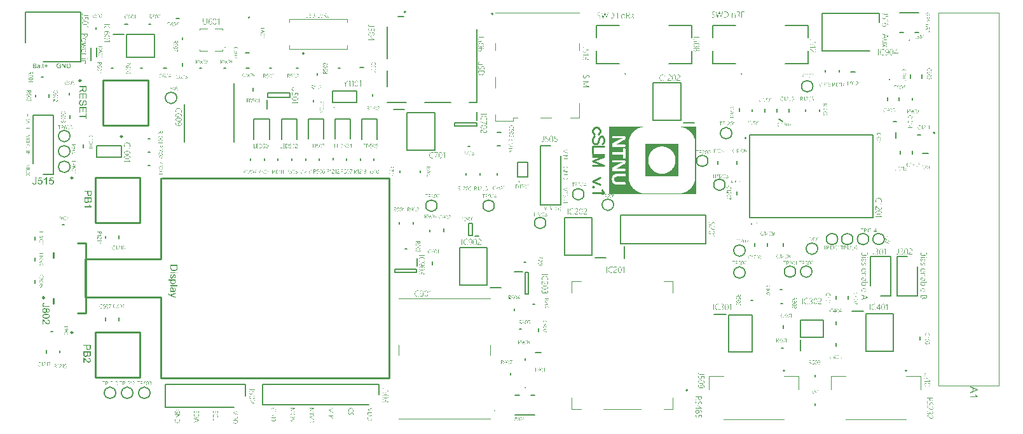
<source format=gto>
G04*
G04 #@! TF.GenerationSoftware,Altium Limited,Altium Designer,21.6.4 (81)*
G04*
G04 Layer_Color=65535*
%FSLAX44Y44*%
%MOMM*%
G71*
G04*
G04 #@! TF.SameCoordinates,DA7206DA-C6EB-4482-9556-2D8F6DD5BCF2*
G04*
G04*
G04 #@! TF.FilePolarity,Positive*
G04*
G01*
G75*
%ADD10C,0.2000*%
%ADD11C,0.1000*%
%ADD12C,0.1500*%
%ADD13C,0.2540*%
%ADD14C,0.2500*%
%ADD15C,0.1524*%
G36*
X895771Y397655D02*
Y350519D01*
Y350511D01*
X895767Y307489D01*
X805601Y307493D01*
X805604Y397659D01*
X895771Y397655D01*
D02*
G37*
G36*
X672583Y314855D02*
X672250D01*
Y319695D01*
X672241Y319687D01*
X672208Y319654D01*
X672150Y319612D01*
X672083Y319554D01*
X671991Y319487D01*
X671891Y319420D01*
X671783Y319345D01*
X671666Y319279D01*
X671650Y319270D01*
X671608Y319254D01*
X671542Y319220D01*
X671458Y319179D01*
X671350Y319129D01*
X671233Y319079D01*
X671100Y319020D01*
X670958Y318971D01*
Y319279D01*
X670967D01*
X671000Y319295D01*
X671042Y319304D01*
X671100Y319329D01*
X671167Y319354D01*
X671233Y319379D01*
X671383Y319445D01*
X671392Y319454D01*
X671416Y319462D01*
X671458Y319487D01*
X671508Y319512D01*
X671566Y319545D01*
X671633Y319579D01*
X671766Y319662D01*
X671775Y319670D01*
X671800Y319687D01*
X671833Y319712D01*
X671883Y319745D01*
X671991Y319829D01*
X672116Y319928D01*
X672125Y319937D01*
X672150Y319953D01*
X672183Y319979D01*
X672225Y320020D01*
X672341Y320120D01*
X672466Y320237D01*
X672583D01*
Y314855D01*
D02*
G37*
G36*
X664951Y320195D02*
X665026D01*
X665118Y320178D01*
X665210Y320162D01*
X665310Y320137D01*
X665410Y320103D01*
X665418D01*
X665451Y320087D01*
X665501Y320062D01*
X665560Y320037D01*
X665635Y319995D01*
X665701Y319945D01*
X665776Y319895D01*
X665851Y319829D01*
X665860Y319820D01*
X665885Y319795D01*
X665918Y319762D01*
X665960Y319712D01*
X666001Y319645D01*
X666051Y319579D01*
X666093Y319495D01*
X666134Y319404D01*
X666143Y319395D01*
X666151Y319362D01*
X666168Y319312D01*
X666184Y319237D01*
X666201Y319154D01*
X666218Y319062D01*
X666235Y318962D01*
Y318846D01*
Y318829D01*
Y318787D01*
X666226Y318720D01*
X666218Y318629D01*
X666209Y318529D01*
X666193Y318421D01*
X666160Y318312D01*
X666126Y318204D01*
X666118Y318196D01*
X666109Y318154D01*
X666085Y318104D01*
X666051Y318037D01*
X666010Y317962D01*
X665960Y317871D01*
X665835Y317696D01*
X665826Y317687D01*
X665801Y317654D01*
X665768Y317612D01*
X665718Y317554D01*
X665660Y317488D01*
X665585Y317421D01*
X665510Y317346D01*
X665418Y317271D01*
X665410Y317263D01*
X665376Y317238D01*
X665326Y317204D01*
X665268Y317154D01*
X665193Y317096D01*
X665101Y317029D01*
X665010Y316963D01*
X664910Y316888D01*
X664893Y316879D01*
X664852Y316846D01*
X664785Y316796D01*
X664702Y316738D01*
X664610Y316671D01*
X664510Y316596D01*
X664410Y316513D01*
X664310Y316438D01*
X664302Y316429D01*
X664268Y316404D01*
X664227Y316371D01*
X664168Y316321D01*
X664110Y316263D01*
X664043Y316196D01*
X663910Y316054D01*
X663902Y316046D01*
X663885Y316021D01*
X663860Y315988D01*
X663827Y315938D01*
X663793Y315880D01*
X663752Y315813D01*
X663685Y315671D01*
Y315663D01*
X663677Y315638D01*
X663669Y315596D01*
X663652Y315538D01*
X663643Y315471D01*
X663627Y315396D01*
X663618Y315305D01*
Y315213D01*
Y315163D01*
X666235D01*
Y314855D01*
X663260D01*
Y315096D01*
Y315105D01*
Y315138D01*
Y315188D01*
X663269Y315246D01*
Y315313D01*
X663277Y315388D01*
X663294Y315538D01*
Y315546D01*
X663302Y315571D01*
X663310Y315613D01*
X663327Y315655D01*
X663360Y315771D01*
X663419Y315896D01*
Y315905D01*
X663435Y315921D01*
X663452Y315955D01*
X663477Y315996D01*
X663543Y316096D01*
X663627Y316204D01*
X663635Y316213D01*
X663652Y316229D01*
X663677Y316263D01*
X663710Y316296D01*
X663802Y316388D01*
X663910Y316496D01*
X663918Y316504D01*
X663943Y316521D01*
X663977Y316554D01*
X664018Y316588D01*
X664077Y316638D01*
X664135Y316688D01*
X664285Y316796D01*
X664293Y316804D01*
X664318Y316821D01*
X664360Y316854D01*
X664418Y316896D01*
X664485Y316946D01*
X664560Y317004D01*
X664735Y317129D01*
X664743Y317138D01*
X664777Y317163D01*
X664827Y317196D01*
X664885Y317238D01*
X664951Y317288D01*
X665026Y317346D01*
X665185Y317471D01*
X665193Y317479D01*
X665218Y317504D01*
X665260Y317537D01*
X665310Y317579D01*
X665368Y317629D01*
X665426Y317696D01*
X665543Y317829D01*
X665551Y317837D01*
X665568Y317862D01*
X665601Y317904D01*
X665635Y317962D01*
X665668Y318021D01*
X665710Y318096D01*
X665785Y318262D01*
X665793Y318271D01*
X665801Y318304D01*
X665818Y318354D01*
X665835Y318421D01*
X665851Y318496D01*
X665860Y318587D01*
X665876Y318687D01*
Y318796D01*
Y318804D01*
Y318820D01*
Y318846D01*
X665868Y318879D01*
X665860Y318971D01*
X665843Y319087D01*
X665801Y319220D01*
X665751Y319354D01*
X665685Y319487D01*
X665585Y319604D01*
X665568Y319620D01*
X665535Y319654D01*
X665468Y319695D01*
X665376Y319754D01*
X665268Y319804D01*
X665126Y319854D01*
X664968Y319887D01*
X664785Y319895D01*
X664726D01*
X664652Y319887D01*
X664568Y319879D01*
X664460Y319854D01*
X664343Y319829D01*
X664227Y319787D01*
X664102Y319737D01*
X664085Y319729D01*
X664043Y319712D01*
X663985Y319679D01*
X663902Y319629D01*
X663802Y319570D01*
X663693Y319495D01*
X663577Y319412D01*
X663460Y319312D01*
Y319704D01*
X663477Y319712D01*
X663510Y319745D01*
X663577Y319787D01*
X663660Y319837D01*
X663752Y319895D01*
X663868Y319953D01*
X663985Y320020D01*
X664110Y320070D01*
X664127Y320079D01*
X664168Y320095D01*
X664243Y320112D01*
X664335Y320137D01*
X664443Y320162D01*
X664568Y320187D01*
X664702Y320195D01*
X664843Y320204D01*
X664893D01*
X664951Y320195D01*
D02*
G37*
G36*
X662152Y314855D02*
X661819D01*
Y319695D01*
X661811Y319687D01*
X661777Y319654D01*
X661719Y319612D01*
X661652Y319554D01*
X661561Y319487D01*
X661461Y319420D01*
X661352Y319345D01*
X661236Y319279D01*
X661219Y319270D01*
X661177Y319254D01*
X661111Y319220D01*
X661028Y319179D01*
X660919Y319129D01*
X660803Y319079D01*
X660669Y319020D01*
X660528Y318971D01*
Y319279D01*
X660536D01*
X660569Y319295D01*
X660611Y319304D01*
X660669Y319329D01*
X660736Y319354D01*
X660803Y319379D01*
X660953Y319445D01*
X660961Y319454D01*
X660986Y319462D01*
X661028Y319487D01*
X661077Y319512D01*
X661136Y319545D01*
X661202Y319579D01*
X661336Y319662D01*
X661344Y319670D01*
X661369Y319687D01*
X661402Y319712D01*
X661452Y319745D01*
X661561Y319829D01*
X661686Y319928D01*
X661694Y319937D01*
X661719Y319953D01*
X661752Y319979D01*
X661794Y320020D01*
X661911Y320120D01*
X662036Y320237D01*
X662152D01*
Y314855D01*
D02*
G37*
G36*
X657370Y320112D02*
X657478Y320103D01*
X657603Y320087D01*
X657745Y320062D01*
X657895Y320037D01*
X658053Y320004D01*
X658212Y319962D01*
X658378Y319904D01*
X658545Y319845D01*
X658711Y319770D01*
X658861Y319679D01*
X659011Y319579D01*
X659145Y319462D01*
X659153Y319454D01*
X659178Y319429D01*
X659211Y319395D01*
X659253Y319337D01*
X659303Y319270D01*
X659361Y319187D01*
X659420Y319095D01*
X659486Y318979D01*
X659553Y318854D01*
X659611Y318712D01*
X659669Y318554D01*
X659719Y318387D01*
X659761Y318196D01*
X659803Y317996D01*
X659819Y317779D01*
X659828Y317554D01*
Y317537D01*
Y317504D01*
X659819Y317437D01*
Y317354D01*
X659803Y317254D01*
X659786Y317138D01*
X659770Y317004D01*
X659736Y316863D01*
X659695Y316713D01*
X659653Y316554D01*
X659586Y316388D01*
X659520Y316229D01*
X659436Y316063D01*
X659336Y315905D01*
X659228Y315746D01*
X659095Y315605D01*
X659086Y315596D01*
X659061Y315571D01*
X659020Y315538D01*
X658961Y315488D01*
X658886Y315430D01*
X658795Y315371D01*
X658686Y315296D01*
X658570Y315230D01*
X658428Y315163D01*
X658278Y315096D01*
X658112Y315030D01*
X657928Y314972D01*
X657737Y314921D01*
X657528Y314888D01*
X657303Y314863D01*
X657070Y314855D01*
X655837D01*
Y320120D01*
X657278D01*
X657370Y320112D01*
D02*
G37*
G36*
X668850Y320195D02*
X668925Y320187D01*
X669025Y320162D01*
X669134Y320120D01*
X669267Y320062D01*
X669400Y319979D01*
X669550Y319870D01*
X669617Y319795D01*
X669692Y319720D01*
X669759Y319637D01*
X669825Y319545D01*
X669892Y319437D01*
X669958Y319329D01*
X670017Y319204D01*
X670067Y319062D01*
X670125Y318920D01*
X670167Y318754D01*
X670209Y318579D01*
X670242Y318396D01*
X670275Y318196D01*
X670292Y317979D01*
X670308Y317746D01*
Y317504D01*
Y317488D01*
Y317446D01*
Y317379D01*
X670300Y317288D01*
X670292Y317171D01*
X670283Y317046D01*
X670275Y316904D01*
X670258Y316746D01*
X670200Y316413D01*
X670125Y316080D01*
X670075Y315913D01*
X670017Y315755D01*
X669950Y315605D01*
X669875Y315463D01*
X669867Y315455D01*
X669859Y315430D01*
X669834Y315396D01*
X669800Y315355D01*
X669750Y315305D01*
X669700Y315238D01*
X669634Y315180D01*
X669567Y315113D01*
X669484Y315047D01*
X669392Y314988D01*
X669300Y314930D01*
X669192Y314872D01*
X669075Y314830D01*
X668951Y314797D01*
X668817Y314771D01*
X668676Y314763D01*
X668642D01*
X668609Y314771D01*
X668559D01*
X668492Y314780D01*
X668426Y314797D01*
X668259Y314846D01*
X668176Y314880D01*
X668076Y314930D01*
X667984Y314980D01*
X667892Y315047D01*
X667792Y315121D01*
X667701Y315213D01*
X667617Y315313D01*
X667534Y315430D01*
X667526Y315438D01*
X667517Y315463D01*
X667501Y315496D01*
X667467Y315555D01*
X667442Y315621D01*
X667409Y315705D01*
X667367Y315805D01*
X667334Y315921D01*
X667292Y316054D01*
X667259Y316196D01*
X667218Y316355D01*
X667193Y316529D01*
X667168Y316721D01*
X667143Y316921D01*
X667134Y317138D01*
X667126Y317371D01*
Y317388D01*
Y317429D01*
Y317504D01*
X667134Y317604D01*
X667143Y317721D01*
X667151Y317854D01*
X667159Y318004D01*
X667176Y318162D01*
X667201Y318329D01*
X667226Y318504D01*
X667309Y318854D01*
X667351Y319029D01*
X667409Y319187D01*
X667476Y319345D01*
X667551Y319487D01*
X667559Y319495D01*
X667568Y319520D01*
X667592Y319554D01*
X667634Y319595D01*
X667676Y319654D01*
X667734Y319712D01*
X667792Y319779D01*
X667867Y319845D01*
X667951Y319912D01*
X668042Y319979D01*
X668142Y320037D01*
X668251Y320095D01*
X668376Y320137D01*
X668501Y320170D01*
X668642Y320195D01*
X668784Y320204D01*
X668801D01*
X668850Y320195D01*
D02*
G37*
G36*
X805601Y307493D02*
X787204D01*
Y302155D01*
X786870D01*
Y306995D01*
X786862Y306987D01*
X786829Y306954D01*
X786770Y306912D01*
X786704Y306854D01*
X786612Y306787D01*
X786512Y306720D01*
X786404Y306645D01*
X786287Y306579D01*
X786271Y306570D01*
X786229Y306554D01*
X786162Y306520D01*
X786079Y306479D01*
X785971Y306429D01*
X785854Y306379D01*
X785721Y306320D01*
X785579Y306271D01*
Y306579D01*
X785587D01*
X785621Y306595D01*
X785662Y306604D01*
X785721Y306629D01*
X785787Y306654D01*
X785854Y306679D01*
X786004Y306745D01*
X786012Y306754D01*
X786037Y306762D01*
X786079Y306787D01*
X786129Y306812D01*
X786187Y306845D01*
X786254Y306879D01*
X786387Y306962D01*
X786395Y306970D01*
X786421Y306987D01*
X786454Y307012D01*
X786504Y307045D01*
X786612Y307129D01*
X786737Y307229D01*
X786745Y307237D01*
X786770Y307253D01*
X786804Y307278D01*
X786845Y307320D01*
X786962Y307420D01*
X787039Y307493D01*
X783495D01*
X783546Y307487D01*
X783646Y307462D01*
X783755Y307420D01*
X783888Y307362D01*
X784021Y307278D01*
X784171Y307170D01*
X784238Y307095D01*
X784313Y307020D01*
X784379Y306937D01*
X784446Y306845D01*
X784513Y306737D01*
X784579Y306629D01*
X784638Y306504D01*
X784688Y306362D01*
X784746Y306220D01*
X784788Y306054D01*
X784829Y305879D01*
X784863Y305696D01*
X784896Y305496D01*
X784912Y305279D01*
X784929Y305046D01*
Y304804D01*
Y304788D01*
Y304746D01*
Y304679D01*
X784921Y304588D01*
X784912Y304471D01*
X784904Y304346D01*
X784896Y304204D01*
X784879Y304046D01*
X784821Y303713D01*
X784746Y303379D01*
X784696Y303213D01*
X784638Y303055D01*
X784571Y302905D01*
X784496Y302763D01*
X784488Y302755D01*
X784479Y302730D01*
X784454Y302696D01*
X784421Y302655D01*
X784371Y302605D01*
X784321Y302538D01*
X784254Y302480D01*
X784188Y302413D01*
X784104Y302346D01*
X784013Y302288D01*
X783921Y302230D01*
X783813Y302171D01*
X783696Y302130D01*
X783571Y302097D01*
X783438Y302071D01*
X783296Y302063D01*
X783263D01*
X783230Y302071D01*
X783180D01*
X783113Y302080D01*
X783046Y302097D01*
X782880Y302146D01*
X782796Y302180D01*
X782696Y302230D01*
X782605Y302280D01*
X782513Y302346D01*
X782413Y302421D01*
X782321Y302513D01*
X782238Y302613D01*
X782155Y302730D01*
X782147Y302738D01*
X782138Y302763D01*
X782122Y302796D01*
X782088Y302855D01*
X782063Y302921D01*
X782030Y303005D01*
X781988Y303105D01*
X781955Y303221D01*
X781913Y303354D01*
X781880Y303496D01*
X781838Y303654D01*
X781813Y303829D01*
X781788Y304021D01*
X781763Y304221D01*
X781755Y304438D01*
X781747Y304671D01*
Y304688D01*
Y304729D01*
Y304804D01*
X781755Y304904D01*
X781763Y305021D01*
X781772Y305154D01*
X781780Y305304D01*
X781797Y305462D01*
X781822Y305629D01*
X781847Y305804D01*
X781930Y306154D01*
X781972Y306329D01*
X782030Y306487D01*
X782097Y306645D01*
X782172Y306787D01*
X782180Y306795D01*
X782188Y306820D01*
X782213Y306854D01*
X782255Y306895D01*
X782297Y306954D01*
X782355Y307012D01*
X782413Y307079D01*
X782488Y307145D01*
X782571Y307212D01*
X782663Y307278D01*
X782763Y307337D01*
X782871Y307395D01*
X782996Y307437D01*
X783121Y307470D01*
X783248Y307493D01*
X780220D01*
Y397659D01*
X805601D01*
Y307493D01*
D02*
G37*
G36*
X779572Y307495D02*
X779647D01*
X779739Y307479D01*
X779830Y307462D01*
X779930Y307437D01*
X780030Y307404D01*
X780039D01*
X780072Y307387D01*
X780122Y307362D01*
X780180Y307337D01*
X780255Y307295D01*
X780322Y307245D01*
X780397Y307195D01*
X780472Y307129D01*
X780480Y307120D01*
X780505Y307095D01*
X780539Y307062D01*
X780580Y307012D01*
X780622Y306945D01*
X780672Y306879D01*
X780714Y306795D01*
X780755Y306704D01*
X780764Y306695D01*
X780772Y306662D01*
X780789Y306612D01*
X780805Y306537D01*
X780822Y306454D01*
X780839Y306362D01*
X780855Y306262D01*
Y306145D01*
Y306129D01*
Y306087D01*
X780847Y306021D01*
X780839Y305929D01*
X780830Y305829D01*
X780814Y305721D01*
X780780Y305612D01*
X780747Y305504D01*
X780739Y305496D01*
X780730Y305454D01*
X780705Y305404D01*
X780672Y305337D01*
X780630Y305262D01*
X780580Y305171D01*
X780455Y304996D01*
X780447Y304988D01*
X780422Y304954D01*
X780389Y304912D01*
X780339Y304854D01*
X780280Y304788D01*
X780205Y304721D01*
X780130Y304646D01*
X780039Y304571D01*
X780030Y304563D01*
X779997Y304538D01*
X779947Y304504D01*
X779889Y304454D01*
X779814Y304396D01*
X779722Y304329D01*
X779631Y304263D01*
X779531Y304188D01*
X779514Y304179D01*
X779472Y304146D01*
X779406Y304096D01*
X779322Y304038D01*
X779231Y303971D01*
X779131Y303896D01*
X779031Y303813D01*
X778931Y303738D01*
X778922Y303729D01*
X778889Y303704D01*
X778847Y303671D01*
X778789Y303621D01*
X778731Y303563D01*
X778664Y303496D01*
X778531Y303354D01*
X778522Y303346D01*
X778506Y303321D01*
X778481Y303288D01*
X778447Y303238D01*
X778414Y303180D01*
X778372Y303113D01*
X778306Y302971D01*
Y302963D01*
X778298Y302938D01*
X778289Y302896D01*
X778273Y302838D01*
X778264Y302771D01*
X778248Y302696D01*
X778239Y302605D01*
Y302513D01*
Y302463D01*
X780855D01*
Y302155D01*
X777881D01*
Y302396D01*
Y302405D01*
Y302438D01*
Y302488D01*
X777889Y302546D01*
Y302613D01*
X777898Y302688D01*
X777914Y302838D01*
Y302846D01*
X777923Y302871D01*
X777931Y302913D01*
X777948Y302955D01*
X777981Y303071D01*
X778039Y303196D01*
Y303205D01*
X778056Y303221D01*
X778073Y303255D01*
X778098Y303296D01*
X778164Y303396D01*
X778248Y303505D01*
X778256Y303513D01*
X778273Y303529D01*
X778298Y303563D01*
X778331Y303596D01*
X778422Y303688D01*
X778531Y303796D01*
X778539Y303804D01*
X778564Y303821D01*
X778597Y303854D01*
X778639Y303888D01*
X778698Y303938D01*
X778756Y303988D01*
X778906Y304096D01*
X778914Y304104D01*
X778939Y304121D01*
X778981Y304154D01*
X779039Y304196D01*
X779106Y304246D01*
X779181Y304304D01*
X779356Y304429D01*
X779364Y304438D01*
X779397Y304463D01*
X779447Y304496D01*
X779506Y304538D01*
X779572Y304588D01*
X779647Y304646D01*
X779806Y304771D01*
X779814Y304779D01*
X779839Y304804D01*
X779881Y304837D01*
X779930Y304879D01*
X779989Y304929D01*
X780047Y304996D01*
X780164Y305129D01*
X780172Y305137D01*
X780189Y305162D01*
X780222Y305204D01*
X780255Y305262D01*
X780289Y305321D01*
X780330Y305396D01*
X780405Y305562D01*
X780414Y305571D01*
X780422Y305604D01*
X780439Y305654D01*
X780455Y305721D01*
X780472Y305796D01*
X780480Y305887D01*
X780497Y305987D01*
Y306096D01*
Y306104D01*
Y306120D01*
Y306145D01*
X780489Y306179D01*
X780480Y306271D01*
X780464Y306387D01*
X780422Y306520D01*
X780372Y306654D01*
X780305Y306787D01*
X780205Y306904D01*
X780189Y306920D01*
X780155Y306954D01*
X780089Y306995D01*
X779997Y307054D01*
X779889Y307104D01*
X779747Y307154D01*
X779589Y307187D01*
X779406Y307195D01*
X779347D01*
X779272Y307187D01*
X779189Y307179D01*
X779081Y307154D01*
X778964Y307129D01*
X778847Y307087D01*
X778722Y307037D01*
X778706Y307029D01*
X778664Y307012D01*
X778606Y306979D01*
X778522Y306929D01*
X778422Y306870D01*
X778314Y306795D01*
X778198Y306712D01*
X778081Y306612D01*
Y307004D01*
X778098Y307012D01*
X778131Y307045D01*
X778198Y307087D01*
X778281Y307137D01*
X778372Y307195D01*
X778489Y307253D01*
X778606Y307320D01*
X778731Y307370D01*
X778747Y307379D01*
X778789Y307395D01*
X778864Y307412D01*
X778956Y307437D01*
X779064Y307462D01*
X779189Y307487D01*
X779322Y307495D01*
X779464Y307504D01*
X779514D01*
X779572Y307495D01*
D02*
G37*
G36*
X775515Y307412D02*
X775582D01*
X775657Y307404D01*
X775748Y307387D01*
X775840Y307370D01*
X776040Y307328D01*
X776240Y307262D01*
X776440Y307162D01*
X776531Y307104D01*
X776615Y307037D01*
X776623D01*
X776631Y307020D01*
X776656Y306995D01*
X776681Y306970D01*
X776715Y306929D01*
X776748Y306879D01*
X776790Y306820D01*
X776831Y306762D01*
X776873Y306687D01*
X776915Y306604D01*
X776948Y306512D01*
X776981Y306412D01*
X777006Y306312D01*
X777031Y306196D01*
X777039Y306070D01*
X777048Y305937D01*
Y305929D01*
Y305904D01*
Y305871D01*
X777039Y305812D01*
X777031Y305754D01*
X777023Y305679D01*
X777006Y305596D01*
X776990Y305512D01*
X776931Y305321D01*
X776890Y305221D01*
X776848Y305121D01*
X776790Y305021D01*
X776723Y304921D01*
X776648Y304821D01*
X776565Y304729D01*
X776556Y304721D01*
X776540Y304713D01*
X776515Y304688D01*
X776481Y304654D01*
X776431Y304621D01*
X776373Y304579D01*
X776298Y304538D01*
X776223Y304496D01*
X776131Y304454D01*
X776031Y304413D01*
X775923Y304371D01*
X775798Y304338D01*
X775673Y304304D01*
X775532Y304279D01*
X775390Y304271D01*
X775232Y304263D01*
X774473D01*
Y302155D01*
X774115D01*
Y307420D01*
X775457D01*
X775515Y307412D01*
D02*
G37*
G36*
X773215Y307087D02*
X771699D01*
Y302155D01*
X771341D01*
Y307087D01*
X769816D01*
Y307420D01*
X773215D01*
Y307087D01*
D02*
G37*
G36*
X642103Y86532D02*
X642186Y86524D01*
X642286Y86507D01*
X642394Y86474D01*
X642503Y86440D01*
X642611Y86390D01*
X642628Y86382D01*
X642661Y86365D01*
X642711Y86323D01*
X642778Y86282D01*
X642853Y86215D01*
X642928Y86140D01*
X643011Y86049D01*
X643086Y85940D01*
X643094Y85924D01*
X643119Y85890D01*
X643153Y85824D01*
X643203Y85732D01*
X643253Y85624D01*
X643303Y85499D01*
X643353Y85349D01*
X643394Y85190D01*
Y85182D01*
X643403Y85174D01*
Y85149D01*
X643411Y85115D01*
X643419Y85074D01*
X643428Y85024D01*
X643453Y84899D01*
X643469Y84741D01*
X643486Y84566D01*
X643494Y84374D01*
X643503Y84157D01*
Y84149D01*
Y84124D01*
Y84082D01*
Y84032D01*
Y83974D01*
X643494Y83899D01*
Y83807D01*
X643486Y83716D01*
X643469Y83516D01*
X643444Y83299D01*
X643411Y83074D01*
X643369Y82849D01*
Y82841D01*
X643361Y82824D01*
X643353Y82791D01*
X643344Y82758D01*
X643328Y82708D01*
X643311Y82649D01*
X643269Y82516D01*
X643211Y82366D01*
X643144Y82208D01*
X643061Y82041D01*
X642969Y81891D01*
Y81883D01*
X642961Y81875D01*
X642919Y81825D01*
X642869Y81758D01*
X642794Y81675D01*
X642703Y81575D01*
X642586Y81475D01*
X642469Y81383D01*
X642328Y81300D01*
X642320D01*
X642311Y81292D01*
X642261Y81266D01*
X642178Y81233D01*
X642070Y81200D01*
X641945Y81166D01*
X641786Y81133D01*
X641620Y81108D01*
X641436Y81100D01*
X641370D01*
X641295Y81108D01*
X641195Y81117D01*
X641078Y81133D01*
X640945Y81158D01*
X640812Y81192D01*
X640670Y81233D01*
Y81600D01*
X640678D01*
X640687Y81591D01*
X640712Y81583D01*
X640745Y81566D01*
X640820Y81541D01*
X640928Y81508D01*
X641045Y81466D01*
X641178Y81441D01*
X641311Y81416D01*
X641445Y81408D01*
X641478D01*
X641528Y81416D01*
X641578D01*
X641653Y81425D01*
X641728Y81441D01*
X641820Y81466D01*
X641920Y81491D01*
X642020Y81525D01*
X642120Y81566D01*
X642228Y81625D01*
X642328Y81683D01*
X642436Y81758D01*
X642536Y81850D01*
X642628Y81950D01*
X642711Y82066D01*
X642719Y82075D01*
X642728Y82100D01*
X642753Y82133D01*
X642778Y82191D01*
X642811Y82258D01*
X642853Y82350D01*
X642894Y82450D01*
X642936Y82566D01*
X642969Y82691D01*
X643011Y82841D01*
X643053Y82999D01*
X643086Y83174D01*
X643111Y83366D01*
X643136Y83574D01*
X643144Y83799D01*
X643153Y84032D01*
X643136D01*
Y84024D01*
X643119Y83999D01*
X643094Y83958D01*
X643061Y83899D01*
X643019Y83841D01*
X642969Y83766D01*
X642911Y83691D01*
X642836Y83616D01*
X642753Y83533D01*
X642661Y83458D01*
X642553Y83383D01*
X642436Y83324D01*
X642311Y83266D01*
X642170Y83224D01*
X642011Y83199D01*
X641845Y83191D01*
X641786D01*
X641728Y83199D01*
X641653Y83208D01*
X641561Y83216D01*
X641461Y83241D01*
X641353Y83266D01*
X641253Y83308D01*
X641245Y83316D01*
X641211Y83333D01*
X641161Y83358D01*
X641095Y83399D01*
X641028Y83441D01*
X640945Y83499D01*
X640870Y83566D01*
X640795Y83641D01*
X640787Y83649D01*
X640762Y83682D01*
X640728Y83724D01*
X640687Y83783D01*
X640637Y83857D01*
X640587Y83949D01*
X640537Y84041D01*
X640495Y84149D01*
X640487Y84166D01*
X640478Y84199D01*
X640462Y84266D01*
X640445Y84341D01*
X640420Y84441D01*
X640403Y84549D01*
X640395Y84674D01*
X640387Y84799D01*
Y84807D01*
Y84816D01*
Y84866D01*
X640395Y84941D01*
X640403Y85032D01*
X640412Y85140D01*
X640437Y85266D01*
X640462Y85382D01*
X640503Y85507D01*
X640512Y85524D01*
X640528Y85565D01*
X640553Y85624D01*
X640595Y85699D01*
X640637Y85782D01*
X640695Y85874D01*
X640762Y85965D01*
X640837Y86057D01*
X640845Y86065D01*
X640878Y86090D01*
X640920Y86132D01*
X640978Y86182D01*
X641053Y86240D01*
X641145Y86299D01*
X641236Y86357D01*
X641345Y86407D01*
X641361Y86415D01*
X641395Y86432D01*
X641453Y86448D01*
X641536Y86474D01*
X641628Y86498D01*
X641736Y86524D01*
X641853Y86532D01*
X641978Y86540D01*
X642036D01*
X642103Y86532D01*
D02*
G37*
G36*
X651259Y86332D02*
Y86323D01*
X651242Y86299D01*
X651226Y86265D01*
X651192Y86215D01*
X651159Y86157D01*
X651126Y86082D01*
X651076Y85999D01*
X651034Y85915D01*
X650926Y85707D01*
X650809Y85490D01*
X650684Y85257D01*
X650559Y85015D01*
Y85007D01*
X650543Y84991D01*
X650526Y84957D01*
X650509Y84907D01*
X650476Y84849D01*
X650443Y84782D01*
X650409Y84707D01*
X650368Y84624D01*
X650276Y84432D01*
X650176Y84224D01*
X650076Y83999D01*
X649976Y83766D01*
Y83757D01*
X649968Y83741D01*
X649951Y83708D01*
X649934Y83658D01*
X649909Y83608D01*
X649884Y83541D01*
X649851Y83466D01*
X649826Y83383D01*
X649751Y83191D01*
X649676Y82983D01*
X649593Y82749D01*
X649518Y82516D01*
Y82508D01*
X649509Y82491D01*
X649501Y82450D01*
X649484Y82408D01*
X649468Y82350D01*
X649451Y82283D01*
X649434Y82200D01*
X649409Y82116D01*
X649359Y81916D01*
X649309Y81691D01*
X649259Y81450D01*
X649218Y81192D01*
X648843D01*
Y81200D01*
X648851Y81225D01*
Y81258D01*
X648860Y81308D01*
X648876Y81367D01*
X648885Y81441D01*
X648901Y81516D01*
X648918Y81608D01*
X648968Y81808D01*
X649018Y82025D01*
X649076Y82258D01*
X649143Y82500D01*
Y82508D01*
X649151Y82524D01*
X649159Y82566D01*
X649176Y82608D01*
X649201Y82666D01*
X649218Y82733D01*
X649243Y82808D01*
X649276Y82891D01*
X649343Y83083D01*
X649418Y83291D01*
X649509Y83516D01*
X649601Y83741D01*
Y83749D01*
X649609Y83766D01*
X649626Y83799D01*
X649643Y83849D01*
X649668Y83899D01*
X649701Y83966D01*
X649734Y84041D01*
X649768Y84116D01*
X649851Y84299D01*
X649943Y84507D01*
X650051Y84716D01*
X650159Y84941D01*
Y84949D01*
X650176Y84965D01*
X650193Y84999D01*
X650209Y85041D01*
X650242Y85099D01*
X650276Y85166D01*
X650309Y85232D01*
X650359Y85316D01*
X650451Y85499D01*
X650559Y85707D01*
X650676Y85924D01*
X650801Y86149D01*
X648018D01*
Y86457D01*
X651259D01*
Y86332D01*
D02*
G37*
G36*
X638096Y86448D02*
X638154D01*
X638221Y86440D01*
X638379Y86407D01*
X638554Y86365D01*
X638737Y86299D01*
X638912Y86199D01*
X638995Y86140D01*
X639070Y86074D01*
X639079D01*
X639087Y86057D01*
X639104Y86032D01*
X639137Y86007D01*
X639195Y85924D01*
X639270Y85807D01*
X639345Y85665D01*
X639412Y85499D01*
X639454Y85299D01*
X639462Y85199D01*
X639470Y85082D01*
Y85074D01*
Y85057D01*
Y85024D01*
X639462Y84991D01*
Y84941D01*
X639454Y84882D01*
X639429Y84749D01*
X639395Y84599D01*
X639337Y84441D01*
X639254Y84282D01*
X639145Y84132D01*
X639129Y84116D01*
X639087Y84074D01*
X639012Y84008D01*
X638912Y83933D01*
X638779Y83849D01*
X638620Y83766D01*
X638437Y83699D01*
X638229Y83641D01*
Y83632D01*
X638246Y83624D01*
X638287Y83599D01*
X638346Y83558D01*
X638421Y83491D01*
X638471Y83441D01*
X638521Y83391D01*
X638571Y83324D01*
X638620Y83258D01*
X638671Y83174D01*
X638729Y83083D01*
X638779Y82983D01*
X638837Y82866D01*
X639620Y81192D01*
X639212D01*
X638512Y82733D01*
Y82741D01*
X638504Y82758D01*
X638487Y82774D01*
X638479Y82808D01*
X638429Y82891D01*
X638379Y82991D01*
X638312Y83099D01*
X638237Y83208D01*
X638162Y83299D01*
X638079Y83374D01*
X638071Y83383D01*
X638037Y83399D01*
X637996Y83424D01*
X637929Y83458D01*
X637854Y83491D01*
X637762Y83516D01*
X637654Y83533D01*
X637537Y83541D01*
X636879D01*
Y81192D01*
X636521D01*
Y86457D01*
X638046D01*
X638096Y86448D01*
D02*
G37*
G36*
X645960Y86532D02*
X646035Y86524D01*
X646135Y86498D01*
X646244Y86457D01*
X646377Y86398D01*
X646510Y86315D01*
X646660Y86207D01*
X646727Y86132D01*
X646802Y86057D01*
X646868Y85974D01*
X646935Y85882D01*
X647002Y85774D01*
X647068Y85665D01*
X647127Y85540D01*
X647177Y85399D01*
X647235Y85257D01*
X647277Y85091D01*
X647318Y84916D01*
X647352Y84732D01*
X647385Y84532D01*
X647402Y84316D01*
X647418Y84082D01*
Y83841D01*
Y83824D01*
Y83783D01*
Y83716D01*
X647410Y83624D01*
X647402Y83508D01*
X647393Y83383D01*
X647385Y83241D01*
X647368Y83083D01*
X647310Y82749D01*
X647235Y82416D01*
X647185Y82250D01*
X647127Y82091D01*
X647060Y81941D01*
X646985Y81800D01*
X646977Y81791D01*
X646968Y81766D01*
X646943Y81733D01*
X646910Y81691D01*
X646860Y81641D01*
X646810Y81575D01*
X646743Y81516D01*
X646677Y81450D01*
X646593Y81383D01*
X646502Y81325D01*
X646410Y81266D01*
X646302Y81208D01*
X646185Y81166D01*
X646060Y81133D01*
X645927Y81108D01*
X645785Y81100D01*
X645752D01*
X645719Y81108D01*
X645669D01*
X645602Y81117D01*
X645535Y81133D01*
X645369Y81183D01*
X645285Y81216D01*
X645185Y81266D01*
X645094Y81316D01*
X645002Y81383D01*
X644902Y81458D01*
X644811Y81550D01*
X644727Y81650D01*
X644644Y81766D01*
X644636Y81775D01*
X644627Y81800D01*
X644611Y81833D01*
X644577Y81891D01*
X644552Y81958D01*
X644519Y82041D01*
X644477Y82141D01*
X644444Y82258D01*
X644402Y82391D01*
X644369Y82533D01*
X644327Y82691D01*
X644302Y82866D01*
X644277Y83058D01*
X644252Y83258D01*
X644244Y83474D01*
X644236Y83708D01*
Y83724D01*
Y83766D01*
Y83841D01*
X644244Y83941D01*
X644252Y84057D01*
X644261Y84191D01*
X644269Y84341D01*
X644286Y84499D01*
X644311Y84666D01*
X644336Y84841D01*
X644419Y85190D01*
X644461Y85365D01*
X644519Y85524D01*
X644586Y85682D01*
X644661Y85824D01*
X644669Y85832D01*
X644677Y85857D01*
X644702Y85890D01*
X644744Y85932D01*
X644786Y85990D01*
X644844Y86049D01*
X644902Y86115D01*
X644977Y86182D01*
X645061Y86249D01*
X645152Y86315D01*
X645252Y86374D01*
X645360Y86432D01*
X645485Y86474D01*
X645610Y86507D01*
X645752Y86532D01*
X645894Y86540D01*
X645910D01*
X645960Y86532D01*
D02*
G37*
G36*
X525551Y179368D02*
X525653D01*
X525755Y179356D01*
X525882Y179343D01*
X526148Y179305D01*
X526440Y179254D01*
X526758Y179178D01*
X527075Y179076D01*
Y178492D01*
X527063D01*
X527037Y178505D01*
X526987Y178530D01*
X526936Y178556D01*
X526847Y178581D01*
X526758Y178619D01*
X526656Y178645D01*
X526542Y178683D01*
X526275Y178759D01*
X525970Y178810D01*
X525640Y178860D01*
X525297Y178873D01*
X525234D01*
X525158Y178860D01*
X525043D01*
X524916Y178848D01*
X524764Y178822D01*
X524599Y178784D01*
X524421Y178746D01*
X524231Y178695D01*
X524027Y178619D01*
X523824Y178543D01*
X523621Y178441D01*
X523418Y178327D01*
X523215Y178187D01*
X523024Y178022D01*
X522834Y177844D01*
X522821Y177832D01*
X522795Y177794D01*
X522745Y177743D01*
X522681Y177654D01*
X522618Y177552D01*
X522542Y177425D01*
X522453Y177286D01*
X522364Y177120D01*
X522275Y176930D01*
X522186Y176727D01*
X522110Y176511D01*
X522046Y176270D01*
X521983Y176003D01*
X521932Y175723D01*
X521907Y175431D01*
X521894Y175127D01*
Y175114D01*
Y175050D01*
Y174974D01*
X521907Y174860D01*
X521919Y174720D01*
X521945Y174555D01*
X521970Y174377D01*
X522008Y174187D01*
X522059Y173984D01*
X522110Y173780D01*
X522186Y173565D01*
X522275Y173349D01*
X522376Y173133D01*
X522503Y172917D01*
X522643Y172726D01*
X522795Y172536D01*
X522808Y172523D01*
X522834Y172498D01*
X522884Y172447D01*
X522961Y172383D01*
X523050Y172320D01*
X523164Y172244D01*
X523278Y172155D01*
X523430Y172066D01*
X523583Y171977D01*
X523761Y171888D01*
X523951Y171812D01*
X524154Y171748D01*
X524370Y171685D01*
X524599Y171634D01*
X524840Y171609D01*
X525094Y171596D01*
X525209D01*
X525285Y171609D01*
X525374D01*
X525488Y171621D01*
X525615Y171634D01*
X525755Y171647D01*
X526059Y171698D01*
X526402Y171774D01*
X526745Y171875D01*
X527075Y172015D01*
Y171482D01*
X527063D01*
X527037Y171469D01*
X526974Y171444D01*
X526910Y171418D01*
X526821Y171393D01*
X526720Y171355D01*
X526593Y171317D01*
X526466Y171291D01*
X526161Y171215D01*
X525805Y171152D01*
X525437Y171101D01*
X525043Y171088D01*
X524967D01*
X524891Y171101D01*
X524777D01*
X524637Y171126D01*
X524472Y171152D01*
X524294Y171177D01*
X524091Y171228D01*
X523888Y171279D01*
X523672Y171355D01*
X523443Y171444D01*
X523227Y171545D01*
X522999Y171672D01*
X522783Y171825D01*
X522567Y171990D01*
X522364Y172180D01*
X522351Y172193D01*
X522326Y172231D01*
X522275Y172295D01*
X522199Y172383D01*
X522122Y172485D01*
X522034Y172625D01*
X521945Y172777D01*
X521856Y172955D01*
X521754Y173158D01*
X521665Y173374D01*
X521576Y173603D01*
X521500Y173869D01*
X521437Y174136D01*
X521386Y174428D01*
X521348Y174733D01*
X521335Y175063D01*
Y175089D01*
Y175152D01*
X521348Y175254D01*
Y175393D01*
X521373Y175558D01*
X521399Y175749D01*
X521424Y175952D01*
X521475Y176193D01*
X521538Y176435D01*
X521614Y176689D01*
X521703Y176955D01*
X521805Y177209D01*
X521932Y177476D01*
X522084Y177730D01*
X522262Y177971D01*
X522453Y178200D01*
X522465Y178213D01*
X522503Y178251D01*
X522567Y178314D01*
X522656Y178391D01*
X522770Y178479D01*
X522897Y178568D01*
X523062Y178683D01*
X523240Y178797D01*
X523430Y178899D01*
X523646Y179013D01*
X523888Y179102D01*
X524142Y179203D01*
X524408Y179267D01*
X524688Y179330D01*
X524993Y179368D01*
X525310Y179381D01*
X525462D01*
X525551Y179368D01*
D02*
G37*
G36*
X531012D02*
X531139Y179356D01*
X531292Y179330D01*
X531457Y179279D01*
X531622Y179229D01*
X531787Y179153D01*
X531813Y179140D01*
X531863Y179114D01*
X531940Y179051D01*
X532041Y178987D01*
X532155Y178886D01*
X532270Y178771D01*
X532397Y178632D01*
X532511Y178467D01*
X532524Y178441D01*
X532562Y178391D01*
X532613Y178289D01*
X532689Y178149D01*
X532765Y177984D01*
X532841Y177794D01*
X532917Y177565D01*
X532981Y177324D01*
Y177311D01*
X532994Y177298D01*
Y177260D01*
X533006Y177209D01*
X533019Y177146D01*
X533032Y177070D01*
X533070Y176879D01*
X533095Y176638D01*
X533121Y176371D01*
X533133Y176079D01*
X533146Y175749D01*
Y175736D01*
Y175698D01*
Y175635D01*
Y175558D01*
Y175470D01*
X533133Y175355D01*
Y175215D01*
X533121Y175076D01*
X533095Y174771D01*
X533057Y174441D01*
X533006Y174098D01*
X532943Y173755D01*
Y173742D01*
X532930Y173717D01*
X532917Y173666D01*
X532905Y173615D01*
X532879Y173539D01*
X532854Y173450D01*
X532790Y173247D01*
X532701Y173018D01*
X532600Y172777D01*
X532473Y172523D01*
X532333Y172295D01*
Y172282D01*
X532321Y172269D01*
X532257Y172193D01*
X532181Y172091D01*
X532066Y171964D01*
X531927Y171812D01*
X531749Y171660D01*
X531571Y171520D01*
X531355Y171393D01*
X531343D01*
X531330Y171380D01*
X531254Y171342D01*
X531127Y171291D01*
X530962Y171240D01*
X530771Y171190D01*
X530530Y171139D01*
X530276Y171101D01*
X529996Y171088D01*
X529895D01*
X529781Y171101D01*
X529628Y171113D01*
X529450Y171139D01*
X529247Y171177D01*
X529044Y171228D01*
X528828Y171291D01*
Y171850D01*
X528841D01*
X528853Y171837D01*
X528891Y171825D01*
X528942Y171799D01*
X529057Y171761D01*
X529222Y171710D01*
X529399Y171647D01*
X529603Y171609D01*
X529806Y171571D01*
X530009Y171558D01*
X530060D01*
X530136Y171571D01*
X530212D01*
X530327Y171583D01*
X530441Y171609D01*
X530581Y171647D01*
X530733Y171685D01*
X530885Y171736D01*
X531038Y171799D01*
X531203Y171888D01*
X531355Y171977D01*
X531520Y172091D01*
X531673Y172231D01*
X531813Y172383D01*
X531940Y172561D01*
X531952Y172574D01*
X531965Y172612D01*
X532003Y172663D01*
X532041Y172752D01*
X532092Y172853D01*
X532155Y172993D01*
X532219Y173145D01*
X532282Y173323D01*
X532333Y173514D01*
X532397Y173742D01*
X532460Y173984D01*
X532511Y174250D01*
X532549Y174542D01*
X532587Y174860D01*
X532600Y175203D01*
X532613Y175558D01*
X532587D01*
Y175546D01*
X532562Y175508D01*
X532524Y175444D01*
X532473Y175355D01*
X532409Y175266D01*
X532333Y175152D01*
X532244Y175038D01*
X532130Y174923D01*
X532003Y174796D01*
X531863Y174682D01*
X531698Y174568D01*
X531520Y174479D01*
X531330Y174390D01*
X531114Y174327D01*
X530873Y174288D01*
X530619Y174276D01*
X530530D01*
X530441Y174288D01*
X530327Y174301D01*
X530187Y174314D01*
X530034Y174352D01*
X529869Y174390D01*
X529717Y174454D01*
X529704Y174466D01*
X529654Y174492D01*
X529577Y174530D01*
X529476Y174593D01*
X529374Y174657D01*
X529247Y174746D01*
X529133Y174847D01*
X529019Y174961D01*
X529006Y174974D01*
X528968Y175025D01*
X528917Y175089D01*
X528853Y175177D01*
X528777Y175292D01*
X528701Y175431D01*
X528625Y175571D01*
X528561Y175736D01*
X528549Y175762D01*
X528536Y175812D01*
X528511Y175914D01*
X528485Y176028D01*
X528447Y176181D01*
X528422Y176346D01*
X528409Y176536D01*
X528396Y176727D01*
Y176740D01*
Y176752D01*
Y176828D01*
X528409Y176943D01*
X528422Y177082D01*
X528434Y177248D01*
X528472Y177438D01*
X528511Y177616D01*
X528574Y177806D01*
X528587Y177832D01*
X528612Y177895D01*
X528650Y177984D01*
X528714Y178098D01*
X528777Y178225D01*
X528866Y178365D01*
X528968Y178505D01*
X529082Y178645D01*
X529095Y178657D01*
X529146Y178695D01*
X529209Y178759D01*
X529298Y178835D01*
X529412Y178924D01*
X529552Y179013D01*
X529692Y179102D01*
X529857Y179178D01*
X529882Y179191D01*
X529933Y179216D01*
X530022Y179241D01*
X530149Y179279D01*
X530289Y179318D01*
X530454Y179356D01*
X530631Y179368D01*
X530822Y179381D01*
X530911D01*
X531012Y179368D01*
D02*
G37*
G36*
X542582Y171228D02*
X542074D01*
Y178606D01*
X542061Y178594D01*
X542011Y178543D01*
X541922Y178479D01*
X541820Y178391D01*
X541680Y178289D01*
X541528Y178187D01*
X541363Y178073D01*
X541185Y177971D01*
X541160Y177959D01*
X541096Y177933D01*
X540995Y177882D01*
X540868Y177819D01*
X540703Y177743D01*
X540525Y177667D01*
X540322Y177578D01*
X540106Y177502D01*
Y177971D01*
X540118D01*
X540169Y177997D01*
X540233Y178009D01*
X540322Y178048D01*
X540423Y178086D01*
X540525Y178124D01*
X540753Y178225D01*
X540766Y178238D01*
X540804Y178251D01*
X540868Y178289D01*
X540944Y178327D01*
X541033Y178378D01*
X541134Y178429D01*
X541338Y178556D01*
X541350Y178568D01*
X541388Y178594D01*
X541439Y178632D01*
X541515Y178683D01*
X541680Y178810D01*
X541871Y178962D01*
X541884Y178975D01*
X541922Y179000D01*
X541973Y179038D01*
X542036Y179102D01*
X542214Y179254D01*
X542404Y179432D01*
X542582D01*
Y171228D01*
D02*
G37*
G36*
X519684D02*
X519138D01*
Y179254D01*
X519684D01*
Y171228D01*
D02*
G37*
G36*
X536893Y179368D02*
X537007Y179356D01*
X537159Y179318D01*
X537324Y179254D01*
X537528Y179165D01*
X537731Y179038D01*
X537959Y178873D01*
X538061Y178759D01*
X538175Y178645D01*
X538277Y178517D01*
X538378Y178378D01*
X538480Y178213D01*
X538582Y178048D01*
X538671Y177857D01*
X538747Y177641D01*
X538836Y177425D01*
X538899Y177171D01*
X538963Y176905D01*
X539013Y176625D01*
X539064Y176320D01*
X539090Y175990D01*
X539115Y175635D01*
Y175266D01*
Y175241D01*
Y175177D01*
Y175076D01*
X539102Y174936D01*
X539090Y174758D01*
X539077Y174568D01*
X539064Y174352D01*
X539039Y174111D01*
X538950Y173603D01*
X538836Y173095D01*
X538759Y172841D01*
X538671Y172599D01*
X538569Y172371D01*
X538455Y172155D01*
X538442Y172142D01*
X538429Y172104D01*
X538391Y172053D01*
X538340Y171990D01*
X538264Y171914D01*
X538188Y171812D01*
X538086Y171723D01*
X537985Y171621D01*
X537858Y171520D01*
X537718Y171431D01*
X537578Y171342D01*
X537413Y171253D01*
X537235Y171190D01*
X537045Y171139D01*
X536842Y171101D01*
X536626Y171088D01*
X536575D01*
X536524Y171101D01*
X536448D01*
X536346Y171113D01*
X536245Y171139D01*
X535991Y171215D01*
X535864Y171266D01*
X535711Y171342D01*
X535572Y171418D01*
X535432Y171520D01*
X535280Y171634D01*
X535140Y171774D01*
X535013Y171926D01*
X534886Y172104D01*
X534873Y172117D01*
X534860Y172155D01*
X534835Y172206D01*
X534784Y172295D01*
X534746Y172396D01*
X534695Y172523D01*
X534632Y172675D01*
X534581Y172853D01*
X534518Y173057D01*
X534467Y173272D01*
X534403Y173514D01*
X534365Y173780D01*
X534327Y174072D01*
X534289Y174377D01*
X534276Y174708D01*
X534264Y175063D01*
Y175089D01*
Y175152D01*
Y175266D01*
X534276Y175419D01*
X534289Y175597D01*
X534302Y175800D01*
X534314Y176028D01*
X534340Y176270D01*
X534378Y176524D01*
X534416Y176790D01*
X534543Y177324D01*
X534607Y177590D01*
X534695Y177832D01*
X534797Y178073D01*
X534911Y178289D01*
X534924Y178302D01*
X534937Y178340D01*
X534975Y178391D01*
X535038Y178454D01*
X535102Y178543D01*
X535191Y178632D01*
X535280Y178733D01*
X535394Y178835D01*
X535521Y178937D01*
X535661Y179038D01*
X535813Y179127D01*
X535978Y179216D01*
X536169Y179279D01*
X536359Y179330D01*
X536575Y179368D01*
X536791Y179381D01*
X536816D01*
X536893Y179368D01*
D02*
G37*
G36*
X955182Y218229D02*
X953291D01*
X953166Y216354D01*
X953183D01*
X953233Y216362D01*
X953299D01*
X953383Y216371D01*
X953558Y216379D01*
X953641Y216387D01*
X953799D01*
X953849Y216379D01*
X953924D01*
X953999Y216362D01*
X954091Y216354D01*
X954182Y216337D01*
X954391Y216287D01*
X954599Y216212D01*
X954699Y216162D01*
X954799Y216112D01*
X954891Y216046D01*
X954974Y215971D01*
X954982Y215963D01*
X954990Y215954D01*
X955015Y215929D01*
X955041Y215896D01*
X955074Y215854D01*
X955107Y215804D01*
X955149Y215746D01*
X955191Y215679D01*
X955232Y215596D01*
X955274Y215513D01*
X955307Y215421D01*
X955340Y215321D01*
X955390Y215088D01*
X955399Y214963D01*
X955407Y214829D01*
Y214821D01*
Y214796D01*
Y214763D01*
X955399Y214704D01*
X955390Y214646D01*
X955382Y214571D01*
X955349Y214405D01*
X955299Y214213D01*
X955216Y214021D01*
X955165Y213921D01*
X955099Y213821D01*
X955032Y213730D01*
X954949Y213638D01*
X954940Y213630D01*
X954924Y213621D01*
X954899Y213596D01*
X954866Y213563D01*
X954816Y213530D01*
X954757Y213496D01*
X954691Y213455D01*
X954616Y213413D01*
X954524Y213363D01*
X954432Y213321D01*
X954324Y213288D01*
X954207Y213255D01*
X954082Y213221D01*
X953949Y213197D01*
X953799Y213188D01*
X953649Y213180D01*
X953558D01*
X953508Y213188D01*
X953449D01*
X953324Y213205D01*
X953166Y213230D01*
X953008Y213263D01*
X952841Y213305D01*
X952674Y213372D01*
Y213763D01*
X952683D01*
X952699Y213755D01*
X952724Y213738D01*
X952766Y213721D01*
X952808Y213696D01*
X952858Y213680D01*
X952991Y213630D01*
X953141Y213571D01*
X953316Y213530D01*
X953499Y213496D01*
X953682Y213488D01*
X953741D01*
X953791Y213496D01*
X953841D01*
X953907Y213505D01*
X954049Y213530D01*
X954207Y213571D01*
X954374Y213638D01*
X954541Y213721D01*
X954682Y213838D01*
X954691Y213846D01*
X954699Y213855D01*
X954741Y213905D01*
X954799Y213980D01*
X954866Y214088D01*
X954932Y214230D01*
X954990Y214388D01*
X955032Y214580D01*
X955049Y214680D01*
Y214788D01*
Y214804D01*
Y214846D01*
X955041Y214904D01*
X955024Y214988D01*
X955007Y215088D01*
X954974Y215196D01*
X954924Y215313D01*
X954866Y215438D01*
X954791Y215554D01*
X954691Y215671D01*
X954574Y215779D01*
X954432Y215879D01*
X954266Y215963D01*
X954074Y216021D01*
X953849Y216063D01*
X953724Y216079D01*
X953466D01*
X953374Y216071D01*
X953258D01*
X953133Y216063D01*
X952991Y216046D01*
X952833Y216029D01*
X952991Y218537D01*
X955182D01*
Y218229D01*
D02*
G37*
G36*
X961880Y218612D02*
X961955D01*
X962047Y218595D01*
X962139Y218578D01*
X962239Y218554D01*
X962339Y218520D01*
X962347D01*
X962380Y218503D01*
X962430Y218479D01*
X962489Y218454D01*
X962564Y218412D01*
X962630Y218362D01*
X962705Y218312D01*
X962780Y218245D01*
X962788Y218237D01*
X962813Y218212D01*
X962847Y218179D01*
X962888Y218129D01*
X962930Y218062D01*
X962980Y217995D01*
X963022Y217912D01*
X963064Y217820D01*
X963072Y217812D01*
X963080Y217779D01*
X963097Y217729D01*
X963113Y217654D01*
X963130Y217570D01*
X963147Y217479D01*
X963163Y217379D01*
Y217262D01*
Y217246D01*
Y217204D01*
X963155Y217137D01*
X963147Y217045D01*
X963138Y216946D01*
X963122Y216837D01*
X963088Y216729D01*
X963055Y216621D01*
X963047Y216612D01*
X963038Y216571D01*
X963014Y216521D01*
X962980Y216454D01*
X962939Y216379D01*
X962888Y216287D01*
X962764Y216112D01*
X962755Y216104D01*
X962730Y216071D01*
X962697Y216029D01*
X962647Y215971D01*
X962589Y215904D01*
X962514Y215837D01*
X962439Y215763D01*
X962347Y215688D01*
X962339Y215679D01*
X962305Y215654D01*
X962255Y215621D01*
X962197Y215571D01*
X962122Y215513D01*
X962030Y215446D01*
X961939Y215379D01*
X961839Y215304D01*
X961822Y215296D01*
X961780Y215263D01*
X961714Y215213D01*
X961630Y215154D01*
X961539Y215088D01*
X961439Y215013D01*
X961339Y214929D01*
X961239Y214854D01*
X961231Y214846D01*
X961197Y214821D01*
X961156Y214788D01*
X961097Y214738D01*
X961039Y214680D01*
X960972Y214613D01*
X960839Y214471D01*
X960831Y214463D01*
X960814Y214438D01*
X960789Y214405D01*
X960756Y214355D01*
X960722Y214296D01*
X960681Y214230D01*
X960614Y214088D01*
Y214080D01*
X960606Y214055D01*
X960597Y214013D01*
X960581Y213955D01*
X960572Y213888D01*
X960556Y213813D01*
X960547Y213721D01*
Y213630D01*
Y213580D01*
X963163D01*
Y213272D01*
X960189D01*
Y213513D01*
Y213521D01*
Y213555D01*
Y213605D01*
X960198Y213663D01*
Y213730D01*
X960206Y213805D01*
X960222Y213955D01*
Y213963D01*
X960231Y213988D01*
X960239Y214030D01*
X960256Y214071D01*
X960289Y214188D01*
X960348Y214313D01*
Y214321D01*
X960364Y214338D01*
X960381Y214371D01*
X960406Y214413D01*
X960472Y214513D01*
X960556Y214621D01*
X960564Y214629D01*
X960581Y214646D01*
X960606Y214680D01*
X960639Y214713D01*
X960731Y214804D01*
X960839Y214913D01*
X960847Y214921D01*
X960872Y214938D01*
X960906Y214971D01*
X960947Y215004D01*
X961006Y215054D01*
X961064Y215104D01*
X961214Y215213D01*
X961222Y215221D01*
X961247Y215238D01*
X961289Y215271D01*
X961347Y215313D01*
X961414Y215363D01*
X961489Y215421D01*
X961664Y215546D01*
X961672Y215554D01*
X961705Y215579D01*
X961756Y215613D01*
X961814Y215654D01*
X961880Y215704D01*
X961955Y215763D01*
X962114Y215888D01*
X962122Y215896D01*
X962147Y215921D01*
X962189Y215954D01*
X962239Y215996D01*
X962297Y216046D01*
X962355Y216112D01*
X962472Y216246D01*
X962480Y216254D01*
X962497Y216279D01*
X962530Y216321D01*
X962564Y216379D01*
X962597Y216437D01*
X962639Y216512D01*
X962713Y216679D01*
X962722Y216687D01*
X962730Y216721D01*
X962747Y216771D01*
X962764Y216837D01*
X962780Y216912D01*
X962788Y217004D01*
X962805Y217104D01*
Y217212D01*
Y217220D01*
Y217237D01*
Y217262D01*
X962797Y217295D01*
X962788Y217387D01*
X962772Y217504D01*
X962730Y217637D01*
X962680Y217770D01*
X962614Y217904D01*
X962514Y218020D01*
X962497Y218037D01*
X962464Y218070D01*
X962397Y218112D01*
X962305Y218170D01*
X962197Y218220D01*
X962055Y218270D01*
X961897Y218304D01*
X961714Y218312D01*
X961656D01*
X961581Y218304D01*
X961497Y218295D01*
X961389Y218270D01*
X961272Y218245D01*
X961156Y218204D01*
X961031Y218154D01*
X961014Y218145D01*
X960972Y218129D01*
X960914Y218095D01*
X960831Y218045D01*
X960731Y217987D01*
X960622Y217912D01*
X960506Y217829D01*
X960389Y217729D01*
Y218120D01*
X960406Y218129D01*
X960439Y218162D01*
X960506Y218204D01*
X960589Y218254D01*
X960681Y218312D01*
X960797Y218370D01*
X960914Y218437D01*
X961039Y218487D01*
X961056Y218495D01*
X961097Y218512D01*
X961172Y218528D01*
X961264Y218554D01*
X961372Y218578D01*
X961497Y218603D01*
X961630Y218612D01*
X961772Y218620D01*
X961822D01*
X961880Y218612D01*
D02*
G37*
G36*
X950075Y218528D02*
X950142D01*
X950217Y218520D01*
X950308Y218503D01*
X950400Y218487D01*
X950600Y218445D01*
X950800Y218379D01*
X951000Y218279D01*
X951092Y218220D01*
X951175Y218154D01*
X951183D01*
X951191Y218137D01*
X951217Y218112D01*
X951242Y218087D01*
X951275Y218045D01*
X951308Y217995D01*
X951350Y217937D01*
X951391Y217879D01*
X951433Y217804D01*
X951475Y217720D01*
X951508Y217629D01*
X951541Y217529D01*
X951566Y217429D01*
X951591Y217312D01*
X951600Y217187D01*
X951608Y217054D01*
Y217045D01*
Y217020D01*
Y216987D01*
X951600Y216929D01*
X951591Y216871D01*
X951583Y216796D01*
X951566Y216712D01*
X951550Y216629D01*
X951491Y216437D01*
X951450Y216337D01*
X951408Y216237D01*
X951350Y216137D01*
X951283Y216038D01*
X951208Y215938D01*
X951125Y215846D01*
X951116Y215837D01*
X951100Y215829D01*
X951075Y215804D01*
X951041Y215771D01*
X950992Y215737D01*
X950933Y215696D01*
X950858Y215654D01*
X950783Y215613D01*
X950692Y215571D01*
X950592Y215529D01*
X950483Y215488D01*
X950358Y215454D01*
X950233Y215421D01*
X950092Y215396D01*
X949950Y215388D01*
X949792Y215379D01*
X949034D01*
Y213272D01*
X948676D01*
Y218537D01*
X950017D01*
X950075Y218528D01*
D02*
G37*
G36*
X947776Y218204D02*
X946259D01*
Y213272D01*
X945901D01*
Y218204D01*
X944377D01*
Y218537D01*
X947776D01*
Y218204D01*
D02*
G37*
G36*
X958031Y218612D02*
X958106Y218603D01*
X958206Y218578D01*
X958315Y218537D01*
X958448Y218479D01*
X958581Y218395D01*
X958731Y218287D01*
X958798Y218212D01*
X958873Y218137D01*
X958940Y218054D01*
X959006Y217962D01*
X959073Y217854D01*
X959139Y217745D01*
X959198Y217620D01*
X959248Y217479D01*
X959306Y217337D01*
X959348Y217171D01*
X959389Y216996D01*
X959423Y216812D01*
X959456Y216612D01*
X959473Y216396D01*
X959489Y216162D01*
Y215921D01*
Y215904D01*
Y215863D01*
Y215796D01*
X959481Y215704D01*
X959473Y215588D01*
X959464Y215463D01*
X959456Y215321D01*
X959439Y215163D01*
X959381Y214829D01*
X959306Y214496D01*
X959256Y214330D01*
X959198Y214171D01*
X959131Y214021D01*
X959056Y213880D01*
X959048Y213871D01*
X959040Y213846D01*
X959015Y213813D01*
X958981Y213771D01*
X958931Y213721D01*
X958881Y213655D01*
X958814Y213596D01*
X958748Y213530D01*
X958665Y213463D01*
X958573Y213405D01*
X958481Y213347D01*
X958373Y213288D01*
X958256Y213246D01*
X958131Y213213D01*
X957998Y213188D01*
X957857Y213180D01*
X957823D01*
X957790Y213188D01*
X957740D01*
X957673Y213197D01*
X957607Y213213D01*
X957440Y213263D01*
X957357Y213297D01*
X957257Y213347D01*
X957165Y213396D01*
X957073Y213463D01*
X956973Y213538D01*
X956882Y213630D01*
X956798Y213730D01*
X956715Y213846D01*
X956707Y213855D01*
X956698Y213880D01*
X956682Y213913D01*
X956648Y213971D01*
X956623Y214038D01*
X956590Y214121D01*
X956548Y214221D01*
X956515Y214338D01*
X956473Y214471D01*
X956440Y214613D01*
X956398Y214771D01*
X956374Y214946D01*
X956348Y215138D01*
X956323Y215338D01*
X956315Y215554D01*
X956307Y215788D01*
Y215804D01*
Y215846D01*
Y215921D01*
X956315Y216021D01*
X956323Y216137D01*
X956332Y216271D01*
X956340Y216421D01*
X956357Y216579D01*
X956382Y216746D01*
X956407Y216921D01*
X956490Y217271D01*
X956532Y217445D01*
X956590Y217604D01*
X956657Y217762D01*
X956732Y217904D01*
X956740Y217912D01*
X956748Y217937D01*
X956773Y217970D01*
X956815Y218012D01*
X956857Y218070D01*
X956915Y218129D01*
X956973Y218195D01*
X957048Y218262D01*
X957132Y218328D01*
X957223Y218395D01*
X957323Y218454D01*
X957432Y218512D01*
X957557Y218554D01*
X957682Y218587D01*
X957823Y218612D01*
X957965Y218620D01*
X957981D01*
X958031Y218612D01*
D02*
G37*
G36*
X913822Y270167D02*
X913797Y270142D01*
X913771Y270091D01*
X913733Y270027D01*
X913695Y269951D01*
X913644Y269862D01*
X913606Y269761D01*
X913555Y269634D01*
X913454Y269380D01*
X913365Y269075D01*
X913301Y268770D01*
X913289Y268605D01*
X913276Y268440D01*
Y268351D01*
X913289Y268288D01*
Y268211D01*
X913301Y268122D01*
X913327Y267906D01*
X913365Y267678D01*
X913441Y267437D01*
X913530Y267221D01*
X913657Y267017D01*
X913670Y266992D01*
X913733Y266941D01*
X913822Y266865D01*
X913936Y266763D01*
X914101Y266675D01*
X914279Y266598D01*
X914508Y266548D01*
X914749Y266522D01*
X914762D01*
X914775D01*
X914851D01*
X914965Y266535D01*
X915105Y266560D01*
X915257Y266598D01*
X915422Y266662D01*
X915575Y266738D01*
X915727Y266852D01*
X915740Y266865D01*
X915791Y266916D01*
X915880Y267017D01*
X915930Y267081D01*
X915994Y267157D01*
X916057Y267246D01*
X916133Y267348D01*
X916222Y267462D01*
X916311Y267589D01*
X916400Y267741D01*
X916502Y267894D01*
X916616Y268084D01*
X916730Y268275D01*
X916743Y268288D01*
X916768Y268326D01*
X916794Y268389D01*
X916845Y268465D01*
X916908Y268567D01*
X916984Y268681D01*
X917150Y268923D01*
X917327Y269189D01*
X917531Y269443D01*
X917632Y269557D01*
X917721Y269659D01*
X917823Y269748D01*
X917912Y269824D01*
X917937Y269837D01*
X918000Y269875D01*
X918102Y269926D01*
X918229Y269977D01*
X918394Y270040D01*
X918585Y270091D01*
X918788Y270129D01*
X919016Y270142D01*
X919029D01*
X919054D01*
X919105D01*
X919156Y270129D01*
X919232Y270116D01*
X919321Y270104D01*
X919512Y270053D01*
X919740Y269977D01*
X919982Y269862D01*
X920109Y269786D01*
X920236Y269697D01*
X920350Y269596D01*
X920464Y269481D01*
X920477Y269469D01*
X920490Y269456D01*
X920515Y269418D01*
X920553Y269354D01*
X920604Y269291D01*
X920655Y269215D01*
X920705Y269126D01*
X920769Y269011D01*
X920820Y268897D01*
X920871Y268757D01*
X920972Y268453D01*
X921036Y268110D01*
X921061Y267919D01*
Y267589D01*
X921048Y267449D01*
X921036Y267271D01*
X920998Y267056D01*
X920959Y266814D01*
X920896Y266548D01*
X920807Y266281D01*
X920223D01*
Y266294D01*
X920236Y266306D01*
X920248Y266357D01*
X920274Y266408D01*
X920299Y266471D01*
X920324Y266548D01*
X920388Y266738D01*
X920452Y266967D01*
X920502Y267221D01*
X920540Y267500D01*
X920553Y267792D01*
Y267932D01*
X920528Y268072D01*
X920502Y268262D01*
X920452Y268465D01*
X920375Y268681D01*
X920274Y268897D01*
X920134Y269088D01*
X920121Y269113D01*
X920058Y269164D01*
X919969Y269240D01*
X919855Y269316D01*
X919702Y269405D01*
X919524Y269481D01*
X919321Y269532D01*
X919093Y269557D01*
X919080D01*
X919067D01*
X918991D01*
X918877Y269545D01*
X918737Y269519D01*
X918572Y269481D01*
X918407Y269418D01*
X918254Y269342D01*
X918102Y269240D01*
X918089Y269227D01*
X918038Y269177D01*
X917962Y269075D01*
X917912Y269011D01*
X917848Y268935D01*
X917785Y268846D01*
X917708Y268745D01*
X917632Y268630D01*
X917543Y268503D01*
X917442Y268351D01*
X917340Y268186D01*
X917238Y268008D01*
X917124Y267818D01*
X917112Y267805D01*
X917099Y267767D01*
X917061Y267716D01*
X917010Y267640D01*
X916959Y267551D01*
X916896Y267449D01*
X916743Y267208D01*
X916565Y266967D01*
X916375Y266713D01*
X916172Y266497D01*
X916070Y266408D01*
X915981Y266332D01*
X915956Y266319D01*
X915892Y266268D01*
X915791Y266205D01*
X915651Y266141D01*
X915486Y266065D01*
X915295Y266014D01*
X915079Y265963D01*
X914851Y265951D01*
X914838D01*
X914813D01*
X914762D01*
X914698Y265963D01*
X914622Y265976D01*
X914533Y265989D01*
X914317Y266027D01*
X914076Y266103D01*
X913822Y266217D01*
X913695Y266294D01*
X913568Y266383D01*
X913454Y266484D01*
X913339Y266598D01*
Y266611D01*
X913314Y266624D01*
X913289Y266662D01*
X913251Y266713D01*
X913213Y266776D01*
X913162Y266865D01*
X913111Y266954D01*
X913060Y267056D01*
X912997Y267183D01*
X912946Y267322D01*
X912895Y267462D01*
X912857Y267627D01*
X912819Y267805D01*
X912793Y267983D01*
X912781Y268186D01*
X912768Y268402D01*
Y268478D01*
X912781Y268567D01*
Y268681D01*
X912793Y268821D01*
X912819Y268986D01*
X912857Y269164D01*
X912895Y269367D01*
Y269392D01*
X912921Y269456D01*
X912946Y269545D01*
X912984Y269672D01*
X913022Y269799D01*
X913073Y269939D01*
X913124Y270065D01*
X913187Y270180D01*
X913822D01*
Y270167D01*
D02*
G37*
G36*
X913505Y264719D02*
X913606D01*
X913720Y264706D01*
X913949Y264681D01*
X913962D01*
X914000Y264668D01*
X914063Y264655D01*
X914127Y264630D01*
X914305Y264579D01*
X914495Y264490D01*
X914508D01*
X914533Y264465D01*
X914584Y264439D01*
X914648Y264401D01*
X914800Y264300D01*
X914965Y264173D01*
X914978Y264160D01*
X915003Y264135D01*
X915054Y264097D01*
X915105Y264046D01*
X915245Y263906D01*
X915410Y263741D01*
X915422Y263728D01*
X915448Y263690D01*
X915499Y263639D01*
X915549Y263576D01*
X915626Y263487D01*
X915702Y263398D01*
X915867Y263169D01*
X915880Y263157D01*
X915905Y263119D01*
X915956Y263055D01*
X916019Y262966D01*
X916095Y262865D01*
X916184Y262750D01*
X916375Y262484D01*
X916387Y262471D01*
X916426Y262420D01*
X916476Y262344D01*
X916540Y262255D01*
X916616Y262153D01*
X916705Y262039D01*
X916896Y261798D01*
X916908Y261785D01*
X916946Y261747D01*
X916997Y261684D01*
X917061Y261607D01*
X917137Y261518D01*
X917238Y261430D01*
X917442Y261252D01*
X917454Y261239D01*
X917493Y261214D01*
X917556Y261163D01*
X917645Y261112D01*
X917734Y261061D01*
X917848Y260998D01*
X918102Y260883D01*
X918115Y260871D01*
X918166Y260858D01*
X918242Y260833D01*
X918343Y260807D01*
X918458Y260782D01*
X918597Y260769D01*
X918750Y260744D01*
X918915D01*
X918928D01*
X918953D01*
X918991D01*
X919042Y260756D01*
X919182Y260769D01*
X919359Y260795D01*
X919563Y260858D01*
X919766Y260934D01*
X919969Y261036D01*
X920147Y261188D01*
X920172Y261214D01*
X920223Y261264D01*
X920286Y261366D01*
X920375Y261506D01*
X920452Y261671D01*
X920528Y261887D01*
X920579Y262128D01*
X920591Y262407D01*
Y262496D01*
X920579Y262611D01*
X920566Y262738D01*
X920528Y262903D01*
X920490Y263081D01*
X920426Y263258D01*
X920350Y263449D01*
X920337Y263474D01*
X920312Y263538D01*
X920261Y263627D01*
X920185Y263754D01*
X920096Y263906D01*
X919982Y264071D01*
X919855Y264249D01*
X919702Y264427D01*
X920299D01*
X920312Y264401D01*
X920363Y264350D01*
X920426Y264249D01*
X920502Y264122D01*
X920591Y263982D01*
X920680Y263804D01*
X920782Y263627D01*
X920858Y263436D01*
X920871Y263411D01*
X920896Y263347D01*
X920921Y263233D01*
X920959Y263093D01*
X920998Y262928D01*
X921036Y262738D01*
X921048Y262534D01*
X921061Y262318D01*
Y262242D01*
X921048Y262153D01*
Y262039D01*
X921023Y261899D01*
X920998Y261760D01*
X920959Y261607D01*
X920909Y261455D01*
Y261442D01*
X920883Y261391D01*
X920845Y261315D01*
X920807Y261226D01*
X920744Y261112D01*
X920667Y261010D01*
X920591Y260896D01*
X920490Y260782D01*
X920477Y260769D01*
X920439Y260731D01*
X920388Y260680D01*
X920312Y260617D01*
X920210Y260553D01*
X920109Y260477D01*
X919982Y260413D01*
X919842Y260350D01*
X919829Y260337D01*
X919779Y260325D01*
X919702Y260299D01*
X919588Y260274D01*
X919461Y260248D01*
X919321Y260223D01*
X919169Y260198D01*
X918991D01*
X918966D01*
X918902D01*
X918801Y260210D01*
X918661Y260223D01*
X918508Y260236D01*
X918343Y260261D01*
X918178Y260312D01*
X918013Y260363D01*
X918000Y260375D01*
X917937Y260388D01*
X917861Y260426D01*
X917759Y260477D01*
X917645Y260541D01*
X917505Y260617D01*
X917238Y260807D01*
X917226Y260820D01*
X917175Y260858D01*
X917112Y260909D01*
X917022Y260985D01*
X916921Y261074D01*
X916819Y261188D01*
X916705Y261303D01*
X916591Y261442D01*
X916578Y261455D01*
X916540Y261506D01*
X916489Y261582D01*
X916413Y261671D01*
X916324Y261785D01*
X916222Y261925D01*
X916121Y262064D01*
X916006Y262217D01*
X915994Y262242D01*
X915943Y262306D01*
X915867Y262407D01*
X915778Y262534D01*
X915676Y262674D01*
X915562Y262826D01*
X915435Y262979D01*
X915321Y263131D01*
X915308Y263144D01*
X915270Y263195D01*
X915219Y263258D01*
X915143Y263347D01*
X915054Y263436D01*
X914952Y263538D01*
X914736Y263741D01*
X914724Y263754D01*
X914686Y263779D01*
X914635Y263817D01*
X914559Y263868D01*
X914470Y263919D01*
X914368Y263982D01*
X914152Y264084D01*
X914140D01*
X914101Y264097D01*
X914038Y264109D01*
X913949Y264135D01*
X913848Y264147D01*
X913733Y264173D01*
X913594Y264185D01*
X913454D01*
X913378D01*
Y260198D01*
X912908D01*
Y264732D01*
X913276D01*
X913289D01*
X913339D01*
X913416D01*
X913505Y264719D01*
D02*
G37*
G36*
X917099Y258826D02*
X917277Y258813D01*
X917480Y258801D01*
X917708Y258788D01*
X917950Y258762D01*
X918204Y258724D01*
X918470Y258686D01*
X919004Y258559D01*
X919270Y258496D01*
X919512Y258407D01*
X919753Y258305D01*
X919969Y258191D01*
X919982Y258178D01*
X920020Y258166D01*
X920070Y258127D01*
X920134Y258064D01*
X920223Y258001D01*
X920312Y257912D01*
X920413Y257823D01*
X920515Y257708D01*
X920617Y257581D01*
X920718Y257442D01*
X920807Y257289D01*
X920896Y257124D01*
X920959Y256934D01*
X921010Y256743D01*
X921048Y256527D01*
X921061Y256311D01*
Y256286D01*
X921048Y256210D01*
X921036Y256096D01*
X920998Y255943D01*
X920934Y255778D01*
X920845Y255575D01*
X920718Y255372D01*
X920553Y255143D01*
X920439Y255041D01*
X920324Y254927D01*
X920198Y254825D01*
X920058Y254724D01*
X919893Y254622D01*
X919728Y254521D01*
X919537Y254432D01*
X919321Y254356D01*
X919105Y254267D01*
X918851Y254203D01*
X918585Y254140D01*
X918305Y254089D01*
X918000Y254038D01*
X917670Y254013D01*
X917315Y253987D01*
X916946D01*
X916921D01*
X916857D01*
X916756D01*
X916616Y254000D01*
X916438Y254013D01*
X916248Y254025D01*
X916032Y254038D01*
X915791Y254063D01*
X915283Y254152D01*
X914775Y254267D01*
X914521Y254343D01*
X914279Y254432D01*
X914051Y254533D01*
X913835Y254648D01*
X913822Y254660D01*
X913784Y254673D01*
X913733Y254711D01*
X913670Y254762D01*
X913594Y254838D01*
X913492Y254914D01*
X913403Y255016D01*
X913301Y255118D01*
X913200Y255245D01*
X913111Y255384D01*
X913022Y255524D01*
X912933Y255689D01*
X912870Y255867D01*
X912819Y256057D01*
X912781Y256261D01*
X912768Y256476D01*
Y256527D01*
X912781Y256578D01*
Y256654D01*
X912793Y256756D01*
X912819Y256857D01*
X912895Y257111D01*
X912946Y257239D01*
X913022Y257391D01*
X913098Y257531D01*
X913200Y257670D01*
X913314Y257823D01*
X913454Y257962D01*
X913606Y258089D01*
X913784Y258216D01*
X913797Y258229D01*
X913835Y258242D01*
X913886Y258267D01*
X913975Y258318D01*
X914076Y258356D01*
X914203Y258407D01*
X914355Y258470D01*
X914533Y258521D01*
X914736Y258585D01*
X914952Y258636D01*
X915194Y258699D01*
X915460Y258737D01*
X915752Y258775D01*
X916057Y258813D01*
X916387Y258826D01*
X916743Y258839D01*
X916768D01*
X916832D01*
X916946D01*
X917099Y258826D01*
D02*
G37*
G36*
X919651Y252984D02*
X919677Y252933D01*
X919689Y252870D01*
X919728Y252781D01*
X919766Y252679D01*
X919804Y252578D01*
X919905Y252349D01*
X919918Y252336D01*
X919931Y252298D01*
X919969Y252235D01*
X920007Y252159D01*
X920058Y252070D01*
X920109Y251968D01*
X920236Y251765D01*
X920248Y251752D01*
X920274Y251714D01*
X920312Y251663D01*
X920363Y251587D01*
X920490Y251422D01*
X920642Y251231D01*
X920655Y251219D01*
X920680Y251181D01*
X920718Y251130D01*
X920782Y251066D01*
X920934Y250889D01*
X921112Y250698D01*
Y250520D01*
X912908D01*
Y251028D01*
X920286D01*
X920274Y251041D01*
X920223Y251092D01*
X920160Y251181D01*
X920070Y251282D01*
X919969Y251422D01*
X919867Y251574D01*
X919753Y251739D01*
X919651Y251917D01*
X919639Y251943D01*
X919613Y252006D01*
X919563Y252108D01*
X919499Y252235D01*
X919423Y252400D01*
X919347Y252578D01*
X919258Y252781D01*
X919182Y252997D01*
X919651D01*
Y252984D01*
D02*
G37*
G36*
X1109441Y238915D02*
X1109541Y238907D01*
X1109658Y238890D01*
X1109791Y238865D01*
X1109924Y238832D01*
X1110049Y238790D01*
Y238432D01*
X1110033Y238440D01*
X1109983Y238457D01*
X1109908Y238490D01*
X1109816Y238524D01*
X1109699Y238557D01*
X1109566Y238590D01*
X1109425Y238607D01*
X1109275Y238615D01*
X1109208D01*
X1109133Y238607D01*
X1109041Y238590D01*
X1108933Y238565D01*
X1108808Y238532D01*
X1108691Y238482D01*
X1108566Y238415D01*
X1108550Y238407D01*
X1108516Y238382D01*
X1108458Y238340D01*
X1108383Y238274D01*
X1108300Y238199D01*
X1108208Y238107D01*
X1108125Y237999D01*
X1108033Y237874D01*
X1108025Y237857D01*
X1108000Y237815D01*
X1107958Y237740D01*
X1107908Y237640D01*
X1107858Y237524D01*
X1107800Y237382D01*
X1107750Y237224D01*
X1107700Y237049D01*
Y237041D01*
X1107692Y237024D01*
Y236999D01*
X1107683Y236966D01*
X1107675Y236916D01*
X1107667Y236866D01*
X1107642Y236732D01*
X1107617Y236574D01*
X1107600Y236399D01*
X1107592Y236199D01*
X1107583Y235983D01*
X1107600D01*
X1107608Y235991D01*
X1107617Y236024D01*
X1107642Y236066D01*
X1107675Y236124D01*
X1107717Y236191D01*
X1107767Y236266D01*
X1107833Y236341D01*
X1107908Y236424D01*
X1107992Y236507D01*
X1108092Y236582D01*
X1108200Y236657D01*
X1108316Y236724D01*
X1108450Y236782D01*
X1108591Y236824D01*
X1108750Y236857D01*
X1108916Y236866D01*
X1108975D01*
X1109033Y236857D01*
X1109108Y236849D01*
X1109200Y236832D01*
X1109300Y236816D01*
X1109400Y236782D01*
X1109500Y236741D01*
X1109508Y236732D01*
X1109541Y236716D01*
X1109591Y236691D01*
X1109658Y236649D01*
X1109733Y236599D01*
X1109808Y236541D01*
X1109883Y236474D01*
X1109958Y236391D01*
X1109966Y236383D01*
X1109991Y236349D01*
X1110024Y236308D01*
X1110066Y236249D01*
X1110116Y236166D01*
X1110166Y236082D01*
X1110208Y235983D01*
X1110249Y235874D01*
X1110258Y235858D01*
X1110266Y235824D01*
X1110283Y235766D01*
X1110299Y235683D01*
X1110316Y235591D01*
X1110333Y235483D01*
X1110349Y235366D01*
Y235241D01*
Y235224D01*
Y235174D01*
X1110341Y235100D01*
X1110333Y235008D01*
X1110324Y234900D01*
X1110299Y234783D01*
X1110274Y234658D01*
X1110233Y234533D01*
X1110224Y234516D01*
X1110208Y234483D01*
X1110183Y234416D01*
X1110149Y234341D01*
X1110099Y234258D01*
X1110049Y234166D01*
X1109983Y234066D01*
X1109908Y233975D01*
X1109899Y233966D01*
X1109874Y233933D01*
X1109825Y233891D01*
X1109766Y233841D01*
X1109691Y233783D01*
X1109608Y233725D01*
X1109516Y233666D01*
X1109408Y233608D01*
X1109391Y233600D01*
X1109358Y233591D01*
X1109300Y233566D01*
X1109225Y233550D01*
X1109133Y233525D01*
X1109025Y233500D01*
X1108908Y233491D01*
X1108783Y233483D01*
X1108725D01*
X1108650Y233491D01*
X1108566Y233500D01*
X1108458Y233517D01*
X1108350Y233550D01*
X1108233Y233583D01*
X1108125Y233633D01*
X1108117Y233641D01*
X1108075Y233666D01*
X1108025Y233700D01*
X1107958Y233750D01*
X1107883Y233816D01*
X1107800Y233891D01*
X1107717Y233983D01*
X1107642Y234091D01*
X1107633Y234108D01*
X1107608Y234150D01*
X1107575Y234216D01*
X1107533Y234300D01*
X1107483Y234408D01*
X1107433Y234541D01*
X1107383Y234683D01*
X1107342Y234841D01*
Y234849D01*
Y234858D01*
X1107333Y234883D01*
X1107325Y234925D01*
X1107317Y234966D01*
X1107308Y235016D01*
X1107292Y235141D01*
X1107275Y235291D01*
X1107258Y235466D01*
X1107250Y235666D01*
X1107242Y235874D01*
Y235883D01*
Y235908D01*
Y235941D01*
Y235991D01*
X1107250Y236049D01*
Y236124D01*
Y236199D01*
X1107258Y236291D01*
X1107275Y236482D01*
X1107300Y236691D01*
X1107333Y236907D01*
X1107375Y237124D01*
Y237132D01*
X1107383Y237149D01*
X1107392Y237182D01*
X1107400Y237216D01*
X1107417Y237266D01*
X1107433Y237324D01*
X1107475Y237457D01*
X1107533Y237607D01*
X1107600Y237774D01*
X1107675Y237932D01*
X1107767Y238090D01*
Y238099D01*
X1107775Y238107D01*
X1107817Y238157D01*
X1107875Y238232D01*
X1107950Y238315D01*
X1108042Y238415D01*
X1108150Y238524D01*
X1108275Y238615D01*
X1108408Y238707D01*
X1108417D01*
X1108425Y238715D01*
X1108475Y238740D01*
X1108558Y238773D01*
X1108658Y238815D01*
X1108791Y238857D01*
X1108941Y238890D01*
X1109108Y238915D01*
X1109283Y238923D01*
X1109358D01*
X1109441Y238915D01*
D02*
G37*
G36*
X1101085D02*
X1101160D01*
X1101252Y238899D01*
X1101343Y238882D01*
X1101443Y238857D01*
X1101543Y238824D01*
X1101552D01*
X1101585Y238807D01*
X1101635Y238782D01*
X1101693Y238757D01*
X1101768Y238715D01*
X1101835Y238665D01*
X1101910Y238615D01*
X1101985Y238549D01*
X1101993Y238540D01*
X1102018Y238515D01*
X1102051Y238482D01*
X1102093Y238432D01*
X1102135Y238365D01*
X1102185Y238299D01*
X1102226Y238215D01*
X1102268Y238124D01*
X1102276Y238115D01*
X1102285Y238082D01*
X1102301Y238032D01*
X1102318Y237957D01*
X1102335Y237874D01*
X1102351Y237782D01*
X1102368Y237682D01*
Y237565D01*
Y237549D01*
Y237507D01*
X1102360Y237440D01*
X1102351Y237349D01*
X1102343Y237249D01*
X1102326Y237141D01*
X1102293Y237032D01*
X1102260Y236924D01*
X1102251Y236916D01*
X1102243Y236874D01*
X1102218Y236824D01*
X1102185Y236757D01*
X1102143Y236682D01*
X1102093Y236591D01*
X1101968Y236416D01*
X1101960Y236408D01*
X1101935Y236374D01*
X1101901Y236332D01*
X1101852Y236274D01*
X1101793Y236208D01*
X1101718Y236141D01*
X1101643Y236066D01*
X1101552Y235991D01*
X1101543Y235983D01*
X1101510Y235958D01*
X1101460Y235924D01*
X1101402Y235874D01*
X1101327Y235816D01*
X1101235Y235749D01*
X1101143Y235683D01*
X1101043Y235608D01*
X1101027Y235599D01*
X1100985Y235566D01*
X1100918Y235516D01*
X1100835Y235458D01*
X1100743Y235391D01*
X1100643Y235316D01*
X1100544Y235233D01*
X1100443Y235158D01*
X1100435Y235149D01*
X1100402Y235124D01*
X1100360Y235091D01*
X1100302Y235041D01*
X1100244Y234983D01*
X1100177Y234916D01*
X1100044Y234774D01*
X1100035Y234766D01*
X1100019Y234741D01*
X1099994Y234708D01*
X1099960Y234658D01*
X1099927Y234600D01*
X1099885Y234533D01*
X1099819Y234391D01*
Y234383D01*
X1099810Y234358D01*
X1099802Y234316D01*
X1099785Y234258D01*
X1099777Y234191D01*
X1099760Y234116D01*
X1099752Y234025D01*
Y233933D01*
Y233883D01*
X1102368D01*
Y233575D01*
X1099394D01*
Y233816D01*
Y233825D01*
Y233858D01*
Y233908D01*
X1099402Y233966D01*
Y234033D01*
X1099410Y234108D01*
X1099427Y234258D01*
Y234266D01*
X1099435Y234291D01*
X1099444Y234333D01*
X1099460Y234375D01*
X1099494Y234491D01*
X1099552Y234616D01*
Y234625D01*
X1099569Y234641D01*
X1099585Y234675D01*
X1099610Y234716D01*
X1099677Y234816D01*
X1099760Y234925D01*
X1099769Y234933D01*
X1099785Y234949D01*
X1099810Y234983D01*
X1099844Y235016D01*
X1099935Y235108D01*
X1100044Y235216D01*
X1100052Y235224D01*
X1100077Y235241D01*
X1100110Y235274D01*
X1100152Y235308D01*
X1100210Y235358D01*
X1100269Y235408D01*
X1100418Y235516D01*
X1100427Y235524D01*
X1100452Y235541D01*
X1100493Y235574D01*
X1100552Y235616D01*
X1100619Y235666D01*
X1100694Y235724D01*
X1100868Y235849D01*
X1100877Y235858D01*
X1100910Y235883D01*
X1100960Y235916D01*
X1101018Y235958D01*
X1101085Y236008D01*
X1101160Y236066D01*
X1101318Y236191D01*
X1101327Y236199D01*
X1101352Y236224D01*
X1101393Y236257D01*
X1101443Y236299D01*
X1101502Y236349D01*
X1101560Y236416D01*
X1101676Y236549D01*
X1101685Y236557D01*
X1101702Y236582D01*
X1101735Y236624D01*
X1101768Y236682D01*
X1101802Y236741D01*
X1101843Y236816D01*
X1101918Y236982D01*
X1101926Y236991D01*
X1101935Y237024D01*
X1101952Y237074D01*
X1101968Y237141D01*
X1101985Y237216D01*
X1101993Y237307D01*
X1102010Y237407D01*
Y237516D01*
Y237524D01*
Y237540D01*
Y237565D01*
X1102001Y237599D01*
X1101993Y237691D01*
X1101976Y237807D01*
X1101935Y237940D01*
X1101885Y238074D01*
X1101818Y238207D01*
X1101718Y238324D01*
X1101702Y238340D01*
X1101668Y238374D01*
X1101602Y238415D01*
X1101510Y238474D01*
X1101402Y238524D01*
X1101260Y238574D01*
X1101102Y238607D01*
X1100918Y238615D01*
X1100860D01*
X1100785Y238607D01*
X1100702Y238599D01*
X1100593Y238574D01*
X1100477Y238549D01*
X1100360Y238507D01*
X1100235Y238457D01*
X1100219Y238449D01*
X1100177Y238432D01*
X1100119Y238399D01*
X1100035Y238349D01*
X1099935Y238290D01*
X1099827Y238215D01*
X1099710Y238132D01*
X1099594Y238032D01*
Y238424D01*
X1099610Y238432D01*
X1099644Y238465D01*
X1099710Y238507D01*
X1099794Y238557D01*
X1099885Y238615D01*
X1100002Y238673D01*
X1100119Y238740D01*
X1100244Y238790D01*
X1100260Y238799D01*
X1100302Y238815D01*
X1100377Y238832D01*
X1100469Y238857D01*
X1100577Y238882D01*
X1100702Y238907D01*
X1100835Y238915D01*
X1100977Y238923D01*
X1101027D01*
X1101085Y238915D01*
D02*
G37*
G36*
X1098286Y233575D02*
X1097952D01*
Y238415D01*
X1097944Y238407D01*
X1097911Y238374D01*
X1097852Y238332D01*
X1097786Y238274D01*
X1097694Y238207D01*
X1097594Y238140D01*
X1097486Y238065D01*
X1097369Y237999D01*
X1097353Y237990D01*
X1097311Y237974D01*
X1097244Y237940D01*
X1097161Y237899D01*
X1097053Y237849D01*
X1096936Y237799D01*
X1096803Y237740D01*
X1096661Y237691D01*
Y237999D01*
X1096669D01*
X1096703Y238015D01*
X1096745Y238024D01*
X1096803Y238049D01*
X1096869Y238074D01*
X1096936Y238099D01*
X1097086Y238165D01*
X1097094Y238174D01*
X1097119Y238182D01*
X1097161Y238207D01*
X1097211Y238232D01*
X1097269Y238265D01*
X1097336Y238299D01*
X1097469Y238382D01*
X1097478Y238390D01*
X1097503Y238407D01*
X1097536Y238432D01*
X1097586Y238465D01*
X1097694Y238549D01*
X1097819Y238648D01*
X1097828Y238657D01*
X1097852Y238673D01*
X1097886Y238699D01*
X1097927Y238740D01*
X1098044Y238840D01*
X1098169Y238957D01*
X1098286D01*
Y233575D01*
D02*
G37*
G36*
X1094345Y238832D02*
X1094412D01*
X1094487Y238824D01*
X1094578Y238807D01*
X1094670Y238790D01*
X1094870Y238748D01*
X1095070Y238682D01*
X1095270Y238582D01*
X1095361Y238524D01*
X1095445Y238457D01*
X1095453D01*
X1095462Y238440D01*
X1095487Y238415D01*
X1095511Y238390D01*
X1095545Y238349D01*
X1095578Y238299D01*
X1095620Y238240D01*
X1095661Y238182D01*
X1095703Y238107D01*
X1095745Y238024D01*
X1095778Y237932D01*
X1095811Y237832D01*
X1095836Y237732D01*
X1095861Y237616D01*
X1095870Y237491D01*
X1095878Y237357D01*
Y237349D01*
Y237324D01*
Y237291D01*
X1095870Y237232D01*
X1095861Y237174D01*
X1095853Y237099D01*
X1095836Y237016D01*
X1095820Y236932D01*
X1095761Y236741D01*
X1095720Y236641D01*
X1095678Y236541D01*
X1095620Y236441D01*
X1095553Y236341D01*
X1095478Y236241D01*
X1095395Y236149D01*
X1095387Y236141D01*
X1095370Y236133D01*
X1095345Y236108D01*
X1095312Y236074D01*
X1095262Y236041D01*
X1095203Y235999D01*
X1095128Y235958D01*
X1095053Y235916D01*
X1094962Y235874D01*
X1094862Y235833D01*
X1094753Y235791D01*
X1094628Y235758D01*
X1094503Y235724D01*
X1094362Y235699D01*
X1094220Y235691D01*
X1094062Y235683D01*
X1093304D01*
Y233575D01*
X1092945D01*
Y238840D01*
X1094287D01*
X1094345Y238832D01*
D02*
G37*
G36*
X1092046Y238507D02*
X1090529D01*
Y233575D01*
X1090171D01*
Y238507D01*
X1088646D01*
Y238840D01*
X1092046D01*
Y238507D01*
D02*
G37*
G36*
X1104984Y238915D02*
X1105059Y238907D01*
X1105159Y238882D01*
X1105267Y238840D01*
X1105401Y238782D01*
X1105534Y238699D01*
X1105684Y238590D01*
X1105751Y238515D01*
X1105826Y238440D01*
X1105892Y238357D01*
X1105959Y238265D01*
X1106025Y238157D01*
X1106092Y238049D01*
X1106150Y237924D01*
X1106200Y237782D01*
X1106259Y237640D01*
X1106300Y237474D01*
X1106342Y237299D01*
X1106375Y237116D01*
X1106409Y236916D01*
X1106425Y236699D01*
X1106442Y236466D01*
Y236224D01*
Y236208D01*
Y236166D01*
Y236099D01*
X1106434Y236008D01*
X1106425Y235891D01*
X1106417Y235766D01*
X1106409Y235624D01*
X1106392Y235466D01*
X1106334Y235133D01*
X1106259Y234799D01*
X1106209Y234633D01*
X1106150Y234475D01*
X1106084Y234325D01*
X1106009Y234183D01*
X1106000Y234175D01*
X1105992Y234150D01*
X1105967Y234116D01*
X1105934Y234075D01*
X1105884Y234025D01*
X1105834Y233958D01*
X1105767Y233900D01*
X1105701Y233833D01*
X1105617Y233766D01*
X1105526Y233708D01*
X1105434Y233650D01*
X1105326Y233591D01*
X1105209Y233550D01*
X1105084Y233517D01*
X1104951Y233491D01*
X1104809Y233483D01*
X1104776D01*
X1104742Y233491D01*
X1104692D01*
X1104626Y233500D01*
X1104559Y233517D01*
X1104392Y233566D01*
X1104309Y233600D01*
X1104209Y233650D01*
X1104118Y233700D01*
X1104026Y233766D01*
X1103926Y233841D01*
X1103834Y233933D01*
X1103751Y234033D01*
X1103668Y234150D01*
X1103659Y234158D01*
X1103651Y234183D01*
X1103634Y234216D01*
X1103601Y234275D01*
X1103576Y234341D01*
X1103543Y234425D01*
X1103501Y234525D01*
X1103468Y234641D01*
X1103426Y234774D01*
X1103393Y234916D01*
X1103351Y235075D01*
X1103326Y235249D01*
X1103301Y235441D01*
X1103276Y235641D01*
X1103268Y235858D01*
X1103260Y236091D01*
Y236108D01*
Y236149D01*
Y236224D01*
X1103268Y236324D01*
X1103276Y236441D01*
X1103285Y236574D01*
X1103293Y236724D01*
X1103309Y236882D01*
X1103334Y237049D01*
X1103359Y237224D01*
X1103443Y237574D01*
X1103484Y237749D01*
X1103543Y237907D01*
X1103609Y238065D01*
X1103684Y238207D01*
X1103693Y238215D01*
X1103701Y238240D01*
X1103726Y238274D01*
X1103768Y238315D01*
X1103809Y238374D01*
X1103868Y238432D01*
X1103926Y238499D01*
X1104001Y238565D01*
X1104084Y238632D01*
X1104176Y238699D01*
X1104276Y238757D01*
X1104384Y238815D01*
X1104509Y238857D01*
X1104634Y238890D01*
X1104776Y238915D01*
X1104917Y238923D01*
X1104934D01*
X1104984Y238915D01*
D02*
G37*
G36*
X1085824Y233660D02*
X1085491D01*
Y238500D01*
X1085482Y238492D01*
X1085449Y238459D01*
X1085391Y238417D01*
X1085324Y238359D01*
X1085233Y238292D01*
X1085133Y238225D01*
X1085024Y238150D01*
X1084908Y238084D01*
X1084891Y238075D01*
X1084849Y238059D01*
X1084783Y238025D01*
X1084699Y237984D01*
X1084591Y237934D01*
X1084474Y237884D01*
X1084341Y237825D01*
X1084200Y237775D01*
Y238084D01*
X1084208D01*
X1084241Y238100D01*
X1084283Y238109D01*
X1084341Y238134D01*
X1084408Y238159D01*
X1084474Y238184D01*
X1084624Y238250D01*
X1084633Y238259D01*
X1084658Y238267D01*
X1084699Y238292D01*
X1084749Y238317D01*
X1084808Y238350D01*
X1084874Y238384D01*
X1085008Y238467D01*
X1085016Y238475D01*
X1085041Y238492D01*
X1085074Y238517D01*
X1085124Y238550D01*
X1085233Y238634D01*
X1085358Y238734D01*
X1085366Y238742D01*
X1085391Y238759D01*
X1085424Y238783D01*
X1085466Y238825D01*
X1085583Y238925D01*
X1085707Y239042D01*
X1085824D01*
Y233660D01*
D02*
G37*
G36*
X1075393D02*
X1075060D01*
Y238500D01*
X1075052Y238492D01*
X1075018Y238459D01*
X1074960Y238417D01*
X1074894Y238359D01*
X1074802Y238292D01*
X1074702Y238225D01*
X1074594Y238150D01*
X1074477Y238084D01*
X1074460Y238075D01*
X1074419Y238059D01*
X1074352Y238025D01*
X1074269Y237984D01*
X1074160Y237934D01*
X1074044Y237884D01*
X1073911Y237825D01*
X1073769Y237775D01*
Y238084D01*
X1073777D01*
X1073811Y238100D01*
X1073852Y238109D01*
X1073911Y238134D01*
X1073977Y238159D01*
X1074044Y238184D01*
X1074194Y238250D01*
X1074202Y238259D01*
X1074227Y238267D01*
X1074269Y238292D01*
X1074319Y238317D01*
X1074377Y238350D01*
X1074444Y238384D01*
X1074577Y238467D01*
X1074585Y238475D01*
X1074610Y238492D01*
X1074644Y238517D01*
X1074694Y238550D01*
X1074802Y238634D01*
X1074927Y238734D01*
X1074935Y238742D01*
X1074960Y238759D01*
X1074994Y238783D01*
X1075035Y238825D01*
X1075152Y238925D01*
X1075277Y239042D01*
X1075393D01*
Y233660D01*
D02*
G37*
G36*
X1071453Y238917D02*
X1071519D01*
X1071594Y238909D01*
X1071686Y238892D01*
X1071778Y238875D01*
X1071978Y238834D01*
X1072178Y238767D01*
X1072377Y238667D01*
X1072469Y238609D01*
X1072552Y238542D01*
X1072561D01*
X1072569Y238525D01*
X1072594Y238500D01*
X1072619Y238475D01*
X1072653Y238434D01*
X1072686Y238384D01*
X1072727Y238325D01*
X1072769Y238267D01*
X1072811Y238192D01*
X1072852Y238109D01*
X1072886Y238017D01*
X1072919Y237917D01*
X1072944Y237817D01*
X1072969Y237701D01*
X1072977Y237575D01*
X1072986Y237442D01*
Y237434D01*
Y237409D01*
Y237376D01*
X1072977Y237317D01*
X1072969Y237259D01*
X1072961Y237184D01*
X1072944Y237101D01*
X1072927Y237017D01*
X1072869Y236826D01*
X1072827Y236726D01*
X1072786Y236626D01*
X1072727Y236526D01*
X1072661Y236426D01*
X1072586Y236326D01*
X1072503Y236234D01*
X1072494Y236226D01*
X1072477Y236217D01*
X1072452Y236192D01*
X1072419Y236159D01*
X1072369Y236126D01*
X1072311Y236084D01*
X1072236Y236043D01*
X1072161Y236001D01*
X1072069Y235959D01*
X1071969Y235918D01*
X1071861Y235876D01*
X1071736Y235843D01*
X1071611Y235809D01*
X1071469Y235784D01*
X1071328Y235776D01*
X1071170Y235768D01*
X1070411D01*
Y233660D01*
X1070053D01*
Y238925D01*
X1071395D01*
X1071453Y238917D01*
D02*
G37*
G36*
X1069153Y238592D02*
X1067637D01*
Y233660D01*
X1067279D01*
Y238592D01*
X1065754D01*
Y238925D01*
X1069153D01*
Y238592D01*
D02*
G37*
G36*
X1082092Y239000D02*
X1082167Y238992D01*
X1082267Y238967D01*
X1082375Y238925D01*
X1082508Y238867D01*
X1082642Y238783D01*
X1082792Y238675D01*
X1082858Y238600D01*
X1082933Y238525D01*
X1083000Y238442D01*
X1083066Y238350D01*
X1083133Y238242D01*
X1083200Y238134D01*
X1083258Y238009D01*
X1083308Y237867D01*
X1083366Y237726D01*
X1083408Y237559D01*
X1083450Y237384D01*
X1083483Y237201D01*
X1083516Y237001D01*
X1083533Y236784D01*
X1083550Y236551D01*
Y236309D01*
Y236292D01*
Y236251D01*
Y236184D01*
X1083541Y236092D01*
X1083533Y235976D01*
X1083525Y235851D01*
X1083516Y235709D01*
X1083500Y235551D01*
X1083441Y235218D01*
X1083366Y234884D01*
X1083316Y234718D01*
X1083258Y234560D01*
X1083191Y234410D01*
X1083117Y234268D01*
X1083108Y234260D01*
X1083100Y234235D01*
X1083075Y234201D01*
X1083042Y234160D01*
X1082991Y234110D01*
X1082942Y234043D01*
X1082875Y233985D01*
X1082808Y233918D01*
X1082725Y233851D01*
X1082633Y233793D01*
X1082542Y233735D01*
X1082433Y233676D01*
X1082317Y233635D01*
X1082192Y233601D01*
X1082058Y233577D01*
X1081917Y233568D01*
X1081883D01*
X1081850Y233577D01*
X1081800D01*
X1081733Y233585D01*
X1081667Y233601D01*
X1081500Y233652D01*
X1081417Y233685D01*
X1081317Y233735D01*
X1081225Y233785D01*
X1081134Y233851D01*
X1081034Y233926D01*
X1080942Y234018D01*
X1080859Y234118D01*
X1080775Y234235D01*
X1080767Y234243D01*
X1080759Y234268D01*
X1080742Y234301D01*
X1080709Y234360D01*
X1080684Y234426D01*
X1080650Y234510D01*
X1080609Y234610D01*
X1080575Y234726D01*
X1080534Y234860D01*
X1080500Y235001D01*
X1080459Y235159D01*
X1080434Y235334D01*
X1080409Y235526D01*
X1080384Y235726D01*
X1080376Y235943D01*
X1080367Y236176D01*
Y236192D01*
Y236234D01*
Y236309D01*
X1080376Y236409D01*
X1080384Y236526D01*
X1080392Y236659D01*
X1080400Y236809D01*
X1080417Y236967D01*
X1080442Y237134D01*
X1080467Y237309D01*
X1080550Y237659D01*
X1080592Y237834D01*
X1080650Y237992D01*
X1080717Y238150D01*
X1080792Y238292D01*
X1080800Y238300D01*
X1080809Y238325D01*
X1080834Y238359D01*
X1080875Y238400D01*
X1080917Y238459D01*
X1080975Y238517D01*
X1081034Y238584D01*
X1081109Y238650D01*
X1081192Y238717D01*
X1081284Y238783D01*
X1081384Y238842D01*
X1081492Y238900D01*
X1081617Y238942D01*
X1081742Y238975D01*
X1081883Y239000D01*
X1082025Y239009D01*
X1082042D01*
X1082092Y239000D01*
D02*
G37*
G36*
X1078218D02*
X1078293Y238992D01*
X1078393Y238967D01*
X1078501Y238925D01*
X1078634Y238867D01*
X1078768Y238783D01*
X1078917Y238675D01*
X1078984Y238600D01*
X1079059Y238525D01*
X1079126Y238442D01*
X1079193Y238350D01*
X1079259Y238242D01*
X1079326Y238134D01*
X1079384Y238009D01*
X1079434Y237867D01*
X1079492Y237726D01*
X1079534Y237559D01*
X1079576Y237384D01*
X1079609Y237201D01*
X1079642Y237001D01*
X1079659Y236784D01*
X1079676Y236551D01*
Y236309D01*
Y236292D01*
Y236251D01*
Y236184D01*
X1079667Y236092D01*
X1079659Y235976D01*
X1079651Y235851D01*
X1079642Y235709D01*
X1079626Y235551D01*
X1079567Y235218D01*
X1079492Y234884D01*
X1079442Y234718D01*
X1079384Y234560D01*
X1079317Y234410D01*
X1079242Y234268D01*
X1079234Y234260D01*
X1079226Y234235D01*
X1079201Y234201D01*
X1079167Y234160D01*
X1079118Y234110D01*
X1079068Y234043D01*
X1079001Y233985D01*
X1078934Y233918D01*
X1078851Y233851D01*
X1078759Y233793D01*
X1078668Y233735D01*
X1078559Y233676D01*
X1078443Y233635D01*
X1078318Y233601D01*
X1078184Y233577D01*
X1078043Y233568D01*
X1078009D01*
X1077976Y233577D01*
X1077926D01*
X1077859Y233585D01*
X1077793Y233601D01*
X1077626Y233652D01*
X1077543Y233685D01*
X1077443Y233735D01*
X1077351Y233785D01*
X1077260Y233851D01*
X1077160Y233926D01*
X1077068Y234018D01*
X1076985Y234118D01*
X1076901Y234235D01*
X1076893Y234243D01*
X1076885Y234268D01*
X1076868Y234301D01*
X1076835Y234360D01*
X1076810Y234426D01*
X1076776Y234510D01*
X1076735Y234610D01*
X1076701Y234726D01*
X1076660Y234860D01*
X1076626Y235001D01*
X1076585Y235159D01*
X1076560Y235334D01*
X1076535Y235526D01*
X1076510Y235726D01*
X1076501Y235943D01*
X1076493Y236176D01*
Y236192D01*
Y236234D01*
Y236309D01*
X1076501Y236409D01*
X1076510Y236526D01*
X1076518Y236659D01*
X1076526Y236809D01*
X1076543Y236967D01*
X1076568Y237134D01*
X1076593Y237309D01*
X1076676Y237659D01*
X1076718Y237834D01*
X1076776Y237992D01*
X1076843Y238150D01*
X1076918Y238292D01*
X1076926Y238300D01*
X1076935Y238325D01*
X1076960Y238359D01*
X1077001Y238400D01*
X1077043Y238459D01*
X1077101Y238517D01*
X1077160Y238584D01*
X1077235Y238650D01*
X1077318Y238717D01*
X1077410Y238783D01*
X1077510Y238842D01*
X1077618Y238900D01*
X1077743Y238942D01*
X1077868Y238975D01*
X1078009Y239000D01*
X1078151Y239009D01*
X1078168D01*
X1078218Y239000D01*
D02*
G37*
G36*
X1135548Y258157D02*
X1136373D01*
Y257849D01*
X1135548D01*
Y256474D01*
X1135215D01*
Y257849D01*
X1132707D01*
Y258182D01*
X1132715Y258190D01*
X1132724Y258199D01*
X1132740Y258224D01*
X1132765Y258249D01*
X1132840Y258332D01*
X1132924Y258440D01*
X1133032Y258565D01*
X1133157Y258715D01*
X1133282Y258873D01*
X1133415Y259040D01*
X1133423Y259048D01*
X1133432Y259065D01*
X1133448Y259082D01*
X1133482Y259123D01*
X1133549Y259207D01*
X1133640Y259332D01*
X1133748Y259465D01*
X1133865Y259623D01*
X1133990Y259790D01*
X1134115Y259965D01*
Y259973D01*
X1134132Y259990D01*
X1134148Y260015D01*
X1134173Y260048D01*
X1134232Y260140D01*
X1134315Y260256D01*
X1134407Y260398D01*
X1134515Y260556D01*
X1134615Y260723D01*
X1134723Y260889D01*
Y260898D01*
X1134740Y260906D01*
X1134748Y260931D01*
X1134773Y260965D01*
X1134823Y261056D01*
X1134890Y261164D01*
X1134965Y261298D01*
X1135040Y261439D01*
X1135115Y261589D01*
X1135190Y261739D01*
X1135548D01*
Y258157D01*
D02*
G37*
G36*
X1131766Y256474D02*
X1131432D01*
Y261314D01*
X1131424Y261306D01*
X1131391Y261273D01*
X1131332Y261231D01*
X1131266Y261173D01*
X1131174Y261106D01*
X1131074Y261040D01*
X1130966Y260965D01*
X1130849Y260898D01*
X1130833Y260889D01*
X1130791Y260873D01*
X1130724Y260840D01*
X1130641Y260798D01*
X1130533Y260748D01*
X1130416Y260698D01*
X1130283Y260640D01*
X1130141Y260590D01*
Y260898D01*
X1130149D01*
X1130183Y260914D01*
X1130224Y260923D01*
X1130283Y260948D01*
X1130349Y260973D01*
X1130416Y260998D01*
X1130566Y261064D01*
X1130574Y261073D01*
X1130599Y261081D01*
X1130641Y261106D01*
X1130691Y261131D01*
X1130749Y261164D01*
X1130816Y261198D01*
X1130949Y261281D01*
X1130957Y261289D01*
X1130982Y261306D01*
X1131016Y261331D01*
X1131066Y261364D01*
X1131174Y261448D01*
X1131299Y261548D01*
X1131307Y261556D01*
X1131332Y261573D01*
X1131366Y261598D01*
X1131407Y261639D01*
X1131524Y261739D01*
X1131649Y261856D01*
X1131766D01*
Y256474D01*
D02*
G37*
G36*
X1128008Y261814D02*
X1128083D01*
X1128175Y261798D01*
X1128267Y261781D01*
X1128366Y261756D01*
X1128466Y261723D01*
X1128475D01*
X1128508Y261706D01*
X1128558Y261681D01*
X1128616Y261656D01*
X1128691Y261614D01*
X1128758Y261564D01*
X1128833Y261514D01*
X1128908Y261448D01*
X1128916Y261439D01*
X1128941Y261414D01*
X1128975Y261381D01*
X1129016Y261331D01*
X1129058Y261264D01*
X1129108Y261198D01*
X1129150Y261115D01*
X1129191Y261023D01*
X1129200Y261014D01*
X1129208Y260981D01*
X1129225Y260931D01*
X1129241Y260856D01*
X1129258Y260773D01*
X1129275Y260681D01*
X1129291Y260581D01*
Y260465D01*
Y260448D01*
Y260406D01*
X1129283Y260340D01*
X1129275Y260248D01*
X1129266Y260148D01*
X1129250Y260040D01*
X1129216Y259932D01*
X1129183Y259823D01*
X1129175Y259815D01*
X1129166Y259773D01*
X1129141Y259723D01*
X1129108Y259657D01*
X1129066Y259582D01*
X1129016Y259490D01*
X1128891Y259315D01*
X1128883Y259307D01*
X1128858Y259273D01*
X1128825Y259232D01*
X1128775Y259173D01*
X1128716Y259107D01*
X1128641Y259040D01*
X1128566Y258965D01*
X1128475Y258890D01*
X1128466Y258882D01*
X1128433Y258857D01*
X1128383Y258823D01*
X1128325Y258773D01*
X1128250Y258715D01*
X1128158Y258648D01*
X1128066Y258582D01*
X1127967Y258507D01*
X1127950Y258498D01*
X1127908Y258465D01*
X1127842Y258415D01*
X1127758Y258357D01*
X1127667Y258290D01*
X1127567Y258215D01*
X1127467Y258132D01*
X1127367Y258057D01*
X1127358Y258049D01*
X1127325Y258024D01*
X1127283Y257990D01*
X1127225Y257940D01*
X1127167Y257882D01*
X1127100Y257815D01*
X1126967Y257674D01*
X1126958Y257665D01*
X1126942Y257640D01*
X1126917Y257607D01*
X1126883Y257557D01*
X1126850Y257499D01*
X1126808Y257432D01*
X1126742Y257290D01*
Y257282D01*
X1126733Y257257D01*
X1126725Y257215D01*
X1126709Y257157D01*
X1126700Y257090D01*
X1126684Y257015D01*
X1126675Y256924D01*
Y256832D01*
Y256782D01*
X1129291D01*
Y256474D01*
X1126317D01*
Y256716D01*
Y256724D01*
Y256757D01*
Y256807D01*
X1126325Y256866D01*
Y256932D01*
X1126334Y257007D01*
X1126350Y257157D01*
Y257166D01*
X1126359Y257190D01*
X1126367Y257232D01*
X1126384Y257274D01*
X1126417Y257390D01*
X1126475Y257515D01*
Y257524D01*
X1126492Y257540D01*
X1126509Y257574D01*
X1126534Y257615D01*
X1126600Y257715D01*
X1126684Y257824D01*
X1126692Y257832D01*
X1126709Y257849D01*
X1126733Y257882D01*
X1126767Y257915D01*
X1126859Y258007D01*
X1126967Y258115D01*
X1126975Y258124D01*
X1127000Y258140D01*
X1127033Y258174D01*
X1127075Y258207D01*
X1127133Y258257D01*
X1127192Y258307D01*
X1127342Y258415D01*
X1127350Y258424D01*
X1127375Y258440D01*
X1127417Y258473D01*
X1127475Y258515D01*
X1127542Y258565D01*
X1127617Y258624D01*
X1127792Y258748D01*
X1127800Y258757D01*
X1127833Y258782D01*
X1127883Y258815D01*
X1127942Y258857D01*
X1128008Y258907D01*
X1128083Y258965D01*
X1128242Y259090D01*
X1128250Y259098D01*
X1128275Y259123D01*
X1128316Y259157D01*
X1128366Y259198D01*
X1128425Y259248D01*
X1128483Y259315D01*
X1128600Y259448D01*
X1128608Y259457D01*
X1128625Y259482D01*
X1128658Y259523D01*
X1128691Y259582D01*
X1128725Y259640D01*
X1128766Y259715D01*
X1128841Y259881D01*
X1128850Y259890D01*
X1128858Y259923D01*
X1128875Y259973D01*
X1128891Y260040D01*
X1128908Y260115D01*
X1128916Y260206D01*
X1128933Y260306D01*
Y260415D01*
Y260423D01*
Y260440D01*
Y260465D01*
X1128925Y260498D01*
X1128916Y260590D01*
X1128900Y260706D01*
X1128858Y260840D01*
X1128808Y260973D01*
X1128741Y261106D01*
X1128641Y261223D01*
X1128625Y261239D01*
X1128591Y261273D01*
X1128525Y261314D01*
X1128433Y261373D01*
X1128325Y261423D01*
X1128183Y261473D01*
X1128025Y261506D01*
X1127842Y261514D01*
X1127783D01*
X1127708Y261506D01*
X1127625Y261498D01*
X1127517Y261473D01*
X1127400Y261448D01*
X1127283Y261406D01*
X1127158Y261356D01*
X1127142Y261348D01*
X1127100Y261331D01*
X1127042Y261298D01*
X1126958Y261248D01*
X1126859Y261189D01*
X1126750Y261115D01*
X1126634Y261031D01*
X1126517Y260931D01*
Y261323D01*
X1126534Y261331D01*
X1126567Y261364D01*
X1126634Y261406D01*
X1126717Y261456D01*
X1126808Y261514D01*
X1126925Y261573D01*
X1127042Y261639D01*
X1127167Y261689D01*
X1127183Y261698D01*
X1127225Y261714D01*
X1127300Y261731D01*
X1127392Y261756D01*
X1127500Y261781D01*
X1127625Y261806D01*
X1127758Y261814D01*
X1127900Y261823D01*
X1127950D01*
X1128008Y261814D01*
D02*
G37*
G36*
X1125209Y256474D02*
X1124876D01*
Y261314D01*
X1124867Y261306D01*
X1124834Y261273D01*
X1124776Y261231D01*
X1124709Y261173D01*
X1124617Y261106D01*
X1124517Y261040D01*
X1124409Y260965D01*
X1124293Y260898D01*
X1124276Y260889D01*
X1124234Y260873D01*
X1124167Y260840D01*
X1124084Y260798D01*
X1123976Y260748D01*
X1123859Y260698D01*
X1123726Y260640D01*
X1123584Y260590D01*
Y260898D01*
X1123593D01*
X1123626Y260914D01*
X1123668Y260923D01*
X1123726Y260948D01*
X1123793Y260973D01*
X1123859Y260998D01*
X1124009Y261064D01*
X1124018Y261073D01*
X1124043Y261081D01*
X1124084Y261106D01*
X1124134Y261131D01*
X1124193Y261164D01*
X1124259Y261198D01*
X1124392Y261281D01*
X1124401Y261289D01*
X1124426Y261306D01*
X1124459Y261331D01*
X1124509Y261364D01*
X1124617Y261448D01*
X1124742Y261548D01*
X1124751Y261556D01*
X1124776Y261573D01*
X1124809Y261598D01*
X1124851Y261639D01*
X1124967Y261739D01*
X1125092Y261856D01*
X1125209D01*
Y256474D01*
D02*
G37*
G36*
X1121268Y261731D02*
X1121335D01*
X1121410Y261723D01*
X1121501Y261706D01*
X1121593Y261689D01*
X1121793Y261648D01*
X1121993Y261581D01*
X1122193Y261481D01*
X1122285Y261423D01*
X1122368Y261356D01*
X1122376D01*
X1122385Y261339D01*
X1122410Y261314D01*
X1122435Y261289D01*
X1122468Y261248D01*
X1122501Y261198D01*
X1122543Y261140D01*
X1122585Y261081D01*
X1122626Y261006D01*
X1122668Y260923D01*
X1122701Y260831D01*
X1122735Y260731D01*
X1122760Y260631D01*
X1122785Y260515D01*
X1122793Y260390D01*
X1122801Y260256D01*
Y260248D01*
Y260223D01*
Y260190D01*
X1122793Y260131D01*
X1122785Y260073D01*
X1122776Y259998D01*
X1122760Y259915D01*
X1122743Y259832D01*
X1122685Y259640D01*
X1122643Y259540D01*
X1122601Y259440D01*
X1122543Y259340D01*
X1122476Y259240D01*
X1122401Y259140D01*
X1122318Y259048D01*
X1122310Y259040D01*
X1122293Y259032D01*
X1122268Y259007D01*
X1122235Y258973D01*
X1122185Y258940D01*
X1122126Y258898D01*
X1122051Y258857D01*
X1121976Y258815D01*
X1121885Y258773D01*
X1121785Y258732D01*
X1121676Y258690D01*
X1121552Y258657D01*
X1121427Y258624D01*
X1121285Y258598D01*
X1121143Y258590D01*
X1120985Y258582D01*
X1120227D01*
Y256474D01*
X1119869D01*
Y261739D01*
X1121210D01*
X1121268Y261731D01*
D02*
G37*
G36*
X1118969Y261406D02*
X1117453D01*
Y256474D01*
X1117094D01*
Y261406D01*
X1115570D01*
Y261739D01*
X1118969D01*
Y261406D01*
D02*
G37*
G36*
X1047998Y514808D02*
X1047985Y514770D01*
X1047972Y514707D01*
X1047947Y514618D01*
X1047934Y514529D01*
X1047909Y514415D01*
X1047896Y514199D01*
Y514123D01*
X1047909Y514072D01*
X1047921Y513932D01*
X1047972Y513767D01*
X1048036Y513589D01*
X1048137Y513399D01*
X1048290Y513233D01*
X1048379Y513145D01*
X1048480Y513081D01*
X1048493D01*
X1048505Y513068D01*
X1048544Y513043D01*
X1048594Y513030D01*
X1048658Y513005D01*
X1048734Y512967D01*
X1048823Y512941D01*
X1048925Y512903D01*
X1049052Y512878D01*
X1049179Y512853D01*
X1049331Y512814D01*
X1049496Y512789D01*
X1049674Y512764D01*
X1049864Y512751D01*
X1050068Y512738D01*
X1050296D01*
X1055554D01*
Y512192D01*
X1050284D01*
X1050271D01*
X1050245D01*
X1050207D01*
X1050156D01*
X1050093Y512205D01*
X1050017D01*
X1049826Y512217D01*
X1049610Y512256D01*
X1049369Y512294D01*
X1049102Y512357D01*
X1048836Y512446D01*
X1048569Y512548D01*
X1048302Y512687D01*
X1048061Y512853D01*
X1047845Y513043D01*
X1047655Y513272D01*
X1047578Y513399D01*
X1047515Y513538D01*
X1047464Y513691D01*
X1047426Y513856D01*
X1047401Y514034D01*
X1047388Y514211D01*
Y514326D01*
X1047401Y514402D01*
X1047413Y514491D01*
X1047426Y514592D01*
X1047477Y514821D01*
X1047998D01*
Y514808D01*
D02*
G37*
G36*
X1048277Y510300D02*
X1048264Y510274D01*
X1048239Y510236D01*
X1048213Y510173D01*
X1048175Y510109D01*
X1048150Y510033D01*
X1048074Y509830D01*
X1047985Y509601D01*
X1047921Y509335D01*
X1047870Y509055D01*
X1047858Y508776D01*
Y508687D01*
X1047870Y508611D01*
Y508535D01*
X1047883Y508433D01*
X1047921Y508217D01*
X1047985Y507976D01*
X1048086Y507722D01*
X1048213Y507468D01*
X1048391Y507252D01*
X1048404Y507239D01*
X1048417Y507226D01*
X1048493Y507163D01*
X1048607Y507074D01*
X1048772Y506972D01*
X1048988Y506871D01*
X1049229Y506782D01*
X1049521Y506718D01*
X1049674Y506693D01*
X1049839D01*
X1049864D01*
X1049928D01*
X1050017Y506706D01*
X1050144Y506731D01*
X1050296Y506757D01*
X1050461Y506807D01*
X1050639Y506884D01*
X1050830Y506972D01*
X1051007Y507087D01*
X1051185Y507239D01*
X1051350Y507417D01*
X1051503Y507633D01*
X1051630Y507887D01*
X1051719Y508179D01*
X1051782Y508522D01*
X1051807Y508712D01*
Y509106D01*
X1051795Y509246D01*
Y509423D01*
X1051782Y509614D01*
X1051757Y509830D01*
X1051731Y510071D01*
X1055554Y509830D01*
Y506490D01*
X1055084D01*
Y509373D01*
X1052227Y509563D01*
Y509538D01*
X1052239Y509462D01*
Y509360D01*
X1052252Y509233D01*
X1052265Y508966D01*
X1052277Y508839D01*
Y508598D01*
X1052265Y508522D01*
Y508408D01*
X1052239Y508293D01*
X1052227Y508153D01*
X1052201Y508014D01*
X1052125Y507696D01*
X1052011Y507379D01*
X1051935Y507226D01*
X1051858Y507074D01*
X1051757Y506934D01*
X1051642Y506807D01*
X1051630Y506795D01*
X1051617Y506782D01*
X1051579Y506744D01*
X1051528Y506706D01*
X1051465Y506655D01*
X1051388Y506604D01*
X1051300Y506541D01*
X1051198Y506477D01*
X1051071Y506414D01*
X1050944Y506350D01*
X1050804Y506299D01*
X1050652Y506249D01*
X1050296Y506172D01*
X1050106Y506160D01*
X1049902Y506147D01*
X1049890D01*
X1049852D01*
X1049801D01*
X1049712Y506160D01*
X1049623Y506172D01*
X1049509Y506185D01*
X1049255Y506236D01*
X1048963Y506312D01*
X1048671Y506439D01*
X1048518Y506515D01*
X1048366Y506617D01*
X1048226Y506718D01*
X1048086Y506845D01*
X1048074Y506858D01*
X1048061Y506884D01*
X1048023Y506922D01*
X1047972Y506972D01*
X1047921Y507049D01*
X1047870Y507137D01*
X1047807Y507239D01*
X1047744Y507353D01*
X1047667Y507493D01*
X1047604Y507633D01*
X1047553Y507798D01*
X1047502Y507976D01*
X1047451Y508166D01*
X1047413Y508369D01*
X1047401Y508598D01*
X1047388Y508827D01*
Y508966D01*
X1047401Y509043D01*
Y509131D01*
X1047426Y509322D01*
X1047464Y509563D01*
X1047515Y509804D01*
X1047578Y510059D01*
X1047680Y510312D01*
X1048277D01*
Y510300D01*
D02*
G37*
G36*
X1054271Y504826D02*
X1054297Y504775D01*
X1054309Y504712D01*
X1054348Y504623D01*
X1054386Y504521D01*
X1054424Y504420D01*
X1054525Y504191D01*
X1054538Y504178D01*
X1054551Y504140D01*
X1054589Y504077D01*
X1054627Y504001D01*
X1054678Y503912D01*
X1054728Y503810D01*
X1054855Y503607D01*
X1054868Y503594D01*
X1054894Y503556D01*
X1054932Y503505D01*
X1054983Y503429D01*
X1055109Y503264D01*
X1055262Y503074D01*
X1055275Y503061D01*
X1055300Y503023D01*
X1055338Y502972D01*
X1055402Y502908D01*
X1055554Y502731D01*
X1055732Y502540D01*
Y502362D01*
X1047528D01*
Y502870D01*
X1054906D01*
X1054894Y502883D01*
X1054843Y502934D01*
X1054779Y503023D01*
X1054690Y503124D01*
X1054589Y503264D01*
X1054487Y503416D01*
X1054373Y503582D01*
X1054271Y503759D01*
X1054259Y503785D01*
X1054233Y503848D01*
X1054182Y503950D01*
X1054119Y504077D01*
X1054043Y504242D01*
X1053967Y504420D01*
X1053878Y504623D01*
X1053801Y504839D01*
X1054271D01*
Y504826D01*
D02*
G37*
G36*
X1048124Y500661D02*
X1048226D01*
X1048340Y500648D01*
X1048569Y500622D01*
X1048582D01*
X1048620Y500610D01*
X1048683Y500597D01*
X1048747Y500572D01*
X1048925Y500521D01*
X1049115Y500432D01*
X1049128D01*
X1049153Y500406D01*
X1049204Y500381D01*
X1049268Y500343D01*
X1049420Y500241D01*
X1049585Y500114D01*
X1049598Y500102D01*
X1049623Y500076D01*
X1049674Y500038D01*
X1049725Y499987D01*
X1049864Y499848D01*
X1050030Y499683D01*
X1050042Y499670D01*
X1050068Y499632D01*
X1050118Y499581D01*
X1050169Y499518D01*
X1050245Y499429D01*
X1050322Y499340D01*
X1050487Y499111D01*
X1050499Y499098D01*
X1050525Y499060D01*
X1050576Y498997D01*
X1050639Y498908D01*
X1050715Y498806D01*
X1050804Y498692D01*
X1050995Y498425D01*
X1051007Y498413D01*
X1051046Y498362D01*
X1051096Y498286D01*
X1051160Y498197D01*
X1051236Y498095D01*
X1051325Y497981D01*
X1051515Y497739D01*
X1051528Y497727D01*
X1051566Y497689D01*
X1051617Y497625D01*
X1051681Y497549D01*
X1051757Y497460D01*
X1051858Y497371D01*
X1052061Y497193D01*
X1052074Y497181D01*
X1052112Y497155D01*
X1052176Y497104D01*
X1052265Y497054D01*
X1052354Y497003D01*
X1052468Y496939D01*
X1052722Y496825D01*
X1052735Y496812D01*
X1052785Y496800D01*
X1052862Y496774D01*
X1052963Y496749D01*
X1053077Y496724D01*
X1053217Y496711D01*
X1053370Y496685D01*
X1053535D01*
X1053547D01*
X1053573D01*
X1053611D01*
X1053662Y496698D01*
X1053801Y496711D01*
X1053979Y496736D01*
X1054182Y496800D01*
X1054386Y496876D01*
X1054589Y496978D01*
X1054767Y497130D01*
X1054792Y497155D01*
X1054843Y497206D01*
X1054906Y497308D01*
X1054995Y497447D01*
X1055071Y497612D01*
X1055148Y497828D01*
X1055198Y498070D01*
X1055211Y498349D01*
Y498438D01*
X1055198Y498552D01*
X1055186Y498679D01*
X1055148Y498844D01*
X1055109Y499022D01*
X1055046Y499200D01*
X1054970Y499390D01*
X1054957Y499416D01*
X1054932Y499479D01*
X1054881Y499568D01*
X1054805Y499695D01*
X1054716Y499848D01*
X1054602Y500013D01*
X1054474Y500191D01*
X1054322Y500368D01*
X1054919D01*
X1054932Y500343D01*
X1054983Y500292D01*
X1055046Y500191D01*
X1055122Y500064D01*
X1055211Y499924D01*
X1055300Y499746D01*
X1055402Y499568D01*
X1055478Y499378D01*
X1055490Y499352D01*
X1055516Y499289D01*
X1055541Y499175D01*
X1055579Y499035D01*
X1055618Y498870D01*
X1055656Y498679D01*
X1055668Y498476D01*
X1055681Y498260D01*
Y498184D01*
X1055668Y498095D01*
Y497981D01*
X1055643Y497841D01*
X1055618Y497701D01*
X1055579Y497549D01*
X1055529Y497397D01*
Y497384D01*
X1055503Y497333D01*
X1055465Y497257D01*
X1055427Y497168D01*
X1055363Y497054D01*
X1055287Y496952D01*
X1055211Y496838D01*
X1055109Y496724D01*
X1055097Y496711D01*
X1055059Y496673D01*
X1055008Y496622D01*
X1054932Y496558D01*
X1054830Y496495D01*
X1054728Y496419D01*
X1054602Y496355D01*
X1054462Y496292D01*
X1054449Y496279D01*
X1054398Y496266D01*
X1054322Y496241D01*
X1054208Y496216D01*
X1054081Y496190D01*
X1053941Y496165D01*
X1053789Y496139D01*
X1053611D01*
X1053586D01*
X1053522D01*
X1053420Y496152D01*
X1053281Y496165D01*
X1053128Y496177D01*
X1052963Y496203D01*
X1052798Y496254D01*
X1052633Y496304D01*
X1052620Y496317D01*
X1052557Y496330D01*
X1052481Y496368D01*
X1052379Y496419D01*
X1052265Y496482D01*
X1052125Y496558D01*
X1051858Y496749D01*
X1051846Y496762D01*
X1051795Y496800D01*
X1051731Y496851D01*
X1051642Y496927D01*
X1051541Y497016D01*
X1051439Y497130D01*
X1051325Y497244D01*
X1051211Y497384D01*
X1051198Y497397D01*
X1051160Y497447D01*
X1051109Y497524D01*
X1051033Y497612D01*
X1050944Y497727D01*
X1050842Y497867D01*
X1050741Y498006D01*
X1050626Y498159D01*
X1050614Y498184D01*
X1050563Y498247D01*
X1050487Y498349D01*
X1050398Y498476D01*
X1050296Y498616D01*
X1050182Y498768D01*
X1050055Y498921D01*
X1049941Y499073D01*
X1049928Y499086D01*
X1049890Y499137D01*
X1049839Y499200D01*
X1049763Y499289D01*
X1049674Y499378D01*
X1049572Y499479D01*
X1049356Y499683D01*
X1049344Y499695D01*
X1049306Y499721D01*
X1049255Y499759D01*
X1049179Y499810D01*
X1049090Y499860D01*
X1048988Y499924D01*
X1048772Y500025D01*
X1048760D01*
X1048721Y500038D01*
X1048658Y500051D01*
X1048569Y500076D01*
X1048467Y500089D01*
X1048353Y500114D01*
X1048213Y500127D01*
X1048074D01*
X1047998D01*
Y496139D01*
X1047528D01*
Y500673D01*
X1047896D01*
X1047909D01*
X1047959D01*
X1048036D01*
X1048124Y500661D01*
D02*
G37*
G36*
X1052109Y462352D02*
X1051776D01*
Y467193D01*
X1051768Y467184D01*
X1051734Y467151D01*
X1051676Y467109D01*
X1051609Y467051D01*
X1051518Y466984D01*
X1051418Y466918D01*
X1051310Y466843D01*
X1051193Y466776D01*
X1051176Y466768D01*
X1051134Y466751D01*
X1051068Y466718D01*
X1050984Y466676D01*
X1050876Y466626D01*
X1050760Y466576D01*
X1050626Y466518D01*
X1050485Y466468D01*
Y466776D01*
X1050493D01*
X1050526Y466793D01*
X1050568Y466801D01*
X1050626Y466826D01*
X1050693Y466851D01*
X1050760Y466876D01*
X1050910Y466943D01*
X1050918Y466951D01*
X1050943Y466959D01*
X1050984Y466984D01*
X1051034Y467010D01*
X1051093Y467043D01*
X1051160Y467076D01*
X1051293Y467159D01*
X1051301Y467168D01*
X1051326Y467184D01*
X1051359Y467209D01*
X1051409Y467243D01*
X1051518Y467326D01*
X1051643Y467426D01*
X1051651Y467434D01*
X1051676Y467451D01*
X1051709Y467476D01*
X1051751Y467518D01*
X1051868Y467618D01*
X1051993Y467734D01*
X1052109D01*
Y462352D01*
D02*
G37*
G36*
X1045553D02*
X1045219D01*
Y467193D01*
X1045211Y467184D01*
X1045178Y467151D01*
X1045119Y467109D01*
X1045053Y467051D01*
X1044961Y466984D01*
X1044861Y466918D01*
X1044753Y466843D01*
X1044636Y466776D01*
X1044620Y466768D01*
X1044578Y466751D01*
X1044511Y466718D01*
X1044428Y466676D01*
X1044320Y466626D01*
X1044203Y466576D01*
X1044070Y466518D01*
X1043928Y466468D01*
Y466776D01*
X1043936D01*
X1043970Y466793D01*
X1044011Y466801D01*
X1044070Y466826D01*
X1044136Y466851D01*
X1044203Y466876D01*
X1044353Y466943D01*
X1044361Y466951D01*
X1044386Y466959D01*
X1044428Y466984D01*
X1044478Y467010D01*
X1044536Y467043D01*
X1044603Y467076D01*
X1044736Y467159D01*
X1044744Y467168D01*
X1044770Y467184D01*
X1044803Y467209D01*
X1044853Y467243D01*
X1044961Y467326D01*
X1045086Y467426D01*
X1045094Y467434D01*
X1045119Y467451D01*
X1045153Y467476D01*
X1045194Y467518D01*
X1045311Y467618D01*
X1045436Y467734D01*
X1045553D01*
Y462352D01*
D02*
G37*
G36*
X1042870D02*
X1042537D01*
Y467193D01*
X1042528Y467184D01*
X1042495Y467151D01*
X1042437Y467109D01*
X1042370Y467051D01*
X1042278Y466984D01*
X1042178Y466918D01*
X1042070Y466843D01*
X1041954Y466776D01*
X1041937Y466768D01*
X1041895Y466751D01*
X1041829Y466718D01*
X1041745Y466676D01*
X1041637Y466626D01*
X1041520Y466576D01*
X1041387Y466518D01*
X1041245Y466468D01*
Y466776D01*
X1041254D01*
X1041287Y466793D01*
X1041329Y466801D01*
X1041387Y466826D01*
X1041454Y466851D01*
X1041520Y466876D01*
X1041670Y466943D01*
X1041679Y466951D01*
X1041704Y466959D01*
X1041745Y466984D01*
X1041795Y467010D01*
X1041853Y467043D01*
X1041920Y467076D01*
X1042054Y467159D01*
X1042062Y467168D01*
X1042087Y467184D01*
X1042120Y467209D01*
X1042170Y467243D01*
X1042278Y467326D01*
X1042403Y467426D01*
X1042412Y467434D01*
X1042437Y467451D01*
X1042470Y467476D01*
X1042512Y467518D01*
X1042628Y467618D01*
X1042753Y467734D01*
X1042870D01*
Y462352D01*
D02*
G37*
G36*
X1038929Y467609D02*
X1038996D01*
X1039071Y467601D01*
X1039163Y467584D01*
X1039254Y467568D01*
X1039454Y467526D01*
X1039654Y467459D01*
X1039854Y467359D01*
X1039946Y467301D01*
X1040029Y467234D01*
X1040037D01*
X1040046Y467218D01*
X1040071Y467193D01*
X1040096Y467168D01*
X1040129Y467126D01*
X1040162Y467076D01*
X1040204Y467018D01*
X1040246Y466959D01*
X1040287Y466884D01*
X1040329Y466801D01*
X1040362Y466710D01*
X1040396Y466610D01*
X1040421Y466510D01*
X1040446Y466393D01*
X1040454Y466268D01*
X1040462Y466135D01*
Y466126D01*
Y466101D01*
Y466068D01*
X1040454Y466010D01*
X1040446Y465951D01*
X1040437Y465876D01*
X1040421Y465793D01*
X1040404Y465710D01*
X1040346Y465518D01*
X1040304Y465418D01*
X1040262Y465318D01*
X1040204Y465218D01*
X1040137Y465118D01*
X1040062Y465018D01*
X1039979Y464927D01*
X1039971Y464918D01*
X1039954Y464910D01*
X1039929Y464885D01*
X1039896Y464852D01*
X1039846Y464818D01*
X1039787Y464777D01*
X1039712Y464735D01*
X1039637Y464693D01*
X1039546Y464652D01*
X1039446Y464610D01*
X1039337Y464568D01*
X1039213Y464535D01*
X1039088Y464502D01*
X1038946Y464477D01*
X1038804Y464468D01*
X1038646Y464460D01*
X1037888D01*
Y462352D01*
X1037530D01*
Y467618D01*
X1038871D01*
X1038929Y467609D01*
D02*
G37*
G36*
X1036630Y467284D02*
X1035114D01*
Y462352D01*
X1034755D01*
Y467284D01*
X1033231D01*
Y467618D01*
X1036630D01*
Y467284D01*
D02*
G37*
G36*
X1048377Y467693D02*
X1048452Y467684D01*
X1048552Y467659D01*
X1048660Y467618D01*
X1048793Y467559D01*
X1048927Y467476D01*
X1049077Y467368D01*
X1049143Y467293D01*
X1049218Y467218D01*
X1049285Y467134D01*
X1049352Y467043D01*
X1049418Y466935D01*
X1049485Y466826D01*
X1049543Y466701D01*
X1049593Y466560D01*
X1049651Y466418D01*
X1049693Y466251D01*
X1049735Y466076D01*
X1049768Y465893D01*
X1049801Y465693D01*
X1049818Y465476D01*
X1049835Y465243D01*
Y465002D01*
Y464985D01*
Y464943D01*
Y464877D01*
X1049827Y464785D01*
X1049818Y464668D01*
X1049810Y464543D01*
X1049801Y464402D01*
X1049785Y464244D01*
X1049726Y463910D01*
X1049651Y463577D01*
X1049602Y463410D01*
X1049543Y463252D01*
X1049477Y463102D01*
X1049402Y462961D01*
X1049393Y462952D01*
X1049385Y462927D01*
X1049360Y462894D01*
X1049327Y462852D01*
X1049277Y462802D01*
X1049227Y462735D01*
X1049160Y462677D01*
X1049093Y462611D01*
X1049010Y462544D01*
X1048918Y462486D01*
X1048827Y462427D01*
X1048718Y462369D01*
X1048602Y462327D01*
X1048477Y462294D01*
X1048344Y462269D01*
X1048202Y462261D01*
X1048169D01*
X1048135Y462269D01*
X1048085D01*
X1048019Y462277D01*
X1047952Y462294D01*
X1047785Y462344D01*
X1047702Y462377D01*
X1047602Y462427D01*
X1047510Y462477D01*
X1047419Y462544D01*
X1047319Y462619D01*
X1047227Y462711D01*
X1047144Y462811D01*
X1047060Y462927D01*
X1047052Y462935D01*
X1047044Y462961D01*
X1047027Y462994D01*
X1046994Y463052D01*
X1046969Y463119D01*
X1046936Y463202D01*
X1046894Y463302D01*
X1046861Y463419D01*
X1046819Y463552D01*
X1046786Y463694D01*
X1046744Y463852D01*
X1046719Y464027D01*
X1046694Y464218D01*
X1046669Y464418D01*
X1046661Y464635D01*
X1046652Y464868D01*
Y464885D01*
Y464927D01*
Y465002D01*
X1046661Y465102D01*
X1046669Y465218D01*
X1046677Y465351D01*
X1046686Y465502D01*
X1046702Y465660D01*
X1046727Y465826D01*
X1046752Y466001D01*
X1046836Y466351D01*
X1046877Y466526D01*
X1046936Y466684D01*
X1047002Y466843D01*
X1047077Y466984D01*
X1047085Y466993D01*
X1047094Y467018D01*
X1047119Y467051D01*
X1047160Y467093D01*
X1047202Y467151D01*
X1047261Y467209D01*
X1047319Y467276D01*
X1047394Y467343D01*
X1047477Y467409D01*
X1047569Y467476D01*
X1047669Y467534D01*
X1047777Y467593D01*
X1047902Y467634D01*
X1048027Y467668D01*
X1048169Y467693D01*
X1048310Y467701D01*
X1048327D01*
X1048377Y467693D01*
D02*
G37*
G36*
X1021917Y218595D02*
X1021976D01*
X1022034Y218587D01*
X1022176Y218562D01*
X1022334Y218520D01*
X1022501Y218462D01*
X1022659Y218379D01*
X1022809Y218262D01*
X1022817D01*
X1022825Y218245D01*
X1022867Y218204D01*
X1022925Y218129D01*
X1022992Y218020D01*
X1023059Y217895D01*
X1023117Y217745D01*
X1023159Y217570D01*
X1023175Y217470D01*
Y217370D01*
Y217362D01*
Y217320D01*
X1023167Y217271D01*
X1023159Y217195D01*
X1023142Y217112D01*
X1023125Y217012D01*
X1023092Y216912D01*
X1023050Y216796D01*
X1022992Y216679D01*
X1022925Y216571D01*
X1022842Y216454D01*
X1022742Y216346D01*
X1022625Y216246D01*
X1022492Y216154D01*
X1022334Y216071D01*
X1022151Y216012D01*
Y215996D01*
X1022176D01*
X1022200Y215987D01*
X1022242Y215979D01*
X1022292Y215971D01*
X1022342Y215963D01*
X1022467Y215921D01*
X1022609Y215871D01*
X1022750Y215796D01*
X1022892Y215704D01*
X1023025Y215579D01*
X1023042Y215563D01*
X1023075Y215513D01*
X1023134Y215438D01*
X1023192Y215338D01*
X1023250Y215213D01*
X1023309Y215063D01*
X1023342Y214888D01*
X1023359Y214696D01*
Y214688D01*
Y214663D01*
Y214629D01*
X1023350Y214580D01*
X1023342Y214521D01*
X1023334Y214454D01*
X1023300Y214296D01*
X1023242Y214121D01*
X1023209Y214030D01*
X1023159Y213930D01*
X1023100Y213838D01*
X1023042Y213746D01*
X1022967Y213663D01*
X1022884Y213580D01*
X1022875Y213571D01*
X1022859Y213563D01*
X1022834Y213538D01*
X1022800Y213513D01*
X1022750Y213480D01*
X1022692Y213447D01*
X1022625Y213413D01*
X1022551Y213372D01*
X1022467Y213330D01*
X1022375Y213297D01*
X1022267Y213263D01*
X1022159Y213230D01*
X1021917Y213180D01*
X1021784Y213172D01*
X1021642Y213163D01*
X1021584D01*
X1021542Y213172D01*
X1021492D01*
X1021426Y213180D01*
X1021284Y213197D01*
X1021109Y213230D01*
X1020926Y213280D01*
X1020718Y213347D01*
X1020518Y213438D01*
Y213821D01*
X1020526D01*
X1020543Y213805D01*
X1020576Y213788D01*
X1020618Y213763D01*
X1020676Y213738D01*
X1020734Y213713D01*
X1020884Y213646D01*
X1021059Y213580D01*
X1021251Y213530D01*
X1021451Y213488D01*
X1021651Y213472D01*
X1021709D01*
X1021759Y213480D01*
X1021809D01*
X1021867Y213488D01*
X1022009Y213513D01*
X1022167Y213546D01*
X1022334Y213605D01*
X1022501Y213680D01*
X1022642Y213788D01*
X1022650D01*
X1022659Y213805D01*
X1022700Y213846D01*
X1022759Y213921D01*
X1022825Y214013D01*
X1022892Y214138D01*
X1022950Y214288D01*
X1022992Y214454D01*
X1023009Y214546D01*
Y214638D01*
Y214646D01*
Y214663D01*
Y214696D01*
X1023000Y214738D01*
Y214779D01*
X1022984Y214838D01*
X1022959Y214971D01*
X1022909Y215113D01*
X1022834Y215254D01*
X1022784Y215329D01*
X1022734Y215396D01*
X1022667Y215463D01*
X1022592Y215521D01*
X1022584D01*
X1022576Y215538D01*
X1022551Y215546D01*
X1022517Y215571D01*
X1022476Y215596D01*
X1022426Y215621D01*
X1022359Y215646D01*
X1022292Y215679D01*
X1022217Y215704D01*
X1022126Y215729D01*
X1022034Y215754D01*
X1021926Y215779D01*
X1021809Y215804D01*
X1021692Y215812D01*
X1021559Y215829D01*
X1021018D01*
Y216137D01*
X1021442D01*
X1021492Y216146D01*
X1021551D01*
X1021617Y216154D01*
X1021776Y216171D01*
X1021942Y216212D01*
X1022117Y216262D01*
X1022292Y216329D01*
X1022442Y216429D01*
X1022450D01*
X1022459Y216446D01*
X1022501Y216487D01*
X1022559Y216554D01*
X1022634Y216646D01*
X1022700Y216771D01*
X1022759Y216912D01*
X1022800Y217087D01*
X1022817Y217179D01*
Y217279D01*
Y217287D01*
Y217304D01*
Y217329D01*
Y217354D01*
X1022800Y217445D01*
X1022784Y217554D01*
X1022750Y217670D01*
X1022709Y217795D01*
X1022642Y217912D01*
X1022551Y218020D01*
X1022542Y218029D01*
X1022501Y218062D01*
X1022442Y218104D01*
X1022350Y218162D01*
X1022242Y218212D01*
X1022109Y218254D01*
X1021951Y218287D01*
X1021767Y218295D01*
X1021717D01*
X1021684Y218287D01*
X1021634D01*
X1021584Y218279D01*
X1021451Y218254D01*
X1021292Y218212D01*
X1021117Y218145D01*
X1020926Y218062D01*
X1020726Y217945D01*
Y218304D01*
X1020734D01*
X1020751Y218320D01*
X1020784Y218328D01*
X1020826Y218354D01*
X1020884Y218370D01*
X1020943Y218395D01*
X1021084Y218454D01*
X1021259Y218512D01*
X1021442Y218554D01*
X1021626Y218587D01*
X1021817Y218603D01*
X1021876D01*
X1021917Y218595D01*
D02*
G37*
G36*
X1029774Y213255D02*
X1029440D01*
Y218095D01*
X1029432Y218087D01*
X1029399Y218054D01*
X1029340Y218012D01*
X1029274Y217954D01*
X1029182Y217887D01*
X1029082Y217820D01*
X1028974Y217745D01*
X1028857Y217679D01*
X1028840Y217670D01*
X1028799Y217654D01*
X1028732Y217620D01*
X1028649Y217579D01*
X1028541Y217529D01*
X1028424Y217479D01*
X1028291Y217420D01*
X1028149Y217370D01*
Y217679D01*
X1028157D01*
X1028191Y217695D01*
X1028232Y217704D01*
X1028291Y217729D01*
X1028357Y217754D01*
X1028424Y217779D01*
X1028574Y217845D01*
X1028582Y217854D01*
X1028607Y217862D01*
X1028649Y217887D01*
X1028699Y217912D01*
X1028757Y217945D01*
X1028824Y217979D01*
X1028957Y218062D01*
X1028966Y218070D01*
X1028990Y218087D01*
X1029024Y218112D01*
X1029074Y218145D01*
X1029182Y218229D01*
X1029307Y218328D01*
X1029315Y218337D01*
X1029340Y218354D01*
X1029374Y218379D01*
X1029415Y218420D01*
X1029532Y218520D01*
X1029657Y218637D01*
X1029774D01*
Y213255D01*
D02*
G37*
G36*
X1018085Y218512D02*
X1018152D01*
X1018227Y218503D01*
X1018318Y218487D01*
X1018410Y218470D01*
X1018610Y218428D01*
X1018810Y218362D01*
X1019010Y218262D01*
X1019101Y218204D01*
X1019185Y218137D01*
X1019193D01*
X1019201Y218120D01*
X1019226Y218095D01*
X1019251Y218070D01*
X1019285Y218029D01*
X1019318Y217979D01*
X1019360Y217920D01*
X1019401Y217862D01*
X1019443Y217787D01*
X1019485Y217704D01*
X1019518Y217612D01*
X1019551Y217512D01*
X1019576Y217412D01*
X1019601Y217295D01*
X1019610Y217171D01*
X1019618Y217037D01*
Y217029D01*
Y217004D01*
Y216971D01*
X1019610Y216912D01*
X1019601Y216854D01*
X1019593Y216779D01*
X1019576Y216696D01*
X1019560Y216612D01*
X1019501Y216421D01*
X1019460Y216321D01*
X1019418Y216221D01*
X1019360Y216121D01*
X1019293Y216021D01*
X1019218Y215921D01*
X1019135Y215829D01*
X1019126Y215821D01*
X1019110Y215812D01*
X1019085Y215788D01*
X1019051Y215754D01*
X1019001Y215721D01*
X1018943Y215679D01*
X1018868Y215638D01*
X1018793Y215596D01*
X1018701Y215554D01*
X1018602Y215513D01*
X1018493Y215471D01*
X1018368Y215438D01*
X1018243Y215404D01*
X1018102Y215379D01*
X1017960Y215371D01*
X1017802Y215363D01*
X1017044D01*
Y213255D01*
X1016685D01*
Y218520D01*
X1018027D01*
X1018085Y218512D01*
D02*
G37*
G36*
X1015786Y218187D02*
X1014269D01*
Y213255D01*
X1013911D01*
Y218187D01*
X1012386D01*
Y218520D01*
X1015786D01*
Y218187D01*
D02*
G37*
G36*
X1026041Y218595D02*
X1026116Y218587D01*
X1026216Y218562D01*
X1026324Y218520D01*
X1026458Y218462D01*
X1026591Y218379D01*
X1026741Y218270D01*
X1026808Y218195D01*
X1026883Y218120D01*
X1026949Y218037D01*
X1027016Y217945D01*
X1027083Y217837D01*
X1027149Y217729D01*
X1027208Y217604D01*
X1027258Y217462D01*
X1027316Y217320D01*
X1027358Y217154D01*
X1027399Y216979D01*
X1027432Y216796D01*
X1027466Y216596D01*
X1027483Y216379D01*
X1027499Y216146D01*
Y215904D01*
Y215888D01*
Y215846D01*
Y215779D01*
X1027491Y215688D01*
X1027483Y215571D01*
X1027474Y215446D01*
X1027466Y215304D01*
X1027449Y215146D01*
X1027391Y214813D01*
X1027316Y214480D01*
X1027266Y214313D01*
X1027208Y214155D01*
X1027141Y214005D01*
X1027066Y213863D01*
X1027058Y213855D01*
X1027049Y213830D01*
X1027024Y213796D01*
X1026991Y213755D01*
X1026941Y213705D01*
X1026891Y213638D01*
X1026824Y213580D01*
X1026758Y213513D01*
X1026674Y213447D01*
X1026583Y213388D01*
X1026491Y213330D01*
X1026383Y213272D01*
X1026266Y213230D01*
X1026141Y213197D01*
X1026008Y213172D01*
X1025866Y213163D01*
X1025833D01*
X1025800Y213172D01*
X1025750D01*
X1025683Y213180D01*
X1025616Y213197D01*
X1025450Y213246D01*
X1025366Y213280D01*
X1025266Y213330D01*
X1025175Y213380D01*
X1025083Y213447D01*
X1024983Y213521D01*
X1024892Y213613D01*
X1024808Y213713D01*
X1024725Y213830D01*
X1024717Y213838D01*
X1024708Y213863D01*
X1024692Y213896D01*
X1024658Y213955D01*
X1024633Y214021D01*
X1024600Y214105D01*
X1024558Y214205D01*
X1024525Y214321D01*
X1024483Y214454D01*
X1024450Y214596D01*
X1024408Y214755D01*
X1024383Y214929D01*
X1024358Y215121D01*
X1024333Y215321D01*
X1024325Y215538D01*
X1024317Y215771D01*
Y215788D01*
Y215829D01*
Y215904D01*
X1024325Y216004D01*
X1024333Y216121D01*
X1024342Y216254D01*
X1024350Y216404D01*
X1024367Y216562D01*
X1024392Y216729D01*
X1024417Y216904D01*
X1024500Y217254D01*
X1024542Y217429D01*
X1024600Y217587D01*
X1024667Y217745D01*
X1024742Y217887D01*
X1024750Y217895D01*
X1024758Y217920D01*
X1024783Y217954D01*
X1024825Y217995D01*
X1024866Y218054D01*
X1024925Y218112D01*
X1024983Y218179D01*
X1025058Y218245D01*
X1025142Y218312D01*
X1025233Y218379D01*
X1025333Y218437D01*
X1025441Y218495D01*
X1025566Y218537D01*
X1025691Y218570D01*
X1025833Y218595D01*
X1025975Y218603D01*
X1025991D01*
X1026041Y218595D01*
D02*
G37*
G36*
X1042807Y218612D02*
X1042866D01*
X1042924Y218603D01*
X1043066Y218578D01*
X1043224Y218537D01*
X1043391Y218479D01*
X1043549Y218395D01*
X1043699Y218279D01*
X1043707D01*
X1043716Y218262D01*
X1043757Y218220D01*
X1043816Y218145D01*
X1043882Y218037D01*
X1043949Y217912D01*
X1044007Y217762D01*
X1044049Y217587D01*
X1044065Y217487D01*
Y217387D01*
Y217379D01*
Y217337D01*
X1044057Y217287D01*
X1044049Y217212D01*
X1044032Y217129D01*
X1044016Y217029D01*
X1043982Y216929D01*
X1043941Y216812D01*
X1043882Y216696D01*
X1043816Y216587D01*
X1043732Y216471D01*
X1043632Y216362D01*
X1043516Y216262D01*
X1043382Y216171D01*
X1043224Y216087D01*
X1043041Y216029D01*
Y216012D01*
X1043066D01*
X1043091Y216004D01*
X1043132Y215996D01*
X1043182Y215987D01*
X1043232Y215979D01*
X1043357Y215938D01*
X1043499Y215888D01*
X1043641Y215812D01*
X1043782Y215721D01*
X1043915Y215596D01*
X1043932Y215579D01*
X1043966Y215529D01*
X1044024Y215454D01*
X1044082Y215354D01*
X1044140Y215229D01*
X1044199Y215079D01*
X1044232Y214904D01*
X1044249Y214713D01*
Y214704D01*
Y214680D01*
Y214646D01*
X1044240Y214596D01*
X1044232Y214538D01*
X1044224Y214471D01*
X1044190Y214313D01*
X1044132Y214138D01*
X1044099Y214046D01*
X1044049Y213946D01*
X1043990Y213855D01*
X1043932Y213763D01*
X1043857Y213680D01*
X1043774Y213596D01*
X1043766Y213588D01*
X1043749Y213580D01*
X1043724Y213555D01*
X1043691Y213530D01*
X1043641Y213496D01*
X1043582Y213463D01*
X1043516Y213430D01*
X1043441Y213388D01*
X1043357Y213347D01*
X1043266Y213313D01*
X1043157Y213280D01*
X1043049Y213246D01*
X1042807Y213197D01*
X1042674Y213188D01*
X1042533Y213180D01*
X1042474D01*
X1042433Y213188D01*
X1042383D01*
X1042316Y213197D01*
X1042174Y213213D01*
X1041999Y213246D01*
X1041816Y213297D01*
X1041608Y213363D01*
X1041408Y213455D01*
Y213838D01*
X1041416D01*
X1041433Y213821D01*
X1041466Y213805D01*
X1041508Y213780D01*
X1041566Y213755D01*
X1041624Y213730D01*
X1041774Y213663D01*
X1041949Y213596D01*
X1042141Y213546D01*
X1042341Y213505D01*
X1042541Y213488D01*
X1042599D01*
X1042649Y213496D01*
X1042699D01*
X1042757Y213505D01*
X1042899Y213530D01*
X1043057Y213563D01*
X1043224Y213621D01*
X1043391Y213696D01*
X1043532Y213805D01*
X1043541D01*
X1043549Y213821D01*
X1043591Y213863D01*
X1043649Y213938D01*
X1043716Y214030D01*
X1043782Y214155D01*
X1043840Y214305D01*
X1043882Y214471D01*
X1043899Y214563D01*
Y214655D01*
Y214663D01*
Y214680D01*
Y214713D01*
X1043891Y214755D01*
Y214796D01*
X1043874Y214854D01*
X1043849Y214988D01*
X1043799Y215129D01*
X1043724Y215271D01*
X1043674Y215346D01*
X1043624Y215413D01*
X1043557Y215479D01*
X1043482Y215538D01*
X1043474D01*
X1043466Y215554D01*
X1043441Y215563D01*
X1043407Y215588D01*
X1043366Y215613D01*
X1043316Y215638D01*
X1043249Y215663D01*
X1043182Y215696D01*
X1043107Y215721D01*
X1043016Y215746D01*
X1042924Y215771D01*
X1042816Y215796D01*
X1042699Y215821D01*
X1042582Y215829D01*
X1042449Y215846D01*
X1041908D01*
Y216154D01*
X1042333D01*
X1042383Y216162D01*
X1042441D01*
X1042507Y216171D01*
X1042666Y216187D01*
X1042832Y216229D01*
X1043007Y216279D01*
X1043182Y216346D01*
X1043332Y216446D01*
X1043341D01*
X1043349Y216462D01*
X1043391Y216504D01*
X1043449Y216571D01*
X1043524Y216662D01*
X1043591Y216787D01*
X1043649Y216929D01*
X1043691Y217104D01*
X1043707Y217195D01*
Y217295D01*
Y217304D01*
Y217320D01*
Y217346D01*
Y217370D01*
X1043691Y217462D01*
X1043674Y217570D01*
X1043641Y217687D01*
X1043599Y217812D01*
X1043532Y217929D01*
X1043441Y218037D01*
X1043432Y218045D01*
X1043391Y218079D01*
X1043332Y218120D01*
X1043241Y218179D01*
X1043132Y218229D01*
X1042999Y218270D01*
X1042841Y218304D01*
X1042657Y218312D01*
X1042607D01*
X1042574Y218304D01*
X1042524D01*
X1042474Y218295D01*
X1042341Y218270D01*
X1042183Y218229D01*
X1042008Y218162D01*
X1041816Y218079D01*
X1041616Y217962D01*
Y218320D01*
X1041624D01*
X1041641Y218337D01*
X1041674Y218345D01*
X1041716Y218370D01*
X1041774Y218387D01*
X1041833Y218412D01*
X1041974Y218470D01*
X1042149Y218528D01*
X1042333Y218570D01*
X1042516Y218603D01*
X1042708Y218620D01*
X1042766D01*
X1042807Y218612D01*
D02*
G37*
G36*
X1050780D02*
X1050855D01*
X1050947Y218595D01*
X1051039Y218578D01*
X1051139Y218554D01*
X1051239Y218520D01*
X1051247D01*
X1051280Y218503D01*
X1051330Y218479D01*
X1051389Y218454D01*
X1051464Y218412D01*
X1051530Y218362D01*
X1051605Y218312D01*
X1051680Y218245D01*
X1051689Y218237D01*
X1051713Y218212D01*
X1051747Y218179D01*
X1051788Y218129D01*
X1051830Y218062D01*
X1051880Y217995D01*
X1051922Y217912D01*
X1051964Y217820D01*
X1051972Y217812D01*
X1051980Y217779D01*
X1051997Y217729D01*
X1052013Y217654D01*
X1052030Y217570D01*
X1052047Y217479D01*
X1052063Y217379D01*
Y217262D01*
Y217246D01*
Y217204D01*
X1052055Y217137D01*
X1052047Y217045D01*
X1052038Y216946D01*
X1052022Y216837D01*
X1051988Y216729D01*
X1051955Y216621D01*
X1051947Y216612D01*
X1051938Y216571D01*
X1051914Y216521D01*
X1051880Y216454D01*
X1051839Y216379D01*
X1051788Y216287D01*
X1051664Y216112D01*
X1051655Y216104D01*
X1051630Y216071D01*
X1051597Y216029D01*
X1051547Y215971D01*
X1051489Y215904D01*
X1051414Y215837D01*
X1051339Y215763D01*
X1051247Y215688D01*
X1051239Y215679D01*
X1051205Y215654D01*
X1051155Y215621D01*
X1051097Y215571D01*
X1051022Y215513D01*
X1050930Y215446D01*
X1050839Y215379D01*
X1050739Y215304D01*
X1050722Y215296D01*
X1050680Y215263D01*
X1050614Y215213D01*
X1050530Y215154D01*
X1050439Y215088D01*
X1050339Y215013D01*
X1050239Y214929D01*
X1050139Y214854D01*
X1050131Y214846D01*
X1050097Y214821D01*
X1050056Y214788D01*
X1049997Y214738D01*
X1049939Y214680D01*
X1049872Y214613D01*
X1049739Y214471D01*
X1049731Y214463D01*
X1049714Y214438D01*
X1049689Y214405D01*
X1049656Y214355D01*
X1049622Y214296D01*
X1049581Y214230D01*
X1049514Y214088D01*
Y214080D01*
X1049506Y214055D01*
X1049497Y214013D01*
X1049481Y213955D01*
X1049472Y213888D01*
X1049456Y213813D01*
X1049447Y213721D01*
Y213630D01*
Y213580D01*
X1052063D01*
Y213272D01*
X1049089D01*
Y213513D01*
Y213521D01*
Y213555D01*
Y213605D01*
X1049098Y213663D01*
Y213730D01*
X1049106Y213805D01*
X1049122Y213955D01*
Y213963D01*
X1049131Y213988D01*
X1049139Y214030D01*
X1049156Y214071D01*
X1049189Y214188D01*
X1049248Y214313D01*
Y214321D01*
X1049264Y214338D01*
X1049281Y214371D01*
X1049306Y214413D01*
X1049372Y214513D01*
X1049456Y214621D01*
X1049464Y214629D01*
X1049481Y214646D01*
X1049506Y214680D01*
X1049539Y214713D01*
X1049631Y214804D01*
X1049739Y214913D01*
X1049747Y214921D01*
X1049772Y214938D01*
X1049806Y214971D01*
X1049847Y215004D01*
X1049906Y215054D01*
X1049964Y215104D01*
X1050114Y215213D01*
X1050122Y215221D01*
X1050147Y215238D01*
X1050189Y215271D01*
X1050247Y215313D01*
X1050314Y215363D01*
X1050389Y215421D01*
X1050564Y215546D01*
X1050572Y215554D01*
X1050605Y215579D01*
X1050656Y215613D01*
X1050714Y215654D01*
X1050780Y215704D01*
X1050855Y215763D01*
X1051014Y215888D01*
X1051022Y215896D01*
X1051047Y215921D01*
X1051089Y215954D01*
X1051139Y215996D01*
X1051197Y216046D01*
X1051255Y216112D01*
X1051372Y216246D01*
X1051380Y216254D01*
X1051397Y216279D01*
X1051430Y216321D01*
X1051464Y216379D01*
X1051497Y216437D01*
X1051539Y216512D01*
X1051613Y216679D01*
X1051622Y216687D01*
X1051630Y216721D01*
X1051647Y216771D01*
X1051664Y216837D01*
X1051680Y216912D01*
X1051689Y217004D01*
X1051705Y217104D01*
Y217212D01*
Y217220D01*
Y217237D01*
Y217262D01*
X1051697Y217295D01*
X1051689Y217387D01*
X1051672Y217504D01*
X1051630Y217637D01*
X1051580Y217770D01*
X1051514Y217904D01*
X1051414Y218020D01*
X1051397Y218037D01*
X1051364Y218070D01*
X1051297Y218112D01*
X1051205Y218170D01*
X1051097Y218220D01*
X1050955Y218270D01*
X1050797Y218304D01*
X1050614Y218312D01*
X1050555D01*
X1050480Y218304D01*
X1050397Y218295D01*
X1050289Y218270D01*
X1050172Y218245D01*
X1050056Y218204D01*
X1049931Y218154D01*
X1049914Y218145D01*
X1049872Y218129D01*
X1049814Y218095D01*
X1049731Y218045D01*
X1049631Y217987D01*
X1049522Y217912D01*
X1049406Y217829D01*
X1049289Y217729D01*
Y218120D01*
X1049306Y218129D01*
X1049339Y218162D01*
X1049406Y218204D01*
X1049489Y218254D01*
X1049581Y218312D01*
X1049697Y218370D01*
X1049814Y218437D01*
X1049939Y218487D01*
X1049956Y218495D01*
X1049997Y218512D01*
X1050072Y218528D01*
X1050164Y218554D01*
X1050272Y218578D01*
X1050397Y218603D01*
X1050530Y218612D01*
X1050672Y218620D01*
X1050722D01*
X1050780Y218612D01*
D02*
G37*
G36*
X1038975Y218528D02*
X1039042D01*
X1039117Y218520D01*
X1039208Y218503D01*
X1039300Y218487D01*
X1039500Y218445D01*
X1039700Y218379D01*
X1039900Y218279D01*
X1039992Y218220D01*
X1040075Y218154D01*
X1040083D01*
X1040091Y218137D01*
X1040117Y218112D01*
X1040142Y218087D01*
X1040175Y218045D01*
X1040208Y217995D01*
X1040250Y217937D01*
X1040291Y217879D01*
X1040333Y217804D01*
X1040375Y217720D01*
X1040408Y217629D01*
X1040441Y217529D01*
X1040466Y217429D01*
X1040491Y217312D01*
X1040500Y217187D01*
X1040508Y217054D01*
Y217045D01*
Y217020D01*
Y216987D01*
X1040500Y216929D01*
X1040491Y216871D01*
X1040483Y216796D01*
X1040466Y216712D01*
X1040450Y216629D01*
X1040391Y216437D01*
X1040350Y216337D01*
X1040308Y216237D01*
X1040250Y216137D01*
X1040183Y216038D01*
X1040108Y215938D01*
X1040025Y215846D01*
X1040016Y215837D01*
X1040000Y215829D01*
X1039975Y215804D01*
X1039941Y215771D01*
X1039892Y215737D01*
X1039833Y215696D01*
X1039758Y215654D01*
X1039683Y215613D01*
X1039592Y215571D01*
X1039492Y215529D01*
X1039383Y215488D01*
X1039258Y215454D01*
X1039133Y215421D01*
X1038992Y215396D01*
X1038850Y215388D01*
X1038692Y215379D01*
X1037934D01*
Y213272D01*
X1037576D01*
Y218537D01*
X1038917D01*
X1038975Y218528D01*
D02*
G37*
G36*
X1036676Y218204D02*
X1035159D01*
Y213272D01*
X1034801D01*
Y218204D01*
X1033277D01*
Y218537D01*
X1036676D01*
Y218204D01*
D02*
G37*
G36*
X1046931Y218612D02*
X1047006Y218603D01*
X1047106Y218578D01*
X1047215Y218537D01*
X1047348Y218479D01*
X1047481Y218395D01*
X1047631Y218287D01*
X1047698Y218212D01*
X1047773Y218137D01*
X1047840Y218054D01*
X1047906Y217962D01*
X1047973Y217854D01*
X1048039Y217745D01*
X1048098Y217620D01*
X1048148Y217479D01*
X1048206Y217337D01*
X1048248Y217171D01*
X1048289Y216996D01*
X1048323Y216812D01*
X1048356Y216612D01*
X1048373Y216396D01*
X1048389Y216162D01*
Y215921D01*
Y215904D01*
Y215863D01*
Y215796D01*
X1048381Y215704D01*
X1048373Y215588D01*
X1048364Y215463D01*
X1048356Y215321D01*
X1048339Y215163D01*
X1048281Y214829D01*
X1048206Y214496D01*
X1048156Y214330D01*
X1048098Y214171D01*
X1048031Y214021D01*
X1047956Y213880D01*
X1047948Y213871D01*
X1047940Y213846D01*
X1047915Y213813D01*
X1047881Y213771D01*
X1047831Y213721D01*
X1047781Y213655D01*
X1047714Y213596D01*
X1047648Y213530D01*
X1047565Y213463D01*
X1047473Y213405D01*
X1047381Y213347D01*
X1047273Y213288D01*
X1047156Y213246D01*
X1047031Y213213D01*
X1046898Y213188D01*
X1046757Y213180D01*
X1046723D01*
X1046690Y213188D01*
X1046640D01*
X1046573Y213197D01*
X1046507Y213213D01*
X1046340Y213263D01*
X1046257Y213297D01*
X1046157Y213347D01*
X1046065Y213396D01*
X1045973Y213463D01*
X1045873Y213538D01*
X1045782Y213630D01*
X1045698Y213730D01*
X1045615Y213846D01*
X1045607Y213855D01*
X1045598Y213880D01*
X1045582Y213913D01*
X1045548Y213971D01*
X1045523Y214038D01*
X1045490Y214121D01*
X1045449Y214221D01*
X1045415Y214338D01*
X1045374Y214471D01*
X1045340Y214613D01*
X1045298Y214771D01*
X1045274Y214946D01*
X1045248Y215138D01*
X1045223Y215338D01*
X1045215Y215554D01*
X1045207Y215788D01*
Y215804D01*
Y215846D01*
Y215921D01*
X1045215Y216021D01*
X1045223Y216137D01*
X1045232Y216271D01*
X1045240Y216421D01*
X1045257Y216579D01*
X1045282Y216746D01*
X1045307Y216921D01*
X1045390Y217271D01*
X1045432Y217445D01*
X1045490Y217604D01*
X1045557Y217762D01*
X1045632Y217904D01*
X1045640Y217912D01*
X1045648Y217937D01*
X1045673Y217970D01*
X1045715Y218012D01*
X1045757Y218070D01*
X1045815Y218129D01*
X1045873Y218195D01*
X1045948Y218262D01*
X1046032Y218328D01*
X1046123Y218395D01*
X1046223Y218454D01*
X1046332Y218512D01*
X1046457Y218554D01*
X1046581Y218587D01*
X1046723Y218612D01*
X1046865Y218620D01*
X1046881D01*
X1046931Y218612D01*
D02*
G37*
G36*
X56855Y398952D02*
X56955Y398943D01*
X57071Y398927D01*
X57205Y398902D01*
X57338Y398868D01*
X57463Y398827D01*
Y398469D01*
X57446Y398477D01*
X57396Y398494D01*
X57321Y398527D01*
X57230Y398560D01*
X57113Y398594D01*
X56980Y398627D01*
X56838Y398644D01*
X56688Y398652D01*
X56621D01*
X56547Y398644D01*
X56455Y398627D01*
X56347Y398602D01*
X56222Y398569D01*
X56105Y398519D01*
X55980Y398452D01*
X55963Y398444D01*
X55930Y398419D01*
X55872Y398377D01*
X55797Y398310D01*
X55713Y398235D01*
X55622Y398144D01*
X55538Y398035D01*
X55447Y397910D01*
X55438Y397894D01*
X55413Y397852D01*
X55372Y397777D01*
X55322Y397677D01*
X55272Y397561D01*
X55213Y397419D01*
X55163Y397261D01*
X55114Y397086D01*
Y397077D01*
X55105Y397061D01*
Y397036D01*
X55097Y397002D01*
X55089Y396952D01*
X55080Y396902D01*
X55055Y396769D01*
X55030Y396611D01*
X55014Y396436D01*
X55005Y396236D01*
X54997Y396019D01*
X55014D01*
X55022Y396028D01*
X55030Y396061D01*
X55055Y396102D01*
X55089Y396161D01*
X55130Y396227D01*
X55180Y396302D01*
X55247Y396377D01*
X55322Y396461D01*
X55405Y396544D01*
X55505Y396619D01*
X55613Y396694D01*
X55730Y396761D01*
X55863Y396819D01*
X56005Y396861D01*
X56163Y396894D01*
X56330Y396902D01*
X56388D01*
X56446Y396894D01*
X56522Y396886D01*
X56613Y396869D01*
X56713Y396852D01*
X56813Y396819D01*
X56913Y396777D01*
X56921Y396769D01*
X56955Y396752D01*
X57005Y396727D01*
X57071Y396686D01*
X57146Y396636D01*
X57221Y396577D01*
X57296Y396511D01*
X57371Y396427D01*
X57380Y396419D01*
X57405Y396386D01*
X57438Y396344D01*
X57480Y396286D01*
X57530Y396203D01*
X57580Y396119D01*
X57621Y396019D01*
X57663Y395911D01*
X57671Y395894D01*
X57680Y395861D01*
X57696Y395803D01*
X57713Y395719D01*
X57730Y395628D01*
X57746Y395519D01*
X57763Y395403D01*
Y395278D01*
Y395261D01*
Y395211D01*
X57755Y395136D01*
X57746Y395045D01*
X57738Y394936D01*
X57713Y394819D01*
X57688Y394695D01*
X57646Y394570D01*
X57638Y394553D01*
X57621Y394520D01*
X57596Y394453D01*
X57563Y394378D01*
X57513Y394295D01*
X57463Y394203D01*
X57396Y394103D01*
X57321Y394011D01*
X57313Y394003D01*
X57288Y393970D01*
X57238Y393928D01*
X57180Y393878D01*
X57105Y393820D01*
X57021Y393761D01*
X56930Y393703D01*
X56821Y393645D01*
X56805Y393637D01*
X56771Y393628D01*
X56713Y393603D01*
X56638Y393587D01*
X56547Y393562D01*
X56438Y393536D01*
X56322Y393528D01*
X56197Y393520D01*
X56138D01*
X56063Y393528D01*
X55980Y393536D01*
X55872Y393553D01*
X55763Y393587D01*
X55647Y393620D01*
X55538Y393670D01*
X55530Y393678D01*
X55488Y393703D01*
X55438Y393736D01*
X55372Y393787D01*
X55297Y393853D01*
X55213Y393928D01*
X55130Y394020D01*
X55055Y394128D01*
X55047Y394145D01*
X55022Y394186D01*
X54989Y394253D01*
X54947Y394336D01*
X54897Y394445D01*
X54847Y394578D01*
X54797Y394720D01*
X54755Y394878D01*
Y394886D01*
Y394894D01*
X54747Y394920D01*
X54739Y394961D01*
X54730Y395003D01*
X54722Y395053D01*
X54705Y395178D01*
X54689Y395328D01*
X54672Y395503D01*
X54664Y395703D01*
X54655Y395911D01*
Y395919D01*
Y395944D01*
Y395978D01*
Y396028D01*
X54664Y396086D01*
Y396161D01*
Y396236D01*
X54672Y396328D01*
X54689Y396519D01*
X54714Y396727D01*
X54747Y396944D01*
X54789Y397161D01*
Y397169D01*
X54797Y397186D01*
X54805Y397219D01*
X54814Y397252D01*
X54830Y397302D01*
X54847Y397360D01*
X54889Y397494D01*
X54947Y397644D01*
X55014Y397810D01*
X55089Y397969D01*
X55180Y398127D01*
Y398135D01*
X55188Y398144D01*
X55230Y398194D01*
X55289Y398269D01*
X55363Y398352D01*
X55455Y398452D01*
X55563Y398560D01*
X55688Y398652D01*
X55822Y398744D01*
X55830D01*
X55838Y398752D01*
X55888Y398777D01*
X55972Y398810D01*
X56072Y398852D01*
X56205Y398894D01*
X56355Y398927D01*
X56522Y398952D01*
X56697Y398960D01*
X56771D01*
X56855Y398952D01*
D02*
G37*
G36*
X65044Y398569D02*
X63153D01*
X63028Y396694D01*
X63045D01*
X63095Y396702D01*
X63162D01*
X63245Y396711D01*
X63420Y396719D01*
X63503Y396727D01*
X63661D01*
X63711Y396719D01*
X63786D01*
X63861Y396702D01*
X63953Y396694D01*
X64045Y396677D01*
X64253Y396627D01*
X64461Y396552D01*
X64561Y396502D01*
X64661Y396452D01*
X64753Y396386D01*
X64836Y396311D01*
X64844Y396302D01*
X64853Y396294D01*
X64878Y396269D01*
X64903Y396236D01*
X64936Y396194D01*
X64969Y396144D01*
X65011Y396086D01*
X65053Y396019D01*
X65094Y395936D01*
X65136Y395853D01*
X65169Y395761D01*
X65203Y395661D01*
X65253Y395428D01*
X65261Y395303D01*
X65269Y395169D01*
Y395161D01*
Y395136D01*
Y395103D01*
X65261Y395045D01*
X65253Y394986D01*
X65244Y394911D01*
X65211Y394744D01*
X65161Y394553D01*
X65078Y394361D01*
X65028Y394261D01*
X64961Y394161D01*
X64894Y394070D01*
X64811Y393978D01*
X64803Y393970D01*
X64786Y393961D01*
X64761Y393936D01*
X64728Y393903D01*
X64678Y393870D01*
X64619Y393836D01*
X64553Y393795D01*
X64478Y393753D01*
X64386Y393703D01*
X64295Y393661D01*
X64186Y393628D01*
X64070Y393595D01*
X63945Y393562D01*
X63811Y393536D01*
X63661Y393528D01*
X63511Y393520D01*
X63420D01*
X63370Y393528D01*
X63311D01*
X63186Y393545D01*
X63028Y393570D01*
X62870Y393603D01*
X62703Y393645D01*
X62537Y393712D01*
Y394103D01*
X62545D01*
X62562Y394095D01*
X62587Y394078D01*
X62628Y394061D01*
X62670Y394036D01*
X62720Y394020D01*
X62853Y393970D01*
X63003Y393911D01*
X63178Y393870D01*
X63361Y393836D01*
X63545Y393828D01*
X63603D01*
X63653Y393836D01*
X63703D01*
X63770Y393845D01*
X63911Y393870D01*
X64070Y393911D01*
X64236Y393978D01*
X64403Y394061D01*
X64544Y394178D01*
X64553Y394186D01*
X64561Y394195D01*
X64603Y394245D01*
X64661Y394320D01*
X64728Y394428D01*
X64794Y394570D01*
X64853Y394728D01*
X64894Y394920D01*
X64911Y395019D01*
Y395128D01*
Y395144D01*
Y395186D01*
X64903Y395244D01*
X64886Y395328D01*
X64869Y395428D01*
X64836Y395536D01*
X64786Y395653D01*
X64728Y395778D01*
X64653Y395894D01*
X64553Y396011D01*
X64436Y396119D01*
X64295Y396219D01*
X64128Y396302D01*
X63936Y396361D01*
X63711Y396403D01*
X63586Y396419D01*
X63328D01*
X63236Y396411D01*
X63120D01*
X62995Y396403D01*
X62853Y396386D01*
X62695Y396369D01*
X62853Y398877D01*
X65044D01*
Y398569D01*
D02*
G37*
G36*
X52189Y398868D02*
X52256D01*
X52331Y398860D01*
X52423Y398843D01*
X52514Y398827D01*
X52714Y398785D01*
X52914Y398718D01*
X53114Y398619D01*
X53206Y398560D01*
X53289Y398494D01*
X53297D01*
X53306Y398477D01*
X53331Y398452D01*
X53356Y398427D01*
X53389Y398385D01*
X53422Y398335D01*
X53464Y398277D01*
X53506Y398219D01*
X53547Y398144D01*
X53589Y398060D01*
X53622Y397969D01*
X53656Y397869D01*
X53681Y397769D01*
X53706Y397652D01*
X53714Y397527D01*
X53722Y397394D01*
Y397385D01*
Y397360D01*
Y397327D01*
X53714Y397269D01*
X53706Y397211D01*
X53697Y397136D01*
X53681Y397052D01*
X53664Y396969D01*
X53606Y396777D01*
X53564Y396677D01*
X53522Y396577D01*
X53464Y396477D01*
X53397Y396377D01*
X53322Y396278D01*
X53239Y396186D01*
X53231Y396177D01*
X53214Y396169D01*
X53189Y396144D01*
X53156Y396111D01*
X53106Y396077D01*
X53047Y396036D01*
X52972Y395994D01*
X52897Y395953D01*
X52806Y395911D01*
X52706Y395869D01*
X52597Y395828D01*
X52473Y395794D01*
X52348Y395761D01*
X52206Y395736D01*
X52064Y395728D01*
X51906Y395719D01*
X51148D01*
Y393611D01*
X50790D01*
Y398877D01*
X52131D01*
X52189Y398868D01*
D02*
G37*
G36*
X49890Y398544D02*
X48374D01*
Y393611D01*
X48015D01*
Y398544D01*
X46491D01*
Y398877D01*
X49890D01*
Y398544D01*
D02*
G37*
G36*
X60146Y398952D02*
X60221Y398943D01*
X60321Y398918D01*
X60429Y398877D01*
X60562Y398819D01*
X60695Y398735D01*
X60845Y398627D01*
X60912Y398552D01*
X60987Y398477D01*
X61054Y398394D01*
X61120Y398302D01*
X61187Y398194D01*
X61254Y398085D01*
X61312Y397960D01*
X61362Y397819D01*
X61420Y397677D01*
X61462Y397510D01*
X61504Y397336D01*
X61537Y397152D01*
X61570Y396952D01*
X61587Y396736D01*
X61603Y396502D01*
Y396261D01*
Y396244D01*
Y396203D01*
Y396136D01*
X61595Y396044D01*
X61587Y395928D01*
X61578Y395803D01*
X61570Y395661D01*
X61554Y395503D01*
X61495Y395169D01*
X61420Y394836D01*
X61370Y394670D01*
X61312Y394511D01*
X61245Y394361D01*
X61170Y394220D01*
X61162Y394211D01*
X61154Y394186D01*
X61129Y394153D01*
X61095Y394111D01*
X61045Y394061D01*
X60995Y393995D01*
X60929Y393936D01*
X60862Y393870D01*
X60779Y393803D01*
X60687Y393745D01*
X60595Y393686D01*
X60487Y393628D01*
X60370Y393587D01*
X60245Y393553D01*
X60112Y393528D01*
X59971Y393520D01*
X59937D01*
X59904Y393528D01*
X59854D01*
X59787Y393536D01*
X59721Y393553D01*
X59554Y393603D01*
X59471Y393637D01*
X59371Y393686D01*
X59279Y393736D01*
X59187Y393803D01*
X59088Y393878D01*
X58996Y393970D01*
X58913Y394070D01*
X58829Y394186D01*
X58821Y394195D01*
X58813Y394220D01*
X58796Y394253D01*
X58763Y394311D01*
X58738Y394378D01*
X58704Y394461D01*
X58663Y394561D01*
X58629Y394678D01*
X58588Y394811D01*
X58554Y394953D01*
X58513Y395111D01*
X58488Y395286D01*
X58463Y395478D01*
X58438Y395678D01*
X58429Y395894D01*
X58421Y396128D01*
Y396144D01*
Y396186D01*
Y396261D01*
X58429Y396361D01*
X58438Y396477D01*
X58446Y396611D01*
X58454Y396761D01*
X58471Y396919D01*
X58496Y397086D01*
X58521Y397261D01*
X58604Y397611D01*
X58646Y397785D01*
X58704Y397944D01*
X58771Y398102D01*
X58846Y398244D01*
X58854Y398252D01*
X58863Y398277D01*
X58888Y398310D01*
X58929Y398352D01*
X58971Y398410D01*
X59029Y398469D01*
X59088Y398535D01*
X59163Y398602D01*
X59246Y398669D01*
X59337Y398735D01*
X59437Y398793D01*
X59546Y398852D01*
X59671Y398894D01*
X59796Y398927D01*
X59937Y398952D01*
X60079Y398960D01*
X60096D01*
X60146Y398952D01*
D02*
G37*
G36*
X69947Y374294D02*
X69614D01*
Y375811D01*
X64682D01*
Y376169D01*
X69614D01*
Y377693D01*
X69947D01*
Y374294D01*
D02*
G37*
G36*
Y372053D02*
X69939Y371995D01*
Y371928D01*
X69930Y371853D01*
X69914Y371762D01*
X69897Y371670D01*
X69855Y371470D01*
X69788Y371270D01*
X69689Y371070D01*
X69630Y370979D01*
X69564Y370895D01*
Y370887D01*
X69547Y370878D01*
X69522Y370854D01*
X69497Y370829D01*
X69455Y370795D01*
X69405Y370762D01*
X69347Y370720D01*
X69289Y370679D01*
X69214Y370637D01*
X69130Y370595D01*
X69039Y370562D01*
X68939Y370529D01*
X68839Y370504D01*
X68722Y370479D01*
X68597Y370470D01*
X68464Y370462D01*
X68456D01*
X68431D01*
X68397D01*
X68339Y370470D01*
X68281Y370479D01*
X68206Y370487D01*
X68122Y370504D01*
X68039Y370520D01*
X67847Y370579D01*
X67747Y370620D01*
X67647Y370662D01*
X67547Y370720D01*
X67448Y370787D01*
X67347Y370862D01*
X67256Y370945D01*
X67248Y370953D01*
X67239Y370970D01*
X67214Y370995D01*
X67181Y371029D01*
X67147Y371078D01*
X67106Y371137D01*
X67064Y371212D01*
X67023Y371287D01*
X66981Y371378D01*
X66939Y371478D01*
X66898Y371587D01*
X66864Y371712D01*
X66831Y371837D01*
X66806Y371978D01*
X66798Y372120D01*
X66789Y372278D01*
Y373036D01*
X64682D01*
Y373395D01*
X69947D01*
Y372053D01*
D02*
G37*
G36*
X67156Y369520D02*
X67231D01*
X67306D01*
X67397Y369512D01*
X67589Y369496D01*
X67797Y369470D01*
X68014Y369437D01*
X68231Y369396D01*
X68239D01*
X68256Y369387D01*
X68289Y369379D01*
X68322Y369371D01*
X68372Y369354D01*
X68431Y369337D01*
X68564Y369296D01*
X68714Y369237D01*
X68880Y369171D01*
X69039Y369096D01*
X69197Y369004D01*
X69205D01*
X69214Y368996D01*
X69264Y368954D01*
X69339Y368896D01*
X69422Y368821D01*
X69522Y368729D01*
X69630Y368621D01*
X69722Y368496D01*
X69813Y368363D01*
Y368354D01*
X69822Y368346D01*
X69847Y368296D01*
X69880Y368213D01*
X69922Y368112D01*
X69963Y367979D01*
X69997Y367829D01*
X70022Y367663D01*
X70030Y367488D01*
Y367413D01*
X70022Y367329D01*
X70013Y367229D01*
X69997Y367113D01*
X69972Y366979D01*
X69939Y366846D01*
X69897Y366721D01*
X69539D01*
X69547Y366738D01*
X69564Y366788D01*
X69597Y366863D01*
X69630Y366954D01*
X69664Y367071D01*
X69697Y367204D01*
X69714Y367346D01*
X69722Y367496D01*
Y367563D01*
X69714Y367638D01*
X69697Y367729D01*
X69672Y367838D01*
X69639Y367963D01*
X69589Y368079D01*
X69522Y368204D01*
X69514Y368221D01*
X69489Y368254D01*
X69447Y368312D01*
X69380Y368387D01*
X69305Y368471D01*
X69214Y368562D01*
X69105Y368646D01*
X68980Y368737D01*
X68964Y368746D01*
X68922Y368771D01*
X68847Y368812D01*
X68747Y368862D01*
X68630Y368912D01*
X68489Y368971D01*
X68331Y369021D01*
X68156Y369071D01*
X68147D01*
X68131Y369079D01*
X68106D01*
X68072Y369087D01*
X68022Y369096D01*
X67972Y369104D01*
X67839Y369129D01*
X67681Y369154D01*
X67506Y369171D01*
X67306Y369179D01*
X67089Y369187D01*
Y369171D01*
X67098Y369162D01*
X67131Y369154D01*
X67172Y369129D01*
X67231Y369096D01*
X67298Y369054D01*
X67372Y369004D01*
X67448Y368937D01*
X67531Y368862D01*
X67614Y368779D01*
X67689Y368679D01*
X67764Y368571D01*
X67831Y368454D01*
X67889Y368321D01*
X67931Y368179D01*
X67964Y368021D01*
X67972Y367854D01*
Y367796D01*
X67964Y367738D01*
X67956Y367663D01*
X67939Y367571D01*
X67922Y367471D01*
X67889Y367371D01*
X67847Y367271D01*
X67839Y367263D01*
X67822Y367229D01*
X67797Y367179D01*
X67756Y367113D01*
X67706Y367038D01*
X67647Y366963D01*
X67581Y366888D01*
X67498Y366813D01*
X67489Y366805D01*
X67456Y366780D01*
X67414Y366746D01*
X67356Y366705D01*
X67273Y366655D01*
X67189Y366605D01*
X67089Y366563D01*
X66981Y366521D01*
X66964Y366513D01*
X66931Y366505D01*
X66873Y366488D01*
X66789Y366471D01*
X66698Y366455D01*
X66589Y366438D01*
X66473Y366421D01*
X66348D01*
X66331D01*
X66281D01*
X66206Y366430D01*
X66115Y366438D01*
X66006Y366446D01*
X65890Y366471D01*
X65765Y366496D01*
X65640Y366538D01*
X65623Y366546D01*
X65590Y366563D01*
X65523Y366588D01*
X65448Y366621D01*
X65365Y366671D01*
X65273Y366721D01*
X65173Y366788D01*
X65081Y366863D01*
X65073Y366871D01*
X65040Y366896D01*
X64998Y366946D01*
X64948Y367005D01*
X64890Y367080D01*
X64832Y367163D01*
X64773Y367254D01*
X64715Y367363D01*
X64707Y367379D01*
X64698Y367413D01*
X64673Y367471D01*
X64657Y367546D01*
X64632Y367638D01*
X64606Y367746D01*
X64598Y367863D01*
X64590Y367988D01*
Y368046D01*
X64598Y368121D01*
X64606Y368204D01*
X64623Y368312D01*
X64657Y368421D01*
X64690Y368537D01*
X64740Y368646D01*
X64748Y368654D01*
X64773Y368696D01*
X64806Y368746D01*
X64857Y368812D01*
X64923Y368887D01*
X64998Y368971D01*
X65090Y369054D01*
X65198Y369129D01*
X65215Y369137D01*
X65256Y369162D01*
X65323Y369196D01*
X65406Y369237D01*
X65515Y369287D01*
X65648Y369337D01*
X65790Y369387D01*
X65948Y369429D01*
X65956D01*
X65964D01*
X65989Y369437D01*
X66031Y369445D01*
X66073Y369454D01*
X66123Y369462D01*
X66248Y369479D01*
X66398Y369496D01*
X66573Y369512D01*
X66773Y369520D01*
X66981Y369529D01*
X66989D01*
X67014D01*
X67048D01*
X67098D01*
X67156Y369520D01*
D02*
G37*
G36*
X67431Y365755D02*
X67547Y365746D01*
X67681Y365738D01*
X67831Y365730D01*
X67989Y365713D01*
X68156Y365688D01*
X68331Y365663D01*
X68681Y365580D01*
X68855Y365538D01*
X69014Y365480D01*
X69172Y365413D01*
X69314Y365338D01*
X69322Y365330D01*
X69347Y365322D01*
X69380Y365297D01*
X69422Y365255D01*
X69480Y365213D01*
X69539Y365155D01*
X69605Y365097D01*
X69672Y365022D01*
X69738Y364938D01*
X69805Y364847D01*
X69864Y364747D01*
X69922Y364638D01*
X69963Y364514D01*
X69997Y364389D01*
X70022Y364247D01*
X70030Y364105D01*
Y364089D01*
X70022Y364039D01*
X70013Y363964D01*
X69988Y363864D01*
X69947Y363755D01*
X69889Y363622D01*
X69805Y363489D01*
X69697Y363339D01*
X69622Y363272D01*
X69547Y363197D01*
X69464Y363130D01*
X69372Y363064D01*
X69264Y362997D01*
X69155Y362930D01*
X69030Y362872D01*
X68889Y362822D01*
X68747Y362764D01*
X68580Y362722D01*
X68406Y362681D01*
X68222Y362647D01*
X68022Y362614D01*
X67806Y362597D01*
X67572Y362581D01*
X67331D01*
X67314D01*
X67273D01*
X67206D01*
X67114Y362589D01*
X66998Y362597D01*
X66873Y362606D01*
X66731Y362614D01*
X66573Y362631D01*
X66239Y362689D01*
X65906Y362764D01*
X65740Y362814D01*
X65581Y362872D01*
X65431Y362939D01*
X65290Y363014D01*
X65281Y363022D01*
X65256Y363031D01*
X65223Y363055D01*
X65181Y363089D01*
X65131Y363139D01*
X65065Y363189D01*
X65006Y363256D01*
X64940Y363322D01*
X64873Y363405D01*
X64815Y363497D01*
X64756Y363589D01*
X64698Y363697D01*
X64657Y363814D01*
X64623Y363939D01*
X64598Y364072D01*
X64590Y364213D01*
Y364247D01*
X64598Y364280D01*
Y364330D01*
X64606Y364397D01*
X64623Y364464D01*
X64673Y364630D01*
X64707Y364713D01*
X64756Y364813D01*
X64806Y364905D01*
X64873Y364997D01*
X64948Y365097D01*
X65040Y365188D01*
X65140Y365272D01*
X65256Y365355D01*
X65265Y365363D01*
X65290Y365372D01*
X65323Y365388D01*
X65381Y365422D01*
X65448Y365447D01*
X65531Y365480D01*
X65631Y365522D01*
X65748Y365555D01*
X65881Y365597D01*
X66023Y365630D01*
X66181Y365672D01*
X66356Y365696D01*
X66548Y365722D01*
X66748Y365746D01*
X66964Y365755D01*
X67197Y365763D01*
X67214D01*
X67256D01*
X67331D01*
X67431Y365755D01*
D02*
G37*
G36*
X65073Y361872D02*
X65140D01*
X65215Y361864D01*
X65365Y361847D01*
X65373D01*
X65398Y361839D01*
X65440Y361831D01*
X65481Y361814D01*
X65598Y361781D01*
X65723Y361722D01*
X65731D01*
X65748Y361706D01*
X65781Y361689D01*
X65823Y361664D01*
X65923Y361598D01*
X66031Y361514D01*
X66040Y361506D01*
X66056Y361489D01*
X66090Y361464D01*
X66123Y361431D01*
X66214Y361339D01*
X66323Y361231D01*
X66331Y361223D01*
X66348Y361198D01*
X66381Y361164D01*
X66414Y361123D01*
X66464Y361064D01*
X66514Y361006D01*
X66623Y360856D01*
X66631Y360848D01*
X66648Y360823D01*
X66681Y360781D01*
X66723Y360723D01*
X66773Y360656D01*
X66831Y360581D01*
X66956Y360406D01*
X66964Y360398D01*
X66989Y360364D01*
X67023Y360314D01*
X67064Y360256D01*
X67114Y360190D01*
X67172Y360115D01*
X67298Y359956D01*
X67306Y359948D01*
X67331Y359923D01*
X67364Y359881D01*
X67406Y359831D01*
X67456Y359773D01*
X67522Y359715D01*
X67656Y359598D01*
X67664Y359590D01*
X67689Y359573D01*
X67731Y359540D01*
X67789Y359506D01*
X67847Y359473D01*
X67922Y359431D01*
X68089Y359356D01*
X68097Y359348D01*
X68131Y359340D01*
X68181Y359323D01*
X68247Y359306D01*
X68322Y359290D01*
X68414Y359282D01*
X68514Y359265D01*
X68622D01*
X68630D01*
X68647D01*
X68672D01*
X68706Y359273D01*
X68797Y359282D01*
X68914Y359298D01*
X69047Y359340D01*
X69180Y359390D01*
X69314Y359456D01*
X69430Y359556D01*
X69447Y359573D01*
X69480Y359606D01*
X69522Y359673D01*
X69580Y359765D01*
X69630Y359873D01*
X69680Y360015D01*
X69714Y360173D01*
X69722Y360356D01*
Y360415D01*
X69714Y360490D01*
X69705Y360573D01*
X69680Y360681D01*
X69655Y360798D01*
X69614Y360914D01*
X69564Y361039D01*
X69555Y361056D01*
X69539Y361098D01*
X69505Y361156D01*
X69455Y361239D01*
X69397Y361339D01*
X69322Y361448D01*
X69239Y361564D01*
X69139Y361681D01*
X69530D01*
X69539Y361664D01*
X69572Y361631D01*
X69614Y361564D01*
X69664Y361481D01*
X69722Y361389D01*
X69780Y361273D01*
X69847Y361156D01*
X69897Y361031D01*
X69905Y361014D01*
X69922Y360973D01*
X69939Y360898D01*
X69963Y360806D01*
X69988Y360698D01*
X70013Y360573D01*
X70022Y360439D01*
X70030Y360298D01*
Y360248D01*
X70022Y360190D01*
Y360115D01*
X70005Y360023D01*
X69988Y359931D01*
X69963Y359831D01*
X69930Y359731D01*
Y359723D01*
X69914Y359690D01*
X69889Y359640D01*
X69864Y359581D01*
X69822Y359506D01*
X69772Y359440D01*
X69722Y359365D01*
X69655Y359290D01*
X69647Y359282D01*
X69622Y359257D01*
X69589Y359223D01*
X69539Y359182D01*
X69472Y359140D01*
X69405Y359090D01*
X69322Y359048D01*
X69230Y359007D01*
X69222Y358998D01*
X69189Y358990D01*
X69139Y358973D01*
X69064Y358957D01*
X68980Y358940D01*
X68889Y358923D01*
X68789Y358907D01*
X68672D01*
X68656D01*
X68614D01*
X68547Y358915D01*
X68456Y358923D01*
X68356Y358932D01*
X68247Y358948D01*
X68139Y358982D01*
X68031Y359015D01*
X68022Y359023D01*
X67981Y359031D01*
X67931Y359057D01*
X67864Y359090D01*
X67789Y359132D01*
X67697Y359182D01*
X67522Y359306D01*
X67514Y359315D01*
X67481Y359340D01*
X67439Y359373D01*
X67381Y359423D01*
X67314Y359481D01*
X67248Y359556D01*
X67172Y359631D01*
X67098Y359723D01*
X67089Y359731D01*
X67064Y359765D01*
X67031Y359815D01*
X66981Y359873D01*
X66923Y359948D01*
X66856Y360040D01*
X66789Y360131D01*
X66714Y360231D01*
X66706Y360248D01*
X66673Y360290D01*
X66623Y360356D01*
X66564Y360439D01*
X66498Y360531D01*
X66423Y360631D01*
X66339Y360731D01*
X66264Y360831D01*
X66256Y360839D01*
X66231Y360873D01*
X66198Y360914D01*
X66148Y360973D01*
X66090Y361031D01*
X66023Y361098D01*
X65881Y361231D01*
X65873Y361239D01*
X65848Y361256D01*
X65814Y361281D01*
X65765Y361314D01*
X65706Y361348D01*
X65640Y361389D01*
X65498Y361456D01*
X65490D01*
X65465Y361464D01*
X65423Y361473D01*
X65365Y361489D01*
X65298Y361498D01*
X65223Y361514D01*
X65131Y361523D01*
X65040D01*
X64990D01*
Y358907D01*
X64682D01*
Y361881D01*
X64923D01*
X64931D01*
X64965D01*
X65015D01*
X65073Y361872D01*
D02*
G37*
G36*
X162294Y58592D02*
X162394Y58583D01*
X162511Y58567D01*
X162644Y58542D01*
X162777Y58509D01*
X162902Y58467D01*
Y58109D01*
X162885Y58117D01*
X162835Y58134D01*
X162761Y58167D01*
X162669Y58200D01*
X162552Y58234D01*
X162419Y58267D01*
X162277Y58284D01*
X162127Y58292D01*
X162061D01*
X161986Y58284D01*
X161894Y58267D01*
X161786Y58242D01*
X161661Y58209D01*
X161544Y58159D01*
X161419Y58092D01*
X161402Y58084D01*
X161369Y58059D01*
X161311Y58017D01*
X161236Y57950D01*
X161152Y57875D01*
X161061Y57784D01*
X160978Y57675D01*
X160886Y57550D01*
X160878Y57534D01*
X160853Y57492D01*
X160811Y57417D01*
X160761Y57317D01*
X160711Y57200D01*
X160653Y57059D01*
X160603Y56901D01*
X160553Y56726D01*
Y56717D01*
X160544Y56701D01*
Y56676D01*
X160536Y56642D01*
X160528Y56592D01*
X160519Y56542D01*
X160494Y56409D01*
X160469Y56251D01*
X160453Y56076D01*
X160444Y55876D01*
X160436Y55659D01*
X160453D01*
X160461Y55668D01*
X160469Y55701D01*
X160494Y55743D01*
X160528Y55801D01*
X160569Y55868D01*
X160619Y55943D01*
X160686Y56017D01*
X160761Y56101D01*
X160844Y56184D01*
X160944Y56259D01*
X161053Y56334D01*
X161169Y56401D01*
X161303Y56459D01*
X161444Y56501D01*
X161602Y56534D01*
X161769Y56542D01*
X161827D01*
X161886Y56534D01*
X161961Y56526D01*
X162052Y56509D01*
X162152Y56492D01*
X162252Y56459D01*
X162352Y56417D01*
X162361Y56409D01*
X162394Y56392D01*
X162444Y56367D01*
X162511Y56326D01*
X162586Y56276D01*
X162661Y56217D01*
X162736Y56151D01*
X162810Y56068D01*
X162819Y56059D01*
X162844Y56026D01*
X162877Y55984D01*
X162919Y55926D01*
X162969Y55842D01*
X163019Y55759D01*
X163060Y55659D01*
X163102Y55551D01*
X163110Y55534D01*
X163119Y55501D01*
X163135Y55443D01*
X163152Y55359D01*
X163169Y55268D01*
X163185Y55159D01*
X163202Y55043D01*
Y54918D01*
Y54901D01*
Y54851D01*
X163194Y54776D01*
X163185Y54685D01*
X163177Y54576D01*
X163152Y54460D01*
X163127Y54335D01*
X163085Y54210D01*
X163077Y54193D01*
X163060Y54160D01*
X163035Y54093D01*
X163002Y54018D01*
X162952Y53935D01*
X162902Y53843D01*
X162835Y53743D01*
X162761Y53651D01*
X162752Y53643D01*
X162727Y53610D01*
X162677Y53568D01*
X162619Y53518D01*
X162544Y53460D01*
X162460Y53401D01*
X162369Y53343D01*
X162261Y53285D01*
X162244Y53277D01*
X162211Y53268D01*
X162152Y53243D01*
X162077Y53226D01*
X161986Y53201D01*
X161877Y53176D01*
X161761Y53168D01*
X161636Y53160D01*
X161577D01*
X161502Y53168D01*
X161419Y53176D01*
X161311Y53193D01*
X161203Y53226D01*
X161086Y53260D01*
X160978Y53310D01*
X160969Y53318D01*
X160928Y53343D01*
X160878Y53376D01*
X160811Y53426D01*
X160736Y53493D01*
X160653Y53568D01*
X160569Y53660D01*
X160494Y53768D01*
X160486Y53785D01*
X160461Y53826D01*
X160428Y53893D01*
X160386Y53976D01*
X160336Y54085D01*
X160286Y54218D01*
X160236Y54360D01*
X160194Y54518D01*
Y54526D01*
Y54535D01*
X160186Y54559D01*
X160178Y54601D01*
X160170Y54643D01*
X160161Y54693D01*
X160145Y54818D01*
X160128Y54968D01*
X160111Y55143D01*
X160103Y55343D01*
X160095Y55551D01*
Y55559D01*
Y55584D01*
Y55618D01*
Y55668D01*
X160103Y55726D01*
Y55801D01*
Y55876D01*
X160111Y55967D01*
X160128Y56159D01*
X160153Y56367D01*
X160186Y56584D01*
X160228Y56801D01*
Y56809D01*
X160236Y56826D01*
X160244Y56859D01*
X160253Y56892D01*
X160269Y56942D01*
X160286Y57000D01*
X160328Y57134D01*
X160386Y57284D01*
X160453Y57450D01*
X160528Y57609D01*
X160619Y57767D01*
Y57775D01*
X160628Y57784D01*
X160669Y57834D01*
X160728Y57909D01*
X160803Y57992D01*
X160894Y58092D01*
X161003Y58200D01*
X161127Y58292D01*
X161261Y58383D01*
X161269D01*
X161278Y58392D01*
X161327Y58417D01*
X161411Y58450D01*
X161511Y58492D01*
X161644Y58534D01*
X161794Y58567D01*
X161961Y58592D01*
X162136Y58600D01*
X162211D01*
X162294Y58592D01*
D02*
G37*
G36*
X169209D02*
X169267D01*
X169325Y58583D01*
X169467Y58559D01*
X169625Y58517D01*
X169792Y58458D01*
X169950Y58375D01*
X170100Y58259D01*
X170109D01*
X170117Y58242D01*
X170159Y58200D01*
X170217Y58125D01*
X170284Y58017D01*
X170350Y57892D01*
X170408Y57742D01*
X170450Y57567D01*
X170467Y57467D01*
Y57367D01*
Y57359D01*
Y57317D01*
X170459Y57267D01*
X170450Y57192D01*
X170434Y57109D01*
X170417Y57009D01*
X170383Y56909D01*
X170342Y56792D01*
X170284Y56676D01*
X170217Y56567D01*
X170134Y56451D01*
X170034Y56342D01*
X169917Y56242D01*
X169784Y56151D01*
X169625Y56068D01*
X169442Y56009D01*
Y55992D01*
X169467D01*
X169492Y55984D01*
X169534Y55976D01*
X169584Y55967D01*
X169634Y55959D01*
X169759Y55918D01*
X169900Y55868D01*
X170042Y55792D01*
X170184Y55701D01*
X170317Y55576D01*
X170333Y55559D01*
X170367Y55509D01*
X170425Y55434D01*
X170483Y55334D01*
X170542Y55209D01*
X170600Y55059D01*
X170633Y54884D01*
X170650Y54693D01*
Y54685D01*
Y54660D01*
Y54626D01*
X170642Y54576D01*
X170633Y54518D01*
X170625Y54451D01*
X170592Y54293D01*
X170534Y54118D01*
X170500Y54026D01*
X170450Y53926D01*
X170392Y53835D01*
X170333Y53743D01*
X170259Y53660D01*
X170175Y53576D01*
X170167Y53568D01*
X170150Y53560D01*
X170125Y53535D01*
X170092Y53510D01*
X170042Y53476D01*
X169984Y53443D01*
X169917Y53410D01*
X169842Y53368D01*
X169759Y53327D01*
X169667Y53293D01*
X169559Y53260D01*
X169450Y53226D01*
X169209Y53176D01*
X169076Y53168D01*
X168934Y53160D01*
X168876D01*
X168834Y53168D01*
X168784D01*
X168717Y53176D01*
X168576Y53193D01*
X168401Y53226D01*
X168217Y53277D01*
X168009Y53343D01*
X167809Y53435D01*
Y53818D01*
X167817D01*
X167834Y53801D01*
X167868Y53785D01*
X167909Y53760D01*
X167967Y53735D01*
X168026Y53710D01*
X168176Y53643D01*
X168351Y53576D01*
X168542Y53526D01*
X168742Y53485D01*
X168942Y53468D01*
X169000D01*
X169051Y53476D01*
X169100D01*
X169159Y53485D01*
X169300Y53510D01*
X169459Y53543D01*
X169625Y53601D01*
X169792Y53676D01*
X169934Y53785D01*
X169942D01*
X169950Y53801D01*
X169992Y53843D01*
X170050Y53918D01*
X170117Y54010D01*
X170184Y54135D01*
X170242Y54285D01*
X170284Y54451D01*
X170300Y54543D01*
Y54634D01*
Y54643D01*
Y54660D01*
Y54693D01*
X170292Y54735D01*
Y54776D01*
X170275Y54834D01*
X170250Y54968D01*
X170200Y55109D01*
X170125Y55251D01*
X170075Y55326D01*
X170025Y55393D01*
X169959Y55459D01*
X169884Y55518D01*
X169875D01*
X169867Y55534D01*
X169842Y55543D01*
X169809Y55568D01*
X169767Y55593D01*
X169717Y55618D01*
X169650Y55643D01*
X169584Y55676D01*
X169509Y55701D01*
X169417Y55726D01*
X169325Y55751D01*
X169217Y55776D01*
X169100Y55801D01*
X168984Y55809D01*
X168851Y55826D01*
X168309D01*
Y56134D01*
X168734D01*
X168784Y56142D01*
X168842D01*
X168909Y56151D01*
X169067Y56167D01*
X169234Y56209D01*
X169409Y56259D01*
X169584Y56326D01*
X169734Y56426D01*
X169742D01*
X169750Y56442D01*
X169792Y56484D01*
X169850Y56551D01*
X169925Y56642D01*
X169992Y56767D01*
X170050Y56909D01*
X170092Y57084D01*
X170109Y57175D01*
Y57276D01*
Y57284D01*
Y57301D01*
Y57326D01*
Y57351D01*
X170092Y57442D01*
X170075Y57550D01*
X170042Y57667D01*
X170000Y57792D01*
X169934Y57909D01*
X169842Y58017D01*
X169834Y58025D01*
X169792Y58059D01*
X169734Y58100D01*
X169642Y58159D01*
X169534Y58209D01*
X169400Y58250D01*
X169242Y58284D01*
X169059Y58292D01*
X169009D01*
X168976Y58284D01*
X168925D01*
X168876Y58275D01*
X168742Y58250D01*
X168584Y58209D01*
X168409Y58142D01*
X168217Y58059D01*
X168017Y57942D01*
Y58300D01*
X168026D01*
X168042Y58317D01*
X168076Y58325D01*
X168117Y58350D01*
X168176Y58367D01*
X168234Y58392D01*
X168376Y58450D01*
X168551Y58509D01*
X168734Y58550D01*
X168917Y58583D01*
X169109Y58600D01*
X169167D01*
X169209Y58592D01*
D02*
G37*
G36*
X157628Y58509D02*
X157695D01*
X157770Y58500D01*
X157862Y58484D01*
X157953Y58467D01*
X158153Y58425D01*
X158353Y58358D01*
X158553Y58259D01*
X158645Y58200D01*
X158728Y58134D01*
X158736D01*
X158745Y58117D01*
X158770Y58092D01*
X158795Y58067D01*
X158828Y58025D01*
X158862Y57975D01*
X158903Y57917D01*
X158945Y57859D01*
X158986Y57784D01*
X159028Y57700D01*
X159061Y57609D01*
X159095Y57509D01*
X159120Y57409D01*
X159145Y57292D01*
X159153Y57167D01*
X159161Y57034D01*
Y57025D01*
Y57000D01*
Y56967D01*
X159153Y56909D01*
X159145Y56851D01*
X159136Y56776D01*
X159120Y56692D01*
X159103Y56609D01*
X159045Y56417D01*
X159003Y56317D01*
X158961Y56217D01*
X158903Y56117D01*
X158836Y56017D01*
X158762Y55918D01*
X158678Y55826D01*
X158670Y55817D01*
X158653Y55809D01*
X158628Y55784D01*
X158595Y55751D01*
X158545Y55718D01*
X158487Y55676D01*
X158412Y55634D01*
X158337Y55593D01*
X158245Y55551D01*
X158145Y55509D01*
X158037Y55468D01*
X157912Y55434D01*
X157787Y55401D01*
X157645Y55376D01*
X157503Y55368D01*
X157345Y55359D01*
X156587D01*
Y53252D01*
X156229D01*
Y58517D01*
X157570D01*
X157628Y58509D01*
D02*
G37*
G36*
X155329Y58184D02*
X153813D01*
Y53252D01*
X153455D01*
Y58184D01*
X151930D01*
Y58517D01*
X155329D01*
Y58184D01*
D02*
G37*
G36*
X165585Y58592D02*
X165660Y58583D01*
X165760Y58559D01*
X165868Y58517D01*
X166001Y58458D01*
X166135Y58375D01*
X166285Y58267D01*
X166351Y58192D01*
X166426Y58117D01*
X166493Y58034D01*
X166560Y57942D01*
X166626Y57834D01*
X166693Y57725D01*
X166751Y57600D01*
X166801Y57459D01*
X166859Y57317D01*
X166901Y57151D01*
X166943Y56976D01*
X166976Y56792D01*
X167009Y56592D01*
X167026Y56376D01*
X167043Y56142D01*
Y55901D01*
Y55884D01*
Y55842D01*
Y55776D01*
X167034Y55684D01*
X167026Y55568D01*
X167018Y55443D01*
X167009Y55301D01*
X166993Y55143D01*
X166934Y54809D01*
X166859Y54476D01*
X166809Y54310D01*
X166751Y54151D01*
X166684Y54001D01*
X166609Y53860D01*
X166601Y53851D01*
X166593Y53826D01*
X166568Y53793D01*
X166535Y53751D01*
X166485Y53701D01*
X166434Y53635D01*
X166368Y53576D01*
X166301Y53510D01*
X166218Y53443D01*
X166126Y53385D01*
X166035Y53327D01*
X165926Y53268D01*
X165810Y53226D01*
X165685Y53193D01*
X165551Y53168D01*
X165410Y53160D01*
X165376D01*
X165343Y53168D01*
X165293D01*
X165226Y53176D01*
X165160Y53193D01*
X164993Y53243D01*
X164910Y53277D01*
X164810Y53327D01*
X164718Y53376D01*
X164627Y53443D01*
X164527Y53518D01*
X164435Y53610D01*
X164352Y53710D01*
X164268Y53826D01*
X164260Y53835D01*
X164252Y53860D01*
X164235Y53893D01*
X164202Y53951D01*
X164177Y54018D01*
X164143Y54101D01*
X164102Y54201D01*
X164069Y54318D01*
X164027Y54451D01*
X163993Y54593D01*
X163952Y54751D01*
X163927Y54926D01*
X163902Y55118D01*
X163877Y55318D01*
X163869Y55534D01*
X163860Y55767D01*
Y55784D01*
Y55826D01*
Y55901D01*
X163869Y56001D01*
X163877Y56117D01*
X163885Y56251D01*
X163894Y56401D01*
X163910Y56559D01*
X163935Y56726D01*
X163960Y56901D01*
X164044Y57250D01*
X164085Y57425D01*
X164143Y57584D01*
X164210Y57742D01*
X164285Y57884D01*
X164293Y57892D01*
X164302Y57917D01*
X164327Y57950D01*
X164368Y57992D01*
X164410Y58050D01*
X164468Y58109D01*
X164527Y58175D01*
X164602Y58242D01*
X164685Y58309D01*
X164777Y58375D01*
X164877Y58433D01*
X164985Y58492D01*
X165110Y58534D01*
X165235Y58567D01*
X165376Y58592D01*
X165518Y58600D01*
X165535D01*
X165585Y58592D01*
D02*
G37*
G36*
X69930Y349464D02*
X69597D01*
Y350981D01*
X64665D01*
Y351339D01*
X69597D01*
Y352864D01*
X69930D01*
Y349464D01*
D02*
G37*
G36*
Y347223D02*
X69922Y347165D01*
Y347098D01*
X69914Y347023D01*
X69897Y346932D01*
X69880Y346840D01*
X69839Y346640D01*
X69772Y346440D01*
X69672Y346240D01*
X69614Y346149D01*
X69547Y346065D01*
Y346057D01*
X69530Y346049D01*
X69505Y346024D01*
X69480Y345999D01*
X69439Y345965D01*
X69389Y345932D01*
X69330Y345890D01*
X69272Y345849D01*
X69197Y345807D01*
X69114Y345765D01*
X69022Y345732D01*
X68922Y345699D01*
X68822Y345674D01*
X68706Y345649D01*
X68580Y345640D01*
X68447Y345632D01*
X68439D01*
X68414D01*
X68381D01*
X68322Y345640D01*
X68264Y345649D01*
X68189Y345657D01*
X68106Y345674D01*
X68022Y345690D01*
X67831Y345749D01*
X67731Y345790D01*
X67631Y345832D01*
X67531Y345890D01*
X67431Y345957D01*
X67331Y346032D01*
X67239Y346115D01*
X67231Y346124D01*
X67222Y346140D01*
X67197Y346165D01*
X67164Y346199D01*
X67131Y346249D01*
X67089Y346307D01*
X67048Y346382D01*
X67006Y346457D01*
X66964Y346549D01*
X66923Y346648D01*
X66881Y346757D01*
X66848Y346882D01*
X66814Y347007D01*
X66789Y347148D01*
X66781Y347290D01*
X66773Y347448D01*
Y348206D01*
X64665D01*
Y348565D01*
X69930D01*
Y347223D01*
D02*
G37*
G36*
X67139Y344691D02*
X67214D01*
X67289D01*
X67381Y344682D01*
X67572Y344666D01*
X67781Y344641D01*
X67997Y344607D01*
X68214Y344566D01*
X68222D01*
X68239Y344557D01*
X68272Y344549D01*
X68306Y344541D01*
X68356Y344524D01*
X68414Y344507D01*
X68547Y344466D01*
X68697Y344407D01*
X68864Y344341D01*
X69022Y344266D01*
X69180Y344174D01*
X69189D01*
X69197Y344166D01*
X69247Y344124D01*
X69322Y344066D01*
X69405Y343991D01*
X69505Y343899D01*
X69614Y343791D01*
X69705Y343666D01*
X69797Y343533D01*
Y343524D01*
X69805Y343516D01*
X69830Y343466D01*
X69864Y343383D01*
X69905Y343283D01*
X69947Y343149D01*
X69980Y342999D01*
X70005Y342833D01*
X70013Y342658D01*
Y342583D01*
X70005Y342500D01*
X69997Y342400D01*
X69980Y342283D01*
X69955Y342150D01*
X69922Y342016D01*
X69880Y341891D01*
X69522D01*
X69530Y341908D01*
X69547Y341958D01*
X69580Y342033D01*
X69614Y342125D01*
X69647Y342241D01*
X69680Y342375D01*
X69697Y342516D01*
X69705Y342666D01*
Y342733D01*
X69697Y342808D01*
X69680Y342900D01*
X69655Y343008D01*
X69622Y343133D01*
X69572Y343249D01*
X69505Y343374D01*
X69497Y343391D01*
X69472Y343424D01*
X69430Y343483D01*
X69364Y343558D01*
X69289Y343641D01*
X69197Y343733D01*
X69089Y343816D01*
X68964Y343908D01*
X68947Y343916D01*
X68905Y343941D01*
X68830Y343983D01*
X68731Y344033D01*
X68614Y344082D01*
X68472Y344141D01*
X68314Y344191D01*
X68139Y344241D01*
X68131D01*
X68114Y344249D01*
X68089D01*
X68056Y344258D01*
X68006Y344266D01*
X67956Y344274D01*
X67822Y344299D01*
X67664Y344324D01*
X67489Y344341D01*
X67289Y344349D01*
X67073Y344357D01*
Y344341D01*
X67081Y344333D01*
X67114Y344324D01*
X67156Y344299D01*
X67214Y344266D01*
X67281Y344224D01*
X67356Y344174D01*
X67431Y344108D01*
X67514Y344033D01*
X67597Y343949D01*
X67672Y343849D01*
X67747Y343741D01*
X67814Y343624D01*
X67872Y343491D01*
X67914Y343349D01*
X67947Y343191D01*
X67956Y343024D01*
Y342966D01*
X67947Y342908D01*
X67939Y342833D01*
X67922Y342741D01*
X67906Y342641D01*
X67872Y342541D01*
X67831Y342441D01*
X67822Y342433D01*
X67806Y342400D01*
X67781Y342350D01*
X67739Y342283D01*
X67689Y342208D01*
X67631Y342133D01*
X67564Y342058D01*
X67481Y341983D01*
X67473Y341975D01*
X67439Y341950D01*
X67397Y341916D01*
X67339Y341875D01*
X67256Y341825D01*
X67172Y341775D01*
X67073Y341733D01*
X66964Y341692D01*
X66948Y341683D01*
X66914Y341675D01*
X66856Y341658D01*
X66773Y341642D01*
X66681Y341625D01*
X66573Y341608D01*
X66456Y341591D01*
X66331D01*
X66314D01*
X66264D01*
X66189Y341600D01*
X66098Y341608D01*
X65989Y341617D01*
X65873Y341642D01*
X65748Y341666D01*
X65623Y341708D01*
X65606Y341716D01*
X65573Y341733D01*
X65506Y341758D01*
X65431Y341791D01*
X65348Y341841D01*
X65256Y341891D01*
X65156Y341958D01*
X65065Y342033D01*
X65056Y342041D01*
X65023Y342066D01*
X64981Y342116D01*
X64931Y342175D01*
X64873Y342250D01*
X64815Y342333D01*
X64756Y342425D01*
X64698Y342533D01*
X64690Y342550D01*
X64682Y342583D01*
X64657Y342641D01*
X64640Y342716D01*
X64615Y342808D01*
X64590Y342916D01*
X64581Y343033D01*
X64573Y343158D01*
Y343216D01*
X64581Y343291D01*
X64590Y343374D01*
X64606Y343483D01*
X64640Y343591D01*
X64673Y343708D01*
X64723Y343816D01*
X64731Y343824D01*
X64756Y343866D01*
X64790Y343916D01*
X64840Y343983D01*
X64906Y344058D01*
X64981Y344141D01*
X65073Y344224D01*
X65181Y344299D01*
X65198Y344308D01*
X65240Y344333D01*
X65306Y344366D01*
X65390Y344407D01*
X65498Y344457D01*
X65631Y344507D01*
X65773Y344557D01*
X65931Y344599D01*
X65939D01*
X65948D01*
X65973Y344607D01*
X66014Y344616D01*
X66056Y344624D01*
X66106Y344632D01*
X66231Y344649D01*
X66381Y344666D01*
X66556Y344682D01*
X66756Y344691D01*
X66964Y344699D01*
X66973D01*
X66998D01*
X67031D01*
X67081D01*
X67139Y344691D01*
D02*
G37*
G36*
X67414Y340925D02*
X67531Y340917D01*
X67664Y340908D01*
X67814Y340900D01*
X67972Y340883D01*
X68139Y340858D01*
X68314Y340833D01*
X68664Y340750D01*
X68839Y340708D01*
X68997Y340650D01*
X69155Y340583D01*
X69297Y340508D01*
X69305Y340500D01*
X69330Y340492D01*
X69364Y340467D01*
X69405Y340425D01*
X69464Y340383D01*
X69522Y340325D01*
X69589Y340267D01*
X69655Y340192D01*
X69722Y340108D01*
X69788Y340017D01*
X69847Y339917D01*
X69905Y339809D01*
X69947Y339684D01*
X69980Y339559D01*
X70005Y339417D01*
X70013Y339275D01*
Y339259D01*
X70005Y339209D01*
X69997Y339134D01*
X69972Y339034D01*
X69930Y338926D01*
X69872Y338792D01*
X69788Y338659D01*
X69680Y338509D01*
X69605Y338442D01*
X69530Y338367D01*
X69447Y338301D01*
X69355Y338234D01*
X69247Y338167D01*
X69139Y338101D01*
X69014Y338042D01*
X68872Y337992D01*
X68731Y337934D01*
X68564Y337892D01*
X68389Y337851D01*
X68206Y337817D01*
X68006Y337784D01*
X67789Y337767D01*
X67556Y337751D01*
X67314D01*
X67298D01*
X67256D01*
X67189D01*
X67098Y337759D01*
X66981Y337767D01*
X66856Y337776D01*
X66714Y337784D01*
X66556Y337801D01*
X66223Y337859D01*
X65890Y337934D01*
X65723Y337984D01*
X65565Y338042D01*
X65415Y338109D01*
X65273Y338184D01*
X65265Y338192D01*
X65240Y338201D01*
X65206Y338226D01*
X65165Y338259D01*
X65115Y338309D01*
X65048Y338359D01*
X64990Y338426D01*
X64923Y338492D01*
X64857Y338576D01*
X64798Y338667D01*
X64740Y338759D01*
X64682Y338867D01*
X64640Y338984D01*
X64606Y339109D01*
X64581Y339242D01*
X64573Y339384D01*
Y339417D01*
X64581Y339450D01*
Y339500D01*
X64590Y339567D01*
X64606Y339634D01*
X64657Y339800D01*
X64690Y339884D01*
X64740Y339984D01*
X64790Y340075D01*
X64857Y340167D01*
X64931Y340267D01*
X65023Y340359D01*
X65123Y340442D01*
X65240Y340525D01*
X65248Y340533D01*
X65273Y340542D01*
X65306Y340558D01*
X65365Y340592D01*
X65431Y340617D01*
X65515Y340650D01*
X65615Y340692D01*
X65731Y340725D01*
X65865Y340767D01*
X66006Y340800D01*
X66164Y340842D01*
X66339Y340867D01*
X66531Y340892D01*
X66731Y340917D01*
X66948Y340925D01*
X67181Y340933D01*
X67197D01*
X67239D01*
X67314D01*
X67414Y340925D01*
D02*
G37*
G36*
X69089Y337093D02*
X69105Y337059D01*
X69114Y337018D01*
X69139Y336959D01*
X69164Y336893D01*
X69189Y336826D01*
X69255Y336676D01*
X69264Y336668D01*
X69272Y336643D01*
X69297Y336601D01*
X69322Y336551D01*
X69355Y336493D01*
X69389Y336426D01*
X69472Y336293D01*
X69480Y336284D01*
X69497Y336259D01*
X69522Y336226D01*
X69555Y336176D01*
X69639Y336068D01*
X69738Y335943D01*
X69747Y335935D01*
X69763Y335910D01*
X69788Y335876D01*
X69830Y335835D01*
X69930Y335718D01*
X70047Y335593D01*
Y335476D01*
X64665D01*
Y335810D01*
X69505D01*
X69497Y335818D01*
X69464Y335851D01*
X69422Y335910D01*
X69364Y335976D01*
X69297Y336068D01*
X69230Y336168D01*
X69155Y336276D01*
X69089Y336393D01*
X69080Y336409D01*
X69064Y336451D01*
X69030Y336518D01*
X68989Y336601D01*
X68939Y336709D01*
X68889Y336826D01*
X68830Y336959D01*
X68780Y337101D01*
X69089D01*
Y337093D01*
D02*
G37*
G36*
X947295Y398675D02*
X946962D01*
Y403515D01*
X946953Y403507D01*
X946920Y403474D01*
X946862Y403432D01*
X946795Y403374D01*
X946703Y403307D01*
X946603Y403240D01*
X946495Y403165D01*
X946378Y403099D01*
X946362Y403090D01*
X946320Y403074D01*
X946254Y403040D01*
X946170Y402999D01*
X946062Y402949D01*
X945945Y402899D01*
X945812Y402840D01*
X945670Y402790D01*
Y403099D01*
X945679D01*
X945712Y403115D01*
X945754Y403124D01*
X945812Y403149D01*
X945879Y403174D01*
X945945Y403199D01*
X946095Y403265D01*
X946104Y403274D01*
X946129Y403282D01*
X946170Y403307D01*
X946220Y403332D01*
X946279Y403365D01*
X946345Y403399D01*
X946479Y403482D01*
X946487Y403490D01*
X946512Y403507D01*
X946545Y403532D01*
X946595Y403565D01*
X946703Y403649D01*
X946828Y403749D01*
X946837Y403757D01*
X946862Y403773D01*
X946895Y403798D01*
X946937Y403840D01*
X947053Y403940D01*
X947178Y404057D01*
X947295D01*
Y398675D01*
D02*
G37*
G36*
X939664Y404015D02*
X939738D01*
X939830Y403998D01*
X939922Y403982D01*
X940022Y403957D01*
X940122Y403923D01*
X940130D01*
X940163Y403907D01*
X940213Y403882D01*
X940272Y403857D01*
X940347Y403815D01*
X940413Y403765D01*
X940488Y403715D01*
X940563Y403649D01*
X940572Y403640D01*
X940597Y403615D01*
X940630Y403582D01*
X940672Y403532D01*
X940713Y403465D01*
X940763Y403399D01*
X940805Y403315D01*
X940847Y403224D01*
X940855Y403215D01*
X940863Y403182D01*
X940880Y403132D01*
X940897Y403057D01*
X940913Y402974D01*
X940930Y402882D01*
X940947Y402782D01*
Y402665D01*
Y402649D01*
Y402607D01*
X940938Y402541D01*
X940930Y402449D01*
X940922Y402349D01*
X940905Y402241D01*
X940872Y402132D01*
X940838Y402024D01*
X940830Y402016D01*
X940822Y401974D01*
X940797Y401924D01*
X940763Y401857D01*
X940722Y401782D01*
X940672Y401691D01*
X940547Y401516D01*
X940538Y401507D01*
X940513Y401474D01*
X940480Y401432D01*
X940430Y401374D01*
X940372Y401307D01*
X940297Y401241D01*
X940222Y401166D01*
X940130Y401091D01*
X940122Y401083D01*
X940088Y401058D01*
X940039Y401024D01*
X939980Y400974D01*
X939905Y400916D01*
X939814Y400849D01*
X939722Y400783D01*
X939622Y400708D01*
X939605Y400699D01*
X939564Y400666D01*
X939497Y400616D01*
X939414Y400558D01*
X939322Y400491D01*
X939222Y400416D01*
X939122Y400333D01*
X939022Y400258D01*
X939014Y400249D01*
X938980Y400224D01*
X938939Y400191D01*
X938880Y400141D01*
X938822Y400083D01*
X938755Y400016D01*
X938622Y399874D01*
X938614Y399866D01*
X938597Y399841D01*
X938572Y399808D01*
X938539Y399758D01*
X938505Y399700D01*
X938464Y399633D01*
X938397Y399491D01*
Y399483D01*
X938389Y399458D01*
X938381Y399416D01*
X938364Y399358D01*
X938356Y399291D01*
X938339Y399216D01*
X938331Y399125D01*
Y399033D01*
Y398983D01*
X940947D01*
Y398675D01*
X937972D01*
Y398916D01*
Y398925D01*
Y398958D01*
Y399008D01*
X937981Y399066D01*
Y399133D01*
X937989Y399208D01*
X938006Y399358D01*
Y399366D01*
X938014Y399391D01*
X938022Y399433D01*
X938039Y399475D01*
X938072Y399591D01*
X938131Y399716D01*
Y399725D01*
X938147Y399741D01*
X938164Y399775D01*
X938189Y399816D01*
X938256Y399916D01*
X938339Y400024D01*
X938347Y400033D01*
X938364Y400050D01*
X938389Y400083D01*
X938422Y400116D01*
X938514Y400208D01*
X938622Y400316D01*
X938631Y400324D01*
X938655Y400341D01*
X938689Y400374D01*
X938730Y400408D01*
X938789Y400458D01*
X938847Y400508D01*
X938997Y400616D01*
X939005Y400624D01*
X939030Y400641D01*
X939072Y400674D01*
X939130Y400716D01*
X939197Y400766D01*
X939272Y400824D01*
X939447Y400949D01*
X939455Y400958D01*
X939489Y400983D01*
X939539Y401016D01*
X939597Y401058D01*
X939664Y401108D01*
X939738Y401166D01*
X939897Y401291D01*
X939905Y401299D01*
X939930Y401324D01*
X939972Y401357D01*
X940022Y401399D01*
X940080Y401449D01*
X940138Y401516D01*
X940255Y401649D01*
X940263Y401657D01*
X940280Y401682D01*
X940313Y401724D01*
X940347Y401782D01*
X940380Y401841D01*
X940422Y401916D01*
X940497Y402082D01*
X940505Y402091D01*
X940513Y402124D01*
X940530Y402174D01*
X940547Y402241D01*
X940563Y402316D01*
X940572Y402407D01*
X940588Y402507D01*
Y402616D01*
Y402624D01*
Y402640D01*
Y402665D01*
X940580Y402699D01*
X940572Y402790D01*
X940555Y402907D01*
X940513Y403040D01*
X940463Y403174D01*
X940397Y403307D01*
X940297Y403424D01*
X940280Y403440D01*
X940247Y403474D01*
X940180Y403515D01*
X940088Y403574D01*
X939980Y403624D01*
X939838Y403674D01*
X939680Y403707D01*
X939497Y403715D01*
X939439D01*
X939364Y403707D01*
X939280Y403699D01*
X939172Y403674D01*
X939055Y403649D01*
X938939Y403607D01*
X938814Y403557D01*
X938797Y403549D01*
X938755Y403532D01*
X938697Y403499D01*
X938614Y403449D01*
X938514Y403390D01*
X938406Y403315D01*
X938289Y403232D01*
X938172Y403132D01*
Y403524D01*
X938189Y403532D01*
X938222Y403565D01*
X938289Y403607D01*
X938372Y403657D01*
X938464Y403715D01*
X938580Y403773D01*
X938697Y403840D01*
X938822Y403890D01*
X938839Y403899D01*
X938880Y403915D01*
X938955Y403932D01*
X939047Y403957D01*
X939155Y403982D01*
X939280Y404007D01*
X939414Y404015D01*
X939555Y404024D01*
X939605D01*
X939664Y404015D01*
D02*
G37*
G36*
X936864Y398675D02*
X936531D01*
Y403515D01*
X936523Y403507D01*
X936489Y403474D01*
X936431Y403432D01*
X936364Y403374D01*
X936273Y403307D01*
X936173Y403240D01*
X936065Y403165D01*
X935948Y403099D01*
X935931Y403090D01*
X935890Y403074D01*
X935823Y403040D01*
X935740Y402999D01*
X935631Y402949D01*
X935515Y402899D01*
X935381Y402840D01*
X935240Y402790D01*
Y403099D01*
X935248D01*
X935281Y403115D01*
X935323Y403124D01*
X935381Y403149D01*
X935448Y403174D01*
X935515Y403199D01*
X935665Y403265D01*
X935673Y403274D01*
X935698Y403282D01*
X935740Y403307D01*
X935789Y403332D01*
X935848Y403365D01*
X935915Y403399D01*
X936048Y403482D01*
X936056Y403490D01*
X936081Y403507D01*
X936115Y403532D01*
X936164Y403565D01*
X936273Y403649D01*
X936398Y403749D01*
X936406Y403757D01*
X936431Y403773D01*
X936464Y403798D01*
X936506Y403840D01*
X936623Y403940D01*
X936748Y404057D01*
X936864D01*
Y398675D01*
D02*
G37*
G36*
X932924Y403932D02*
X932990D01*
X933065Y403923D01*
X933157Y403907D01*
X933249Y403890D01*
X933448Y403848D01*
X933648Y403782D01*
X933848Y403682D01*
X933940Y403624D01*
X934023Y403557D01*
X934032D01*
X934040Y403540D01*
X934065Y403515D01*
X934090Y403490D01*
X934123Y403449D01*
X934157Y403399D01*
X934198Y403340D01*
X934240Y403282D01*
X934282Y403207D01*
X934323Y403124D01*
X934357Y403032D01*
X934390Y402932D01*
X934415Y402832D01*
X934440Y402715D01*
X934448Y402590D01*
X934457Y402457D01*
Y402449D01*
Y402424D01*
Y402391D01*
X934448Y402332D01*
X934440Y402274D01*
X934432Y402199D01*
X934415Y402116D01*
X934398Y402032D01*
X934340Y401841D01*
X934298Y401741D01*
X934257Y401641D01*
X934198Y401541D01*
X934132Y401441D01*
X934057Y401341D01*
X933973Y401249D01*
X933965Y401241D01*
X933948Y401232D01*
X933923Y401208D01*
X933890Y401174D01*
X933840Y401141D01*
X933782Y401099D01*
X933707Y401058D01*
X933632Y401016D01*
X933540Y400974D01*
X933440Y400933D01*
X933332Y400891D01*
X933207Y400858D01*
X933082Y400824D01*
X932940Y400799D01*
X932799Y400791D01*
X932640Y400783D01*
X931882D01*
Y398675D01*
X931524D01*
Y403940D01*
X932865D01*
X932924Y403932D01*
D02*
G37*
G36*
X930624Y403607D02*
X929108D01*
Y398675D01*
X928750D01*
Y403607D01*
X927225D01*
Y403940D01*
X930624D01*
Y403607D01*
D02*
G37*
G36*
X943563Y404015D02*
X943637Y404007D01*
X943737Y403982D01*
X943846Y403940D01*
X943979Y403882D01*
X944112Y403798D01*
X944262Y403690D01*
X944329Y403615D01*
X944404Y403540D01*
X944471Y403457D01*
X944537Y403365D01*
X944604Y403257D01*
X944671Y403149D01*
X944729Y403024D01*
X944779Y402882D01*
X944837Y402741D01*
X944879Y402574D01*
X944921Y402399D01*
X944954Y402216D01*
X944987Y402016D01*
X945004Y401799D01*
X945021Y401566D01*
Y401324D01*
Y401307D01*
Y401266D01*
Y401199D01*
X945012Y401108D01*
X945004Y400991D01*
X944995Y400866D01*
X944987Y400724D01*
X944970Y400566D01*
X944912Y400233D01*
X944837Y399899D01*
X944787Y399733D01*
X944729Y399575D01*
X944662Y399425D01*
X944587Y399283D01*
X944579Y399275D01*
X944571Y399250D01*
X944546Y399216D01*
X944512Y399175D01*
X944462Y399125D01*
X944412Y399058D01*
X944346Y399000D01*
X944279Y398933D01*
X944196Y398867D01*
X944104Y398808D01*
X944012Y398750D01*
X943904Y398691D01*
X943788Y398650D01*
X943662Y398616D01*
X943529Y398591D01*
X943388Y398583D01*
X943354D01*
X943321Y398591D01*
X943271D01*
X943204Y398600D01*
X943138Y398616D01*
X942971Y398666D01*
X942888Y398700D01*
X942788Y398750D01*
X942696Y398800D01*
X942605Y398867D01*
X942505Y398941D01*
X942413Y399033D01*
X942329Y399133D01*
X942246Y399250D01*
X942238Y399258D01*
X942230Y399283D01*
X942213Y399316D01*
X942180Y399375D01*
X942155Y399441D01*
X942121Y399525D01*
X942080Y399625D01*
X942046Y399741D01*
X942005Y399874D01*
X941971Y400016D01*
X941930Y400174D01*
X941905Y400349D01*
X941880Y400541D01*
X941855Y400741D01*
X941846Y400958D01*
X941838Y401191D01*
Y401208D01*
Y401249D01*
Y401324D01*
X941846Y401424D01*
X941855Y401541D01*
X941863Y401674D01*
X941871Y401824D01*
X941888Y401982D01*
X941913Y402149D01*
X941938Y402324D01*
X942021Y402674D01*
X942063Y402849D01*
X942121Y403007D01*
X942188Y403165D01*
X942263Y403307D01*
X942271Y403315D01*
X942280Y403340D01*
X942305Y403374D01*
X942346Y403415D01*
X942388Y403474D01*
X942446Y403532D01*
X942505Y403599D01*
X942579Y403665D01*
X942663Y403732D01*
X942754Y403798D01*
X942854Y403857D01*
X942963Y403915D01*
X943088Y403957D01*
X943213Y403990D01*
X943354Y404015D01*
X943496Y404024D01*
X943513D01*
X943563Y404015D01*
D02*
G37*
G36*
X964492Y247805D02*
X964567D01*
X964658Y247789D01*
X964750Y247772D01*
X964850Y247747D01*
X964950Y247714D01*
X964958D01*
X964992Y247697D01*
X965042Y247672D01*
X965100Y247647D01*
X965175Y247605D01*
X965242Y247555D01*
X965316Y247505D01*
X965391Y247439D01*
X965400Y247430D01*
X965425Y247405D01*
X965458Y247372D01*
X965500Y247322D01*
X965542Y247255D01*
X965592Y247189D01*
X965633Y247105D01*
X965675Y247014D01*
X965683Y247005D01*
X965691Y246972D01*
X965708Y246922D01*
X965725Y246847D01*
X965741Y246764D01*
X965758Y246672D01*
X965775Y246572D01*
Y246455D01*
Y246439D01*
Y246397D01*
X965766Y246331D01*
X965758Y246239D01*
X965750Y246139D01*
X965733Y246031D01*
X965700Y245922D01*
X965666Y245814D01*
X965658Y245806D01*
X965650Y245764D01*
X965625Y245714D01*
X965592Y245647D01*
X965550Y245572D01*
X965500Y245481D01*
X965375Y245306D01*
X965367Y245298D01*
X965341Y245264D01*
X965308Y245222D01*
X965258Y245164D01*
X965200Y245098D01*
X965125Y245031D01*
X965050Y244956D01*
X964958Y244881D01*
X964950Y244873D01*
X964917Y244848D01*
X964867Y244814D01*
X964808Y244764D01*
X964733Y244706D01*
X964642Y244639D01*
X964550Y244573D01*
X964450Y244498D01*
X964433Y244489D01*
X964392Y244456D01*
X964325Y244406D01*
X964242Y244348D01*
X964150Y244281D01*
X964050Y244206D01*
X963950Y244123D01*
X963850Y244048D01*
X963842Y244039D01*
X963809Y244014D01*
X963767Y243981D01*
X963709Y243931D01*
X963650Y243873D01*
X963584Y243806D01*
X963450Y243664D01*
X963442Y243656D01*
X963425Y243631D01*
X963400Y243598D01*
X963367Y243548D01*
X963334Y243490D01*
X963292Y243423D01*
X963225Y243281D01*
Y243273D01*
X963217Y243248D01*
X963209Y243206D01*
X963192Y243148D01*
X963184Y243081D01*
X963167Y243006D01*
X963159Y242915D01*
Y242823D01*
Y242773D01*
X965775D01*
Y242465D01*
X962801D01*
Y242706D01*
Y242715D01*
Y242748D01*
Y242798D01*
X962809Y242856D01*
Y242923D01*
X962817Y242998D01*
X962834Y243148D01*
Y243156D01*
X962842Y243181D01*
X962850Y243223D01*
X962867Y243265D01*
X962900Y243381D01*
X962959Y243506D01*
Y243515D01*
X962975Y243531D01*
X962992Y243565D01*
X963017Y243606D01*
X963084Y243706D01*
X963167Y243815D01*
X963175Y243823D01*
X963192Y243839D01*
X963217Y243873D01*
X963250Y243906D01*
X963342Y243998D01*
X963450Y244106D01*
X963459Y244114D01*
X963484Y244131D01*
X963517Y244164D01*
X963559Y244198D01*
X963617Y244248D01*
X963675Y244298D01*
X963825Y244406D01*
X963834Y244414D01*
X963859Y244431D01*
X963900Y244464D01*
X963959Y244506D01*
X964025Y244556D01*
X964100Y244614D01*
X964275Y244739D01*
X964284Y244748D01*
X964317Y244773D01*
X964367Y244806D01*
X964425Y244848D01*
X964492Y244898D01*
X964567Y244956D01*
X964725Y245081D01*
X964733Y245089D01*
X964758Y245114D01*
X964800Y245147D01*
X964850Y245189D01*
X964908Y245239D01*
X964967Y245306D01*
X965083Y245439D01*
X965092Y245447D01*
X965108Y245472D01*
X965142Y245514D01*
X965175Y245572D01*
X965208Y245631D01*
X965250Y245706D01*
X965325Y245872D01*
X965333Y245881D01*
X965341Y245914D01*
X965358Y245964D01*
X965375Y246031D01*
X965391Y246106D01*
X965400Y246197D01*
X965416Y246297D01*
Y246406D01*
Y246414D01*
Y246430D01*
Y246455D01*
X965408Y246489D01*
X965400Y246581D01*
X965383Y246697D01*
X965341Y246830D01*
X965292Y246964D01*
X965225Y247097D01*
X965125Y247214D01*
X965108Y247230D01*
X965075Y247264D01*
X965008Y247305D01*
X964917Y247364D01*
X964808Y247414D01*
X964667Y247464D01*
X964508Y247497D01*
X964325Y247505D01*
X964267D01*
X964192Y247497D01*
X964109Y247489D01*
X964000Y247464D01*
X963884Y247439D01*
X963767Y247397D01*
X963642Y247347D01*
X963625Y247339D01*
X963584Y247322D01*
X963525Y247289D01*
X963442Y247239D01*
X963342Y247180D01*
X963234Y247105D01*
X963117Y247022D01*
X963000Y246922D01*
Y247314D01*
X963017Y247322D01*
X963050Y247355D01*
X963117Y247397D01*
X963200Y247447D01*
X963292Y247505D01*
X963409Y247563D01*
X963525Y247630D01*
X963650Y247680D01*
X963667Y247689D01*
X963709Y247705D01*
X963784Y247722D01*
X963875Y247747D01*
X963984Y247772D01*
X964109Y247797D01*
X964242Y247805D01*
X964383Y247813D01*
X964433D01*
X964492Y247805D01*
D02*
G37*
G36*
X956744D02*
X956819D01*
X956910Y247789D01*
X957002Y247772D01*
X957102Y247747D01*
X957202Y247714D01*
X957210D01*
X957244Y247697D01*
X957294Y247672D01*
X957352Y247647D01*
X957427Y247605D01*
X957494Y247555D01*
X957569Y247505D01*
X957644Y247439D01*
X957652Y247430D01*
X957677Y247405D01*
X957710Y247372D01*
X957752Y247322D01*
X957794Y247255D01*
X957843Y247189D01*
X957885Y247105D01*
X957927Y247014D01*
X957935Y247005D01*
X957943Y246972D01*
X957960Y246922D01*
X957977Y246847D01*
X957993Y246764D01*
X958010Y246672D01*
X958027Y246572D01*
Y246455D01*
Y246439D01*
Y246397D01*
X958018Y246331D01*
X958010Y246239D01*
X958002Y246139D01*
X957985Y246031D01*
X957952Y245922D01*
X957918Y245814D01*
X957910Y245806D01*
X957902Y245764D01*
X957877Y245714D01*
X957843Y245647D01*
X957802Y245572D01*
X957752Y245481D01*
X957627Y245306D01*
X957618Y245298D01*
X957594Y245264D01*
X957560Y245222D01*
X957510Y245164D01*
X957452Y245098D01*
X957377Y245031D01*
X957302Y244956D01*
X957210Y244881D01*
X957202Y244873D01*
X957169Y244848D01*
X957119Y244814D01*
X957060Y244764D01*
X956985Y244706D01*
X956894Y244639D01*
X956802Y244573D01*
X956702Y244498D01*
X956685Y244489D01*
X956644Y244456D01*
X956577Y244406D01*
X956494Y244348D01*
X956402Y244281D01*
X956302Y244206D01*
X956202Y244123D01*
X956102Y244048D01*
X956094Y244039D01*
X956061Y244014D01*
X956019Y243981D01*
X955961Y243931D01*
X955902Y243873D01*
X955836Y243806D01*
X955702Y243664D01*
X955694Y243656D01*
X955677Y243631D01*
X955652Y243598D01*
X955619Y243548D01*
X955586Y243490D01*
X955544Y243423D01*
X955477Y243281D01*
Y243273D01*
X955469Y243248D01*
X955461Y243206D01*
X955444Y243148D01*
X955436Y243081D01*
X955419Y243006D01*
X955411Y242915D01*
Y242823D01*
Y242773D01*
X958027D01*
Y242465D01*
X955052D01*
Y242706D01*
Y242715D01*
Y242748D01*
Y242798D01*
X955061Y242856D01*
Y242923D01*
X955069Y242998D01*
X955086Y243148D01*
Y243156D01*
X955094Y243181D01*
X955102Y243223D01*
X955119Y243265D01*
X955153Y243381D01*
X955211Y243506D01*
Y243515D01*
X955228Y243531D01*
X955244Y243565D01*
X955269Y243606D01*
X955336Y243706D01*
X955419Y243815D01*
X955427Y243823D01*
X955444Y243839D01*
X955469Y243873D01*
X955502Y243906D01*
X955594Y243998D01*
X955702Y244106D01*
X955711Y244114D01*
X955736Y244131D01*
X955769Y244164D01*
X955811Y244198D01*
X955869Y244248D01*
X955927Y244298D01*
X956077Y244406D01*
X956086Y244414D01*
X956111Y244431D01*
X956152Y244464D01*
X956210Y244506D01*
X956277Y244556D01*
X956352Y244614D01*
X956527Y244739D01*
X956535Y244748D01*
X956569Y244773D01*
X956619Y244806D01*
X956677Y244848D01*
X956744Y244898D01*
X956819Y244956D01*
X956977Y245081D01*
X956985Y245089D01*
X957010Y245114D01*
X957052Y245147D01*
X957102Y245189D01*
X957160Y245239D01*
X957219Y245306D01*
X957335Y245439D01*
X957344Y245447D01*
X957360Y245472D01*
X957394Y245514D01*
X957427Y245572D01*
X957460Y245631D01*
X957502Y245706D01*
X957577Y245872D01*
X957585Y245881D01*
X957594Y245914D01*
X957610Y245964D01*
X957627Y246031D01*
X957644Y246106D01*
X957652Y246197D01*
X957669Y246297D01*
Y246406D01*
Y246414D01*
Y246430D01*
Y246455D01*
X957660Y246489D01*
X957652Y246581D01*
X957635Y246697D01*
X957594Y246830D01*
X957543Y246964D01*
X957477Y247097D01*
X957377Y247214D01*
X957360Y247230D01*
X957327Y247264D01*
X957260Y247305D01*
X957169Y247364D01*
X957060Y247414D01*
X956919Y247464D01*
X956760Y247497D01*
X956577Y247505D01*
X956519D01*
X956444Y247497D01*
X956360Y247489D01*
X956252Y247464D01*
X956136Y247439D01*
X956019Y247397D01*
X955894Y247347D01*
X955877Y247339D01*
X955836Y247322D01*
X955777Y247289D01*
X955694Y247239D01*
X955594Y247180D01*
X955486Y247105D01*
X955369Y247022D01*
X955252Y246922D01*
Y247314D01*
X955269Y247322D01*
X955302Y247355D01*
X955369Y247397D01*
X955452Y247447D01*
X955544Y247505D01*
X955661Y247563D01*
X955777Y247630D01*
X955902Y247680D01*
X955919Y247689D01*
X955961Y247705D01*
X956036Y247722D01*
X956127Y247747D01*
X956236Y247772D01*
X956360Y247797D01*
X956494Y247805D01*
X956635Y247813D01*
X956685D01*
X956744Y247805D01*
D02*
G37*
G36*
X953944Y242465D02*
X953611D01*
Y247305D01*
X953603Y247297D01*
X953569Y247264D01*
X953511Y247222D01*
X953445Y247164D01*
X953353Y247097D01*
X953253Y247030D01*
X953145Y246955D01*
X953028Y246889D01*
X953011Y246880D01*
X952970Y246864D01*
X952903Y246830D01*
X952820Y246789D01*
X952711Y246739D01*
X952595Y246689D01*
X952461Y246630D01*
X952320Y246581D01*
Y246889D01*
X952328D01*
X952362Y246905D01*
X952403Y246914D01*
X952461Y246939D01*
X952528Y246964D01*
X952595Y246989D01*
X952745Y247055D01*
X952753Y247064D01*
X952778Y247072D01*
X952820Y247097D01*
X952870Y247122D01*
X952928Y247155D01*
X952995Y247189D01*
X953128Y247272D01*
X953136Y247280D01*
X953161Y247297D01*
X953195Y247322D01*
X953245Y247355D01*
X953353Y247439D01*
X953478Y247539D01*
X953486Y247547D01*
X953511Y247563D01*
X953544Y247589D01*
X953586Y247630D01*
X953703Y247730D01*
X953828Y247847D01*
X953944D01*
Y242465D01*
D02*
G37*
G36*
X950004Y247722D02*
X950070D01*
X950145Y247714D01*
X950237Y247697D01*
X950329Y247680D01*
X950529Y247638D01*
X950729Y247572D01*
X950929Y247472D01*
X951020Y247414D01*
X951104Y247347D01*
X951112D01*
X951120Y247330D01*
X951145Y247305D01*
X951170Y247280D01*
X951204Y247239D01*
X951237Y247189D01*
X951279Y247130D01*
X951320Y247072D01*
X951362Y246997D01*
X951403Y246914D01*
X951437Y246822D01*
X951470Y246722D01*
X951495Y246622D01*
X951520Y246506D01*
X951528Y246381D01*
X951537Y246247D01*
Y246239D01*
Y246214D01*
Y246181D01*
X951528Y246122D01*
X951520Y246064D01*
X951512Y245989D01*
X951495Y245906D01*
X951478Y245822D01*
X951420Y245631D01*
X951378Y245531D01*
X951337Y245431D01*
X951279Y245331D01*
X951212Y245231D01*
X951137Y245131D01*
X951053Y245039D01*
X951045Y245031D01*
X951029Y245023D01*
X951003Y244998D01*
X950970Y244964D01*
X950920Y244931D01*
X950862Y244889D01*
X950787Y244848D01*
X950712Y244806D01*
X950620Y244764D01*
X950520Y244723D01*
X950412Y244681D01*
X950287Y244648D01*
X950162Y244614D01*
X950021Y244589D01*
X949879Y244581D01*
X949721Y244573D01*
X948962D01*
Y242465D01*
X948604D01*
Y247730D01*
X949946D01*
X950004Y247722D01*
D02*
G37*
G36*
X947704Y247397D02*
X946188D01*
Y242465D01*
X945830D01*
Y247397D01*
X944305D01*
Y247730D01*
X947704D01*
Y247397D01*
D02*
G37*
G36*
X960643Y247805D02*
X960718Y247797D01*
X960818Y247772D01*
X960926Y247730D01*
X961059Y247672D01*
X961193Y247589D01*
X961343Y247480D01*
X961409Y247405D01*
X961484Y247330D01*
X961551Y247247D01*
X961618Y247155D01*
X961684Y247047D01*
X961751Y246939D01*
X961809Y246814D01*
X961859Y246672D01*
X961917Y246530D01*
X961959Y246364D01*
X962001Y246189D01*
X962034Y246006D01*
X962067Y245806D01*
X962084Y245589D01*
X962101Y245356D01*
Y245114D01*
Y245098D01*
Y245056D01*
Y244989D01*
X962092Y244898D01*
X962084Y244781D01*
X962076Y244656D01*
X962067Y244514D01*
X962051Y244356D01*
X961992Y244023D01*
X961917Y243689D01*
X961867Y243523D01*
X961809Y243365D01*
X961742Y243215D01*
X961667Y243073D01*
X961659Y243065D01*
X961651Y243040D01*
X961626Y243006D01*
X961592Y242965D01*
X961543Y242915D01*
X961492Y242848D01*
X961426Y242790D01*
X961359Y242723D01*
X961276Y242656D01*
X961184Y242598D01*
X961093Y242540D01*
X960984Y242481D01*
X960868Y242440D01*
X960743Y242407D01*
X960609Y242381D01*
X960468Y242373D01*
X960434D01*
X960401Y242381D01*
X960351D01*
X960285Y242390D01*
X960218Y242407D01*
X960051Y242456D01*
X959968Y242490D01*
X959868Y242540D01*
X959776Y242590D01*
X959685Y242656D01*
X959585Y242731D01*
X959493Y242823D01*
X959410Y242923D01*
X959326Y243040D01*
X959318Y243048D01*
X959310Y243073D01*
X959293Y243106D01*
X959260Y243165D01*
X959235Y243231D01*
X959201Y243315D01*
X959160Y243415D01*
X959127Y243531D01*
X959085Y243664D01*
X959052Y243806D01*
X959010Y243965D01*
X958985Y244139D01*
X958960Y244331D01*
X958935Y244531D01*
X958926Y244748D01*
X958918Y244981D01*
Y244998D01*
Y245039D01*
Y245114D01*
X958926Y245214D01*
X958935Y245331D01*
X958943Y245464D01*
X958951Y245614D01*
X958968Y245772D01*
X958993Y245939D01*
X959018Y246114D01*
X959101Y246464D01*
X959143Y246639D01*
X959201Y246797D01*
X959268Y246955D01*
X959343Y247097D01*
X959351Y247105D01*
X959360Y247130D01*
X959385Y247164D01*
X959426Y247205D01*
X959468Y247264D01*
X959526Y247322D01*
X959585Y247389D01*
X959660Y247455D01*
X959743Y247522D01*
X959835Y247589D01*
X959935Y247647D01*
X960043Y247705D01*
X960168Y247747D01*
X960293Y247780D01*
X960434Y247805D01*
X960576Y247813D01*
X960593D01*
X960643Y247805D01*
D02*
G37*
G36*
X937630Y334165D02*
X937688D01*
X937747Y334157D01*
X937888Y334132D01*
X938047Y334090D01*
X938213Y334032D01*
X938372Y333949D01*
X938522Y333832D01*
X938530D01*
X938538Y333815D01*
X938580Y333774D01*
X938638Y333699D01*
X938705Y333590D01*
X938772Y333465D01*
X938830Y333315D01*
X938872Y333140D01*
X938888Y333040D01*
Y332940D01*
Y332932D01*
Y332891D01*
X938880Y332840D01*
X938872Y332766D01*
X938855Y332682D01*
X938838Y332582D01*
X938805Y332482D01*
X938763Y332366D01*
X938705Y332249D01*
X938638Y332141D01*
X938555Y332024D01*
X938455Y331916D01*
X938338Y331816D01*
X938205Y331724D01*
X938047Y331641D01*
X937863Y331582D01*
Y331566D01*
X937888D01*
X937913Y331558D01*
X937955Y331549D01*
X938005Y331541D01*
X938055Y331533D01*
X938180Y331491D01*
X938322Y331441D01*
X938463Y331366D01*
X938605Y331274D01*
X938738Y331149D01*
X938755Y331133D01*
X938788Y331083D01*
X938847Y331008D01*
X938905Y330908D01*
X938963Y330783D01*
X939021Y330633D01*
X939055Y330458D01*
X939071Y330266D01*
Y330258D01*
Y330233D01*
Y330200D01*
X939063Y330149D01*
X939055Y330091D01*
X939046Y330024D01*
X939013Y329866D01*
X938955Y329691D01*
X938922Y329600D01*
X938872Y329500D01*
X938813Y329408D01*
X938755Y329316D01*
X938680Y329233D01*
X938596Y329150D01*
X938588Y329141D01*
X938572Y329133D01*
X938547Y329108D01*
X938513Y329083D01*
X938463Y329050D01*
X938405Y329016D01*
X938338Y328983D01*
X938263Y328941D01*
X938180Y328900D01*
X938088Y328867D01*
X937980Y328833D01*
X937872Y328800D01*
X937630Y328750D01*
X937497Y328741D01*
X937355Y328733D01*
X937297D01*
X937255Y328741D01*
X937205D01*
X937139Y328750D01*
X936997Y328767D01*
X936822Y328800D01*
X936639Y328850D01*
X936430Y328917D01*
X936230Y329008D01*
Y329391D01*
X936239D01*
X936255Y329375D01*
X936289Y329358D01*
X936330Y329333D01*
X936389Y329308D01*
X936447Y329283D01*
X936597Y329216D01*
X936772Y329150D01*
X936964Y329100D01*
X937164Y329058D01*
X937364Y329041D01*
X937422D01*
X937472Y329050D01*
X937522D01*
X937580Y329058D01*
X937722Y329083D01*
X937880Y329116D01*
X938047Y329175D01*
X938213Y329250D01*
X938355Y329358D01*
X938363D01*
X938372Y329375D01*
X938413Y329416D01*
X938472Y329491D01*
X938538Y329583D01*
X938605Y329708D01*
X938663Y329858D01*
X938705Y330024D01*
X938721Y330116D01*
Y330208D01*
Y330216D01*
Y330233D01*
Y330266D01*
X938713Y330308D01*
Y330350D01*
X938697Y330408D01*
X938671Y330541D01*
X938622Y330683D01*
X938547Y330824D01*
X938497Y330899D01*
X938447Y330966D01*
X938380Y331033D01*
X938305Y331091D01*
X938297D01*
X938288Y331108D01*
X938263Y331116D01*
X938230Y331141D01*
X938188Y331166D01*
X938138Y331191D01*
X938072Y331216D01*
X938005Y331249D01*
X937930Y331274D01*
X937838Y331299D01*
X937747Y331324D01*
X937638Y331349D01*
X937522Y331374D01*
X937405Y331382D01*
X937272Y331399D01*
X936730D01*
Y331707D01*
X937155D01*
X937205Y331716D01*
X937264D01*
X937330Y331724D01*
X937488Y331741D01*
X937655Y331782D01*
X937830Y331832D01*
X938005Y331899D01*
X938155Y331999D01*
X938163D01*
X938172Y332016D01*
X938213Y332057D01*
X938272Y332124D01*
X938347Y332216D01*
X938413Y332341D01*
X938472Y332482D01*
X938513Y332657D01*
X938530Y332749D01*
Y332849D01*
Y332857D01*
Y332874D01*
Y332899D01*
Y332924D01*
X938513Y333015D01*
X938497Y333124D01*
X938463Y333240D01*
X938422Y333365D01*
X938355Y333482D01*
X938263Y333590D01*
X938255Y333599D01*
X938213Y333632D01*
X938155Y333674D01*
X938063Y333732D01*
X937955Y333782D01*
X937822Y333824D01*
X937663Y333857D01*
X937480Y333865D01*
X937430D01*
X937397Y333857D01*
X937347D01*
X937297Y333849D01*
X937164Y333824D01*
X937005Y333782D01*
X936830Y333715D01*
X936639Y333632D01*
X936439Y333515D01*
Y333874D01*
X936447D01*
X936464Y333890D01*
X936497Y333899D01*
X936539Y333923D01*
X936597Y333940D01*
X936655Y333965D01*
X936797Y334024D01*
X936972Y334082D01*
X937155Y334123D01*
X937338Y334157D01*
X937530Y334174D01*
X937589D01*
X937630Y334165D01*
D02*
G37*
G36*
X930107D02*
X930182D01*
X930274Y334148D01*
X930365Y334132D01*
X930465Y334107D01*
X930565Y334073D01*
X930574D01*
X930607Y334057D01*
X930657Y334032D01*
X930715Y334007D01*
X930790Y333965D01*
X930857Y333915D01*
X930932Y333865D01*
X931007Y333799D01*
X931015Y333790D01*
X931040Y333765D01*
X931074Y333732D01*
X931115Y333682D01*
X931157Y333615D01*
X931207Y333549D01*
X931248Y333465D01*
X931290Y333374D01*
X931298Y333365D01*
X931307Y333332D01*
X931323Y333282D01*
X931340Y333207D01*
X931357Y333124D01*
X931373Y333032D01*
X931390Y332932D01*
Y332816D01*
Y332799D01*
Y332757D01*
X931382Y332691D01*
X931373Y332599D01*
X931365Y332499D01*
X931348Y332391D01*
X931315Y332282D01*
X931282Y332174D01*
X931273Y332166D01*
X931265Y332124D01*
X931240Y332074D01*
X931207Y332007D01*
X931165Y331932D01*
X931115Y331841D01*
X930990Y331666D01*
X930982Y331657D01*
X930957Y331624D01*
X930923Y331582D01*
X930873Y331524D01*
X930815Y331457D01*
X930740Y331391D01*
X930665Y331316D01*
X930574Y331241D01*
X930565Y331233D01*
X930532Y331208D01*
X930482Y331174D01*
X930424Y331124D01*
X930349Y331066D01*
X930257Y330999D01*
X930165Y330933D01*
X930065Y330858D01*
X930049Y330849D01*
X930007Y330816D01*
X929940Y330766D01*
X929857Y330708D01*
X929765Y330641D01*
X929666Y330566D01*
X929566Y330483D01*
X929466Y330408D01*
X929457Y330399D01*
X929424Y330374D01*
X929382Y330341D01*
X929324Y330291D01*
X929266Y330233D01*
X929199Y330166D01*
X929066Y330024D01*
X929057Y330016D01*
X929041Y329991D01*
X929016Y329958D01*
X928982Y329908D01*
X928949Y329850D01*
X928907Y329783D01*
X928841Y329641D01*
Y329633D01*
X928832Y329608D01*
X928824Y329566D01*
X928807Y329508D01*
X928799Y329441D01*
X928782Y329366D01*
X928774Y329275D01*
Y329183D01*
Y329133D01*
X931390D01*
Y328825D01*
X928416D01*
Y329066D01*
Y329075D01*
Y329108D01*
Y329158D01*
X928424Y329216D01*
Y329283D01*
X928432Y329358D01*
X928449Y329508D01*
Y329516D01*
X928457Y329541D01*
X928466Y329583D01*
X928483Y329625D01*
X928516Y329741D01*
X928574Y329866D01*
Y329875D01*
X928591Y329891D01*
X928607Y329925D01*
X928632Y329966D01*
X928699Y330066D01*
X928782Y330174D01*
X928791Y330183D01*
X928807Y330200D01*
X928832Y330233D01*
X928866Y330266D01*
X928957Y330358D01*
X929066Y330466D01*
X929074Y330474D01*
X929099Y330491D01*
X929132Y330524D01*
X929174Y330558D01*
X929232Y330608D01*
X929291Y330658D01*
X929441Y330766D01*
X929449Y330774D01*
X929474Y330791D01*
X929516Y330824D01*
X929574Y330866D01*
X929641Y330916D01*
X929715Y330974D01*
X929890Y331099D01*
X929899Y331108D01*
X929932Y331133D01*
X929982Y331166D01*
X930040Y331208D01*
X930107Y331258D01*
X930182Y331316D01*
X930340Y331441D01*
X930349Y331449D01*
X930374Y331474D01*
X930415Y331507D01*
X930465Y331549D01*
X930524Y331599D01*
X930582Y331666D01*
X930699Y331799D01*
X930707Y331807D01*
X930724Y331832D01*
X930757Y331874D01*
X930790Y331932D01*
X930824Y331991D01*
X930865Y332066D01*
X930940Y332232D01*
X930948Y332241D01*
X930957Y332274D01*
X930974Y332324D01*
X930990Y332391D01*
X931007Y332466D01*
X931015Y332557D01*
X931032Y332657D01*
Y332766D01*
Y332774D01*
Y332790D01*
Y332816D01*
X931023Y332849D01*
X931015Y332940D01*
X930999Y333057D01*
X930957Y333190D01*
X930907Y333324D01*
X930840Y333457D01*
X930740Y333574D01*
X930724Y333590D01*
X930690Y333624D01*
X930624Y333665D01*
X930532Y333724D01*
X930424Y333774D01*
X930282Y333824D01*
X930124Y333857D01*
X929940Y333865D01*
X929882D01*
X929807Y333857D01*
X929724Y333849D01*
X929615Y333824D01*
X929499Y333799D01*
X929382Y333757D01*
X929257Y333707D01*
X929241Y333699D01*
X929199Y333682D01*
X929141Y333649D01*
X929057Y333599D01*
X928957Y333540D01*
X928849Y333465D01*
X928732Y333382D01*
X928616Y333282D01*
Y333674D01*
X928632Y333682D01*
X928666Y333715D01*
X928732Y333757D01*
X928816Y333807D01*
X928907Y333865D01*
X929024Y333923D01*
X929141Y333990D01*
X929266Y334040D01*
X929282Y334049D01*
X929324Y334065D01*
X929399Y334082D01*
X929491Y334107D01*
X929599Y334132D01*
X929724Y334157D01*
X929857Y334165D01*
X929999Y334174D01*
X930049D01*
X930107Y334165D01*
D02*
G37*
G36*
X927308Y328825D02*
X926974D01*
Y333665D01*
X926966Y333657D01*
X926933Y333624D01*
X926874Y333582D01*
X926808Y333524D01*
X926716Y333457D01*
X926616Y333390D01*
X926508Y333315D01*
X926391Y333249D01*
X926375Y333240D01*
X926333Y333224D01*
X926266Y333190D01*
X926183Y333149D01*
X926075Y333099D01*
X925958Y333049D01*
X925825Y332990D01*
X925683Y332940D01*
Y333249D01*
X925692D01*
X925725Y333265D01*
X925767Y333274D01*
X925825Y333299D01*
X925891Y333324D01*
X925958Y333349D01*
X926108Y333415D01*
X926116Y333424D01*
X926141Y333432D01*
X926183Y333457D01*
X926233Y333482D01*
X926291Y333515D01*
X926358Y333549D01*
X926491Y333632D01*
X926500Y333640D01*
X926525Y333657D01*
X926558Y333682D01*
X926608Y333715D01*
X926716Y333799D01*
X926841Y333899D01*
X926850Y333907D01*
X926874Y333923D01*
X926908Y333949D01*
X926949Y333990D01*
X927066Y334090D01*
X927191Y334207D01*
X927308D01*
Y328825D01*
D02*
G37*
G36*
X923367Y334082D02*
X923434D01*
X923509Y334073D01*
X923600Y334057D01*
X923692Y334040D01*
X923892Y333998D01*
X924092Y333932D01*
X924292Y333832D01*
X924383Y333774D01*
X924467Y333707D01*
X924475D01*
X924483Y333690D01*
X924509Y333665D01*
X924533Y333640D01*
X924567Y333599D01*
X924600Y333549D01*
X924642Y333490D01*
X924683Y333432D01*
X924725Y333357D01*
X924767Y333274D01*
X924800Y333182D01*
X924833Y333082D01*
X924858Y332982D01*
X924883Y332865D01*
X924892Y332741D01*
X924900Y332607D01*
Y332599D01*
Y332574D01*
Y332541D01*
X924892Y332482D01*
X924883Y332424D01*
X924875Y332349D01*
X924858Y332266D01*
X924842Y332182D01*
X924783Y331991D01*
X924742Y331891D01*
X924700Y331791D01*
X924642Y331691D01*
X924575Y331591D01*
X924500Y331491D01*
X924417Y331399D01*
X924408Y331391D01*
X924392Y331382D01*
X924367Y331357D01*
X924333Y331324D01*
X924284Y331291D01*
X924225Y331249D01*
X924150Y331208D01*
X924075Y331166D01*
X923984Y331124D01*
X923884Y331083D01*
X923775Y331041D01*
X923650Y331008D01*
X923525Y330974D01*
X923384Y330949D01*
X923242Y330941D01*
X923084Y330933D01*
X922326D01*
Y328825D01*
X921967D01*
Y334090D01*
X923309D01*
X923367Y334082D01*
D02*
G37*
G36*
X921068Y333757D02*
X919551D01*
Y328825D01*
X919193D01*
Y333757D01*
X917669D01*
Y334090D01*
X921068D01*
Y333757D01*
D02*
G37*
G36*
X934006Y334165D02*
X934081Y334157D01*
X934181Y334132D01*
X934289Y334090D01*
X934423Y334032D01*
X934556Y333949D01*
X934706Y333840D01*
X934772Y333765D01*
X934847Y333690D01*
X934914Y333607D01*
X934981Y333515D01*
X935048Y333407D01*
X935114Y333299D01*
X935172Y333174D01*
X935222Y333032D01*
X935281Y332891D01*
X935322Y332724D01*
X935364Y332549D01*
X935397Y332366D01*
X935431Y332166D01*
X935447Y331949D01*
X935464Y331716D01*
Y331474D01*
Y331457D01*
Y331416D01*
Y331349D01*
X935456Y331258D01*
X935447Y331141D01*
X935439Y331016D01*
X935431Y330874D01*
X935414Y330716D01*
X935356Y330383D01*
X935281Y330050D01*
X935231Y329883D01*
X935172Y329725D01*
X935106Y329575D01*
X935031Y329433D01*
X935023Y329425D01*
X935014Y329400D01*
X934989Y329366D01*
X934956Y329325D01*
X934906Y329275D01*
X934856Y329208D01*
X934789Y329150D01*
X934723Y329083D01*
X934639Y329016D01*
X934548Y328958D01*
X934456Y328900D01*
X934348Y328842D01*
X934231Y328800D01*
X934106Y328767D01*
X933973Y328741D01*
X933831Y328733D01*
X933798D01*
X933764Y328741D01*
X933715D01*
X933648Y328750D01*
X933581Y328767D01*
X933415Y328816D01*
X933331Y328850D01*
X933231Y328900D01*
X933140Y328950D01*
X933048Y329016D01*
X932948Y329091D01*
X932856Y329183D01*
X932773Y329283D01*
X932690Y329400D01*
X932681Y329408D01*
X932673Y329433D01*
X932656Y329466D01*
X932623Y329525D01*
X932598Y329591D01*
X932565Y329675D01*
X932523Y329775D01*
X932490Y329891D01*
X932448Y330024D01*
X932415Y330166D01*
X932373Y330325D01*
X932348Y330499D01*
X932323Y330691D01*
X932298Y330891D01*
X932290Y331108D01*
X932281Y331341D01*
Y331357D01*
Y331399D01*
Y331474D01*
X932290Y331574D01*
X932298Y331691D01*
X932307Y331824D01*
X932315Y331974D01*
X932331Y332132D01*
X932356Y332299D01*
X932382Y332474D01*
X932465Y332824D01*
X932506Y332999D01*
X932565Y333157D01*
X932631Y333315D01*
X932706Y333457D01*
X932715Y333465D01*
X932723Y333490D01*
X932748Y333524D01*
X932790Y333565D01*
X932831Y333624D01*
X932890Y333682D01*
X932948Y333749D01*
X933023Y333815D01*
X933106Y333882D01*
X933198Y333949D01*
X933298Y334007D01*
X933406Y334065D01*
X933531Y334107D01*
X933656Y334140D01*
X933798Y334165D01*
X933939Y334174D01*
X933956D01*
X934006Y334165D01*
D02*
G37*
G36*
X147286Y58529D02*
X147361D01*
X147453Y58513D01*
X147544Y58496D01*
X147644Y58471D01*
X147744Y58438D01*
X147753D01*
X147786Y58421D01*
X147836Y58396D01*
X147894Y58371D01*
X147969Y58329D01*
X148036Y58279D01*
X148111Y58229D01*
X148186Y58163D01*
X148194Y58154D01*
X148219Y58129D01*
X148252Y58096D01*
X148294Y58046D01*
X148336Y57979D01*
X148386Y57913D01*
X148427Y57829D01*
X148469Y57738D01*
X148477Y57730D01*
X148486Y57696D01*
X148502Y57646D01*
X148519Y57571D01*
X148536Y57488D01*
X148552Y57396D01*
X148569Y57296D01*
Y57180D01*
Y57163D01*
Y57121D01*
X148561Y57055D01*
X148552Y56963D01*
X148544Y56863D01*
X148527Y56755D01*
X148494Y56646D01*
X148461Y56538D01*
X148452Y56530D01*
X148444Y56488D01*
X148419Y56438D01*
X148386Y56371D01*
X148344Y56297D01*
X148294Y56205D01*
X148169Y56030D01*
X148161Y56022D01*
X148136Y55988D01*
X148103Y55947D01*
X148053Y55888D01*
X147994Y55822D01*
X147919Y55755D01*
X147844Y55680D01*
X147753Y55605D01*
X147744Y55597D01*
X147711Y55572D01*
X147661Y55538D01*
X147603Y55488D01*
X147528Y55430D01*
X147436Y55363D01*
X147344Y55297D01*
X147244Y55222D01*
X147228Y55213D01*
X147186Y55180D01*
X147119Y55130D01*
X147036Y55072D01*
X146945Y55005D01*
X146845Y54930D01*
X146744Y54847D01*
X146645Y54772D01*
X146636Y54764D01*
X146603Y54739D01*
X146561Y54705D01*
X146503Y54655D01*
X146445Y54597D01*
X146378Y54530D01*
X146245Y54389D01*
X146236Y54380D01*
X146220Y54355D01*
X146195Y54322D01*
X146161Y54272D01*
X146128Y54214D01*
X146086Y54147D01*
X146020Y54005D01*
Y53997D01*
X146011Y53972D01*
X146003Y53931D01*
X145986Y53872D01*
X145978Y53805D01*
X145961Y53731D01*
X145953Y53639D01*
Y53547D01*
Y53497D01*
X148569D01*
Y53189D01*
X145595D01*
Y53431D01*
Y53439D01*
Y53472D01*
Y53522D01*
X145603Y53581D01*
Y53647D01*
X145611Y53722D01*
X145628Y53872D01*
Y53881D01*
X145637Y53906D01*
X145645Y53947D01*
X145661Y53989D01*
X145695Y54106D01*
X145753Y54230D01*
Y54239D01*
X145770Y54255D01*
X145786Y54289D01*
X145811Y54330D01*
X145878Y54430D01*
X145961Y54539D01*
X145970Y54547D01*
X145986Y54564D01*
X146011Y54597D01*
X146045Y54630D01*
X146136Y54722D01*
X146245Y54830D01*
X146253Y54839D01*
X146278Y54855D01*
X146311Y54889D01*
X146353Y54922D01*
X146411Y54972D01*
X146470Y55022D01*
X146620Y55130D01*
X146628Y55139D01*
X146653Y55155D01*
X146695Y55188D01*
X146753Y55230D01*
X146819Y55280D01*
X146895Y55339D01*
X147070Y55463D01*
X147078Y55472D01*
X147111Y55497D01*
X147161Y55530D01*
X147219Y55572D01*
X147286Y55622D01*
X147361Y55680D01*
X147519Y55805D01*
X147528Y55813D01*
X147553Y55838D01*
X147594Y55872D01*
X147644Y55913D01*
X147703Y55963D01*
X147761Y56030D01*
X147878Y56163D01*
X147886Y56172D01*
X147903Y56197D01*
X147936Y56238D01*
X147969Y56297D01*
X148003Y56355D01*
X148044Y56430D01*
X148119Y56596D01*
X148127Y56605D01*
X148136Y56638D01*
X148153Y56688D01*
X148169Y56755D01*
X148186Y56830D01*
X148194Y56921D01*
X148211Y57021D01*
Y57130D01*
Y57138D01*
Y57155D01*
Y57180D01*
X148202Y57213D01*
X148194Y57305D01*
X148177Y57421D01*
X148136Y57555D01*
X148086Y57688D01*
X148019Y57821D01*
X147919Y57938D01*
X147903Y57955D01*
X147869Y57988D01*
X147803Y58029D01*
X147711Y58088D01*
X147603Y58138D01*
X147461Y58188D01*
X147303Y58221D01*
X147119Y58229D01*
X147061D01*
X146986Y58221D01*
X146903Y58213D01*
X146795Y58188D01*
X146678Y58163D01*
X146561Y58121D01*
X146436Y58071D01*
X146420Y58063D01*
X146378Y58046D01*
X146320Y58013D01*
X146236Y57963D01*
X146136Y57905D01*
X146028Y57829D01*
X145911Y57746D01*
X145795Y57646D01*
Y58038D01*
X145811Y58046D01*
X145845Y58079D01*
X145911Y58121D01*
X145995Y58171D01*
X146086Y58229D01*
X146203Y58288D01*
X146320Y58354D01*
X146445Y58404D01*
X146461Y58413D01*
X146503Y58429D01*
X146578Y58446D01*
X146670Y58471D01*
X146778Y58496D01*
X146903Y58521D01*
X147036Y58529D01*
X147178Y58538D01*
X147228D01*
X147286Y58529D01*
D02*
G37*
G36*
X144487Y53189D02*
X144153D01*
Y58029D01*
X144145Y58021D01*
X144112Y57988D01*
X144054Y57946D01*
X143987Y57888D01*
X143895Y57821D01*
X143795Y57755D01*
X143687Y57680D01*
X143570Y57613D01*
X143554Y57605D01*
X143512Y57588D01*
X143445Y57555D01*
X143362Y57513D01*
X143254Y57463D01*
X143137Y57413D01*
X143004Y57355D01*
X142862Y57305D01*
Y57613D01*
X142871D01*
X142904Y57630D01*
X142945Y57638D01*
X143004Y57663D01*
X143070Y57688D01*
X143137Y57713D01*
X143287Y57779D01*
X143295Y57788D01*
X143320Y57796D01*
X143362Y57821D01*
X143412Y57846D01*
X143470Y57880D01*
X143537Y57913D01*
X143670Y57996D01*
X143679Y58004D01*
X143704Y58021D01*
X143737Y58046D01*
X143787Y58079D01*
X143895Y58163D01*
X144020Y58263D01*
X144029Y58271D01*
X144054Y58288D01*
X144087Y58313D01*
X144129Y58354D01*
X144245Y58454D01*
X144370Y58571D01*
X144487D01*
Y53189D01*
D02*
G37*
G36*
X140729Y58529D02*
X140804D01*
X140896Y58513D01*
X140988Y58496D01*
X141088Y58471D01*
X141188Y58438D01*
X141196D01*
X141229Y58421D01*
X141279Y58396D01*
X141338Y58371D01*
X141413Y58329D01*
X141479Y58279D01*
X141554Y58229D01*
X141629Y58163D01*
X141637Y58154D01*
X141663Y58129D01*
X141696Y58096D01*
X141737Y58046D01*
X141779Y57979D01*
X141829Y57913D01*
X141871Y57829D01*
X141912Y57738D01*
X141921Y57730D01*
X141929Y57696D01*
X141946Y57646D01*
X141962Y57571D01*
X141979Y57488D01*
X141996Y57396D01*
X142012Y57296D01*
Y57180D01*
Y57163D01*
Y57121D01*
X142004Y57055D01*
X141996Y56963D01*
X141987Y56863D01*
X141971Y56755D01*
X141937Y56646D01*
X141904Y56538D01*
X141896Y56530D01*
X141887Y56488D01*
X141862Y56438D01*
X141829Y56371D01*
X141788Y56297D01*
X141737Y56205D01*
X141613Y56030D01*
X141604Y56022D01*
X141579Y55988D01*
X141546Y55947D01*
X141496Y55888D01*
X141438Y55822D01*
X141363Y55755D01*
X141288Y55680D01*
X141196Y55605D01*
X141188Y55597D01*
X141154Y55572D01*
X141104Y55538D01*
X141046Y55488D01*
X140971Y55430D01*
X140879Y55363D01*
X140788Y55297D01*
X140688Y55222D01*
X140671Y55213D01*
X140629Y55180D01*
X140563Y55130D01*
X140479Y55072D01*
X140388Y55005D01*
X140288Y54930D01*
X140188Y54847D01*
X140088Y54772D01*
X140080Y54764D01*
X140046Y54739D01*
X140005Y54705D01*
X139946Y54655D01*
X139888Y54597D01*
X139821Y54530D01*
X139688Y54389D01*
X139680Y54380D01*
X139663Y54355D01*
X139638Y54322D01*
X139605Y54272D01*
X139571Y54214D01*
X139530Y54147D01*
X139463Y54005D01*
Y53997D01*
X139455Y53972D01*
X139446Y53931D01*
X139430Y53872D01*
X139421Y53805D01*
X139405Y53731D01*
X139396Y53639D01*
Y53547D01*
Y53497D01*
X142012D01*
Y53189D01*
X139038D01*
Y53431D01*
Y53439D01*
Y53472D01*
Y53522D01*
X139046Y53581D01*
Y53647D01*
X139055Y53722D01*
X139072Y53872D01*
Y53881D01*
X139080Y53906D01*
X139088Y53947D01*
X139105Y53989D01*
X139138Y54106D01*
X139197Y54230D01*
Y54239D01*
X139213Y54255D01*
X139230Y54289D01*
X139255Y54330D01*
X139321Y54430D01*
X139405Y54539D01*
X139413Y54547D01*
X139430Y54564D01*
X139455Y54597D01*
X139488Y54630D01*
X139580Y54722D01*
X139688Y54830D01*
X139696Y54839D01*
X139721Y54855D01*
X139755Y54889D01*
X139796Y54922D01*
X139855Y54972D01*
X139913Y55022D01*
X140063Y55130D01*
X140071Y55139D01*
X140096Y55155D01*
X140138Y55188D01*
X140196Y55230D01*
X140263Y55280D01*
X140338Y55339D01*
X140513Y55463D01*
X140521Y55472D01*
X140555Y55497D01*
X140604Y55530D01*
X140663Y55572D01*
X140729Y55622D01*
X140804Y55680D01*
X140963Y55805D01*
X140971Y55813D01*
X140996Y55838D01*
X141038Y55872D01*
X141088Y55913D01*
X141146Y55963D01*
X141204Y56030D01*
X141321Y56163D01*
X141329Y56172D01*
X141346Y56197D01*
X141379Y56238D01*
X141413Y56297D01*
X141446Y56355D01*
X141488Y56430D01*
X141562Y56596D01*
X141571Y56605D01*
X141579Y56638D01*
X141596Y56688D01*
X141613Y56755D01*
X141629Y56830D01*
X141637Y56921D01*
X141654Y57021D01*
Y57130D01*
Y57138D01*
Y57155D01*
Y57180D01*
X141646Y57213D01*
X141637Y57305D01*
X141621Y57421D01*
X141579Y57555D01*
X141529Y57688D01*
X141463Y57821D01*
X141363Y57938D01*
X141346Y57955D01*
X141313Y57988D01*
X141246Y58029D01*
X141154Y58088D01*
X141046Y58138D01*
X140904Y58188D01*
X140746Y58221D01*
X140563Y58229D01*
X140505D01*
X140429Y58221D01*
X140346Y58213D01*
X140238Y58188D01*
X140121Y58163D01*
X140005Y58121D01*
X139880Y58071D01*
X139863Y58063D01*
X139821Y58046D01*
X139763Y58013D01*
X139680Y57963D01*
X139580Y57905D01*
X13947
... [2751917 chars truncated]
</source>
